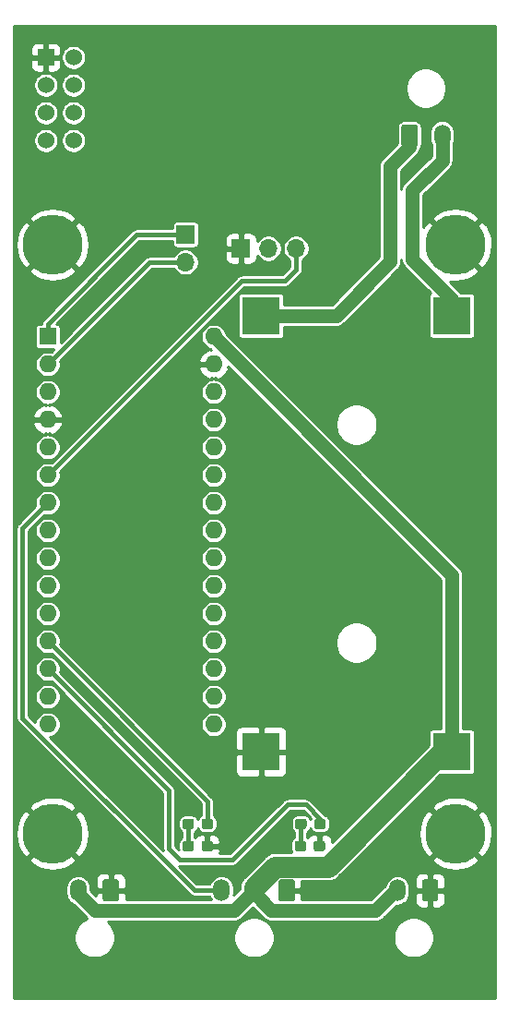
<source format=gbr>
G04 #@! TF.GenerationSoftware,KiCad,Pcbnew,(5.1.5)-3*
G04 #@! TF.CreationDate,2020-05-08T01:08:23-06:00*
G04 #@! TF.ProjectId,MASTER,4d415354-4552-42e6-9b69-6361645f7063,rev?*
G04 #@! TF.SameCoordinates,Original*
G04 #@! TF.FileFunction,Copper,L1,Top*
G04 #@! TF.FilePolarity,Positive*
%FSLAX46Y46*%
G04 Gerber Fmt 4.6, Leading zero omitted, Abs format (unit mm)*
G04 Created by KiCad (PCBNEW (5.1.5)-3) date 2020-05-08 01:08:23*
%MOMM*%
%LPD*%
G04 APERTURE LIST*
%ADD10R,1.600000X1.600000*%
%ADD11O,1.600000X1.600000*%
%ADD12C,0.100000*%
%ADD13C,5.500000*%
%ADD14O,1.500000X2.020000*%
%ADD15R,1.524000X1.524000*%
%ADD16C,1.524000*%
%ADD17R,3.500000X3.500000*%
%ADD18R,1.700000X1.700000*%
%ADD19O,1.700000X1.700000*%
%ADD20C,0.800000*%
%ADD21C,0.381000*%
%ADD22C,1.270000*%
%ADD23C,1.905000*%
%ADD24C,0.254000*%
G04 APERTURE END LIST*
D10*
X63547333Y-88921001D03*
D11*
X78787333Y-121941001D03*
X63547333Y-91461001D03*
X78787333Y-119401001D03*
X63547333Y-94001001D03*
X78787333Y-116861001D03*
X63547333Y-96541001D03*
X78787333Y-114321001D03*
X63547333Y-99081001D03*
X78787333Y-111781001D03*
X63547333Y-101621001D03*
X78787333Y-109241001D03*
X63547333Y-104161001D03*
X78787333Y-106701001D03*
X63547333Y-106701001D03*
X78787333Y-104161001D03*
X63547333Y-109241001D03*
X78787333Y-101621001D03*
X63547333Y-111781001D03*
X78787333Y-99081001D03*
X63547333Y-114321001D03*
X78787333Y-96541001D03*
X63547333Y-116861001D03*
X78787333Y-94001001D03*
X63547333Y-119401001D03*
X78787333Y-91461001D03*
X63547333Y-121941001D03*
X78787333Y-88921001D03*
X63547333Y-124481001D03*
X78787333Y-124481001D03*
G04 #@! TA.AperFunction,SMDPad,CuDef*
D12*
G36*
X78515779Y-135162144D02*
G01*
X78538834Y-135165563D01*
X78561443Y-135171227D01*
X78583387Y-135179079D01*
X78604457Y-135189044D01*
X78624448Y-135201026D01*
X78643168Y-135214910D01*
X78660438Y-135230562D01*
X78676090Y-135247832D01*
X78689974Y-135266552D01*
X78701956Y-135286543D01*
X78711921Y-135307613D01*
X78719773Y-135329557D01*
X78725437Y-135352166D01*
X78728856Y-135375221D01*
X78730000Y-135398500D01*
X78730000Y-135873500D01*
X78728856Y-135896779D01*
X78725437Y-135919834D01*
X78719773Y-135942443D01*
X78711921Y-135964387D01*
X78701956Y-135985457D01*
X78689974Y-136005448D01*
X78676090Y-136024168D01*
X78660438Y-136041438D01*
X78643168Y-136057090D01*
X78624448Y-136070974D01*
X78604457Y-136082956D01*
X78583387Y-136092921D01*
X78561443Y-136100773D01*
X78538834Y-136106437D01*
X78515779Y-136109856D01*
X78492500Y-136111000D01*
X77917500Y-136111000D01*
X77894221Y-136109856D01*
X77871166Y-136106437D01*
X77848557Y-136100773D01*
X77826613Y-136092921D01*
X77805543Y-136082956D01*
X77785552Y-136070974D01*
X77766832Y-136057090D01*
X77749562Y-136041438D01*
X77733910Y-136024168D01*
X77720026Y-136005448D01*
X77708044Y-135985457D01*
X77698079Y-135964387D01*
X77690227Y-135942443D01*
X77684563Y-135919834D01*
X77681144Y-135896779D01*
X77680000Y-135873500D01*
X77680000Y-135398500D01*
X77681144Y-135375221D01*
X77684563Y-135352166D01*
X77690227Y-135329557D01*
X77698079Y-135307613D01*
X77708044Y-135286543D01*
X77720026Y-135266552D01*
X77733910Y-135247832D01*
X77749562Y-135230562D01*
X77766832Y-135214910D01*
X77785552Y-135201026D01*
X77805543Y-135189044D01*
X77826613Y-135179079D01*
X77848557Y-135171227D01*
X77871166Y-135165563D01*
X77894221Y-135162144D01*
X77917500Y-135161000D01*
X78492500Y-135161000D01*
X78515779Y-135162144D01*
G37*
G04 #@! TD.AperFunction*
G04 #@! TA.AperFunction,SMDPad,CuDef*
G36*
X76765779Y-135162144D02*
G01*
X76788834Y-135165563D01*
X76811443Y-135171227D01*
X76833387Y-135179079D01*
X76854457Y-135189044D01*
X76874448Y-135201026D01*
X76893168Y-135214910D01*
X76910438Y-135230562D01*
X76926090Y-135247832D01*
X76939974Y-135266552D01*
X76951956Y-135286543D01*
X76961921Y-135307613D01*
X76969773Y-135329557D01*
X76975437Y-135352166D01*
X76978856Y-135375221D01*
X76980000Y-135398500D01*
X76980000Y-135873500D01*
X76978856Y-135896779D01*
X76975437Y-135919834D01*
X76969773Y-135942443D01*
X76961921Y-135964387D01*
X76951956Y-135985457D01*
X76939974Y-136005448D01*
X76926090Y-136024168D01*
X76910438Y-136041438D01*
X76893168Y-136057090D01*
X76874448Y-136070974D01*
X76854457Y-136082956D01*
X76833387Y-136092921D01*
X76811443Y-136100773D01*
X76788834Y-136106437D01*
X76765779Y-136109856D01*
X76742500Y-136111000D01*
X76167500Y-136111000D01*
X76144221Y-136109856D01*
X76121166Y-136106437D01*
X76098557Y-136100773D01*
X76076613Y-136092921D01*
X76055543Y-136082956D01*
X76035552Y-136070974D01*
X76016832Y-136057090D01*
X75999562Y-136041438D01*
X75983910Y-136024168D01*
X75970026Y-136005448D01*
X75958044Y-135985457D01*
X75948079Y-135964387D01*
X75940227Y-135942443D01*
X75934563Y-135919834D01*
X75931144Y-135896779D01*
X75930000Y-135873500D01*
X75930000Y-135398500D01*
X75931144Y-135375221D01*
X75934563Y-135352166D01*
X75940227Y-135329557D01*
X75948079Y-135307613D01*
X75958044Y-135286543D01*
X75970026Y-135266552D01*
X75983910Y-135247832D01*
X75999562Y-135230562D01*
X76016832Y-135214910D01*
X76035552Y-135201026D01*
X76055543Y-135189044D01*
X76076613Y-135179079D01*
X76098557Y-135171227D01*
X76121166Y-135165563D01*
X76144221Y-135162144D01*
X76167500Y-135161000D01*
X76742500Y-135161000D01*
X76765779Y-135162144D01*
G37*
G04 #@! TD.AperFunction*
G04 #@! TA.AperFunction,SMDPad,CuDef*
G36*
X87060779Y-135162144D02*
G01*
X87083834Y-135165563D01*
X87106443Y-135171227D01*
X87128387Y-135179079D01*
X87149457Y-135189044D01*
X87169448Y-135201026D01*
X87188168Y-135214910D01*
X87205438Y-135230562D01*
X87221090Y-135247832D01*
X87234974Y-135266552D01*
X87246956Y-135286543D01*
X87256921Y-135307613D01*
X87264773Y-135329557D01*
X87270437Y-135352166D01*
X87273856Y-135375221D01*
X87275000Y-135398500D01*
X87275000Y-135873500D01*
X87273856Y-135896779D01*
X87270437Y-135919834D01*
X87264773Y-135942443D01*
X87256921Y-135964387D01*
X87246956Y-135985457D01*
X87234974Y-136005448D01*
X87221090Y-136024168D01*
X87205438Y-136041438D01*
X87188168Y-136057090D01*
X87169448Y-136070974D01*
X87149457Y-136082956D01*
X87128387Y-136092921D01*
X87106443Y-136100773D01*
X87083834Y-136106437D01*
X87060779Y-136109856D01*
X87037500Y-136111000D01*
X86462500Y-136111000D01*
X86439221Y-136109856D01*
X86416166Y-136106437D01*
X86393557Y-136100773D01*
X86371613Y-136092921D01*
X86350543Y-136082956D01*
X86330552Y-136070974D01*
X86311832Y-136057090D01*
X86294562Y-136041438D01*
X86278910Y-136024168D01*
X86265026Y-136005448D01*
X86253044Y-135985457D01*
X86243079Y-135964387D01*
X86235227Y-135942443D01*
X86229563Y-135919834D01*
X86226144Y-135896779D01*
X86225000Y-135873500D01*
X86225000Y-135398500D01*
X86226144Y-135375221D01*
X86229563Y-135352166D01*
X86235227Y-135329557D01*
X86243079Y-135307613D01*
X86253044Y-135286543D01*
X86265026Y-135266552D01*
X86278910Y-135247832D01*
X86294562Y-135230562D01*
X86311832Y-135214910D01*
X86330552Y-135201026D01*
X86350543Y-135189044D01*
X86371613Y-135179079D01*
X86393557Y-135171227D01*
X86416166Y-135165563D01*
X86439221Y-135162144D01*
X86462500Y-135161000D01*
X87037500Y-135161000D01*
X87060779Y-135162144D01*
G37*
G04 #@! TD.AperFunction*
G04 #@! TA.AperFunction,SMDPad,CuDef*
G36*
X88810779Y-135162144D02*
G01*
X88833834Y-135165563D01*
X88856443Y-135171227D01*
X88878387Y-135179079D01*
X88899457Y-135189044D01*
X88919448Y-135201026D01*
X88938168Y-135214910D01*
X88955438Y-135230562D01*
X88971090Y-135247832D01*
X88984974Y-135266552D01*
X88996956Y-135286543D01*
X89006921Y-135307613D01*
X89014773Y-135329557D01*
X89020437Y-135352166D01*
X89023856Y-135375221D01*
X89025000Y-135398500D01*
X89025000Y-135873500D01*
X89023856Y-135896779D01*
X89020437Y-135919834D01*
X89014773Y-135942443D01*
X89006921Y-135964387D01*
X88996956Y-135985457D01*
X88984974Y-136005448D01*
X88971090Y-136024168D01*
X88955438Y-136041438D01*
X88938168Y-136057090D01*
X88919448Y-136070974D01*
X88899457Y-136082956D01*
X88878387Y-136092921D01*
X88856443Y-136100773D01*
X88833834Y-136106437D01*
X88810779Y-136109856D01*
X88787500Y-136111000D01*
X88212500Y-136111000D01*
X88189221Y-136109856D01*
X88166166Y-136106437D01*
X88143557Y-136100773D01*
X88121613Y-136092921D01*
X88100543Y-136082956D01*
X88080552Y-136070974D01*
X88061832Y-136057090D01*
X88044562Y-136041438D01*
X88028910Y-136024168D01*
X88015026Y-136005448D01*
X88003044Y-135985457D01*
X87993079Y-135964387D01*
X87985227Y-135942443D01*
X87979563Y-135919834D01*
X87976144Y-135896779D01*
X87975000Y-135873500D01*
X87975000Y-135398500D01*
X87976144Y-135375221D01*
X87979563Y-135352166D01*
X87985227Y-135329557D01*
X87993079Y-135307613D01*
X88003044Y-135286543D01*
X88015026Y-135266552D01*
X88028910Y-135247832D01*
X88044562Y-135230562D01*
X88061832Y-135214910D01*
X88080552Y-135201026D01*
X88100543Y-135189044D01*
X88121613Y-135179079D01*
X88143557Y-135171227D01*
X88166166Y-135165563D01*
X88189221Y-135162144D01*
X88212500Y-135161000D01*
X88787500Y-135161000D01*
X88810779Y-135162144D01*
G37*
G04 #@! TD.AperFunction*
D13*
X64000000Y-134500000D03*
X64000000Y-80500000D03*
X101000000Y-80500000D03*
X101000000Y-134500000D03*
G04 #@! TA.AperFunction,ComponentPad*
D12*
G36*
X97298504Y-69476204D02*
G01*
X97322773Y-69479804D01*
X97346571Y-69485765D01*
X97369671Y-69494030D01*
X97391849Y-69504520D01*
X97412893Y-69517133D01*
X97432598Y-69531747D01*
X97450777Y-69548223D01*
X97467253Y-69566402D01*
X97481867Y-69586107D01*
X97494480Y-69607151D01*
X97504970Y-69629329D01*
X97513235Y-69652429D01*
X97519196Y-69676227D01*
X97522796Y-69700496D01*
X97524000Y-69725000D01*
X97524000Y-71245000D01*
X97522796Y-71269504D01*
X97519196Y-71293773D01*
X97513235Y-71317571D01*
X97504970Y-71340671D01*
X97494480Y-71362849D01*
X97481867Y-71383893D01*
X97467253Y-71403598D01*
X97450777Y-71421777D01*
X97432598Y-71438253D01*
X97412893Y-71452867D01*
X97391849Y-71465480D01*
X97369671Y-71475970D01*
X97346571Y-71484235D01*
X97322773Y-71490196D01*
X97298504Y-71493796D01*
X97274000Y-71495000D01*
X96274000Y-71495000D01*
X96249496Y-71493796D01*
X96225227Y-71490196D01*
X96201429Y-71484235D01*
X96178329Y-71475970D01*
X96156151Y-71465480D01*
X96135107Y-71452867D01*
X96115402Y-71438253D01*
X96097223Y-71421777D01*
X96080747Y-71403598D01*
X96066133Y-71383893D01*
X96053520Y-71362849D01*
X96043030Y-71340671D01*
X96034765Y-71317571D01*
X96028804Y-71293773D01*
X96025204Y-71269504D01*
X96024000Y-71245000D01*
X96024000Y-69725000D01*
X96025204Y-69700496D01*
X96028804Y-69676227D01*
X96034765Y-69652429D01*
X96043030Y-69629329D01*
X96053520Y-69607151D01*
X96066133Y-69586107D01*
X96080747Y-69566402D01*
X96097223Y-69548223D01*
X96115402Y-69531747D01*
X96135107Y-69517133D01*
X96156151Y-69504520D01*
X96178329Y-69494030D01*
X96201429Y-69485765D01*
X96225227Y-69479804D01*
X96249496Y-69476204D01*
X96274000Y-69475000D01*
X97274000Y-69475000D01*
X97298504Y-69476204D01*
G37*
G04 #@! TD.AperFunction*
D14*
X99774000Y-70485000D03*
G04 #@! TA.AperFunction,ComponentPad*
D12*
G36*
X86024504Y-138691204D02*
G01*
X86048773Y-138694804D01*
X86072571Y-138700765D01*
X86095671Y-138709030D01*
X86117849Y-138719520D01*
X86138893Y-138732133D01*
X86158598Y-138746747D01*
X86176777Y-138763223D01*
X86193253Y-138781402D01*
X86207867Y-138801107D01*
X86220480Y-138822151D01*
X86230970Y-138844329D01*
X86239235Y-138867429D01*
X86245196Y-138891227D01*
X86248796Y-138915496D01*
X86250000Y-138940000D01*
X86250000Y-140460000D01*
X86248796Y-140484504D01*
X86245196Y-140508773D01*
X86239235Y-140532571D01*
X86230970Y-140555671D01*
X86220480Y-140577849D01*
X86207867Y-140598893D01*
X86193253Y-140618598D01*
X86176777Y-140636777D01*
X86158598Y-140653253D01*
X86138893Y-140667867D01*
X86117849Y-140680480D01*
X86095671Y-140690970D01*
X86072571Y-140699235D01*
X86048773Y-140705196D01*
X86024504Y-140708796D01*
X86000000Y-140710000D01*
X85000000Y-140710000D01*
X84975496Y-140708796D01*
X84951227Y-140705196D01*
X84927429Y-140699235D01*
X84904329Y-140690970D01*
X84882151Y-140680480D01*
X84861107Y-140667867D01*
X84841402Y-140653253D01*
X84823223Y-140636777D01*
X84806747Y-140618598D01*
X84792133Y-140598893D01*
X84779520Y-140577849D01*
X84769030Y-140555671D01*
X84760765Y-140532571D01*
X84754804Y-140508773D01*
X84751204Y-140484504D01*
X84750000Y-140460000D01*
X84750000Y-138940000D01*
X84751204Y-138915496D01*
X84754804Y-138891227D01*
X84760765Y-138867429D01*
X84769030Y-138844329D01*
X84779520Y-138822151D01*
X84792133Y-138801107D01*
X84806747Y-138781402D01*
X84823223Y-138763223D01*
X84841402Y-138746747D01*
X84861107Y-138732133D01*
X84882151Y-138719520D01*
X84904329Y-138709030D01*
X84927429Y-138700765D01*
X84951227Y-138694804D01*
X84975496Y-138691204D01*
X85000000Y-138690000D01*
X86000000Y-138690000D01*
X86024504Y-138691204D01*
G37*
G04 #@! TD.AperFunction*
D14*
X82500000Y-139700000D03*
X79500000Y-139700000D03*
G04 #@! TA.AperFunction,SMDPad,CuDef*
D12*
G36*
X76765779Y-133130144D02*
G01*
X76788834Y-133133563D01*
X76811443Y-133139227D01*
X76833387Y-133147079D01*
X76854457Y-133157044D01*
X76874448Y-133169026D01*
X76893168Y-133182910D01*
X76910438Y-133198562D01*
X76926090Y-133215832D01*
X76939974Y-133234552D01*
X76951956Y-133254543D01*
X76961921Y-133275613D01*
X76969773Y-133297557D01*
X76975437Y-133320166D01*
X76978856Y-133343221D01*
X76980000Y-133366500D01*
X76980000Y-133841500D01*
X76978856Y-133864779D01*
X76975437Y-133887834D01*
X76969773Y-133910443D01*
X76961921Y-133932387D01*
X76951956Y-133953457D01*
X76939974Y-133973448D01*
X76926090Y-133992168D01*
X76910438Y-134009438D01*
X76893168Y-134025090D01*
X76874448Y-134038974D01*
X76854457Y-134050956D01*
X76833387Y-134060921D01*
X76811443Y-134068773D01*
X76788834Y-134074437D01*
X76765779Y-134077856D01*
X76742500Y-134079000D01*
X76167500Y-134079000D01*
X76144221Y-134077856D01*
X76121166Y-134074437D01*
X76098557Y-134068773D01*
X76076613Y-134060921D01*
X76055543Y-134050956D01*
X76035552Y-134038974D01*
X76016832Y-134025090D01*
X75999562Y-134009438D01*
X75983910Y-133992168D01*
X75970026Y-133973448D01*
X75958044Y-133953457D01*
X75948079Y-133932387D01*
X75940227Y-133910443D01*
X75934563Y-133887834D01*
X75931144Y-133864779D01*
X75930000Y-133841500D01*
X75930000Y-133366500D01*
X75931144Y-133343221D01*
X75934563Y-133320166D01*
X75940227Y-133297557D01*
X75948079Y-133275613D01*
X75958044Y-133254543D01*
X75970026Y-133234552D01*
X75983910Y-133215832D01*
X75999562Y-133198562D01*
X76016832Y-133182910D01*
X76035552Y-133169026D01*
X76055543Y-133157044D01*
X76076613Y-133147079D01*
X76098557Y-133139227D01*
X76121166Y-133133563D01*
X76144221Y-133130144D01*
X76167500Y-133129000D01*
X76742500Y-133129000D01*
X76765779Y-133130144D01*
G37*
G04 #@! TD.AperFunction*
G04 #@! TA.AperFunction,SMDPad,CuDef*
G36*
X78515779Y-133130144D02*
G01*
X78538834Y-133133563D01*
X78561443Y-133139227D01*
X78583387Y-133147079D01*
X78604457Y-133157044D01*
X78624448Y-133169026D01*
X78643168Y-133182910D01*
X78660438Y-133198562D01*
X78676090Y-133215832D01*
X78689974Y-133234552D01*
X78701956Y-133254543D01*
X78711921Y-133275613D01*
X78719773Y-133297557D01*
X78725437Y-133320166D01*
X78728856Y-133343221D01*
X78730000Y-133366500D01*
X78730000Y-133841500D01*
X78728856Y-133864779D01*
X78725437Y-133887834D01*
X78719773Y-133910443D01*
X78711921Y-133932387D01*
X78701956Y-133953457D01*
X78689974Y-133973448D01*
X78676090Y-133992168D01*
X78660438Y-134009438D01*
X78643168Y-134025090D01*
X78624448Y-134038974D01*
X78604457Y-134050956D01*
X78583387Y-134060921D01*
X78561443Y-134068773D01*
X78538834Y-134074437D01*
X78515779Y-134077856D01*
X78492500Y-134079000D01*
X77917500Y-134079000D01*
X77894221Y-134077856D01*
X77871166Y-134074437D01*
X77848557Y-134068773D01*
X77826613Y-134060921D01*
X77805543Y-134050956D01*
X77785552Y-134038974D01*
X77766832Y-134025090D01*
X77749562Y-134009438D01*
X77733910Y-133992168D01*
X77720026Y-133973448D01*
X77708044Y-133953457D01*
X77698079Y-133932387D01*
X77690227Y-133910443D01*
X77684563Y-133887834D01*
X77681144Y-133864779D01*
X77680000Y-133841500D01*
X77680000Y-133366500D01*
X77681144Y-133343221D01*
X77684563Y-133320166D01*
X77690227Y-133297557D01*
X77698079Y-133275613D01*
X77708044Y-133254543D01*
X77720026Y-133234552D01*
X77733910Y-133215832D01*
X77749562Y-133198562D01*
X77766832Y-133182910D01*
X77785552Y-133169026D01*
X77805543Y-133157044D01*
X77826613Y-133147079D01*
X77848557Y-133139227D01*
X77871166Y-133133563D01*
X77894221Y-133130144D01*
X77917500Y-133129000D01*
X78492500Y-133129000D01*
X78515779Y-133130144D01*
G37*
G04 #@! TD.AperFunction*
G04 #@! TA.AperFunction,SMDPad,CuDef*
G36*
X88855779Y-133130144D02*
G01*
X88878834Y-133133563D01*
X88901443Y-133139227D01*
X88923387Y-133147079D01*
X88944457Y-133157044D01*
X88964448Y-133169026D01*
X88983168Y-133182910D01*
X89000438Y-133198562D01*
X89016090Y-133215832D01*
X89029974Y-133234552D01*
X89041956Y-133254543D01*
X89051921Y-133275613D01*
X89059773Y-133297557D01*
X89065437Y-133320166D01*
X89068856Y-133343221D01*
X89070000Y-133366500D01*
X89070000Y-133841500D01*
X89068856Y-133864779D01*
X89065437Y-133887834D01*
X89059773Y-133910443D01*
X89051921Y-133932387D01*
X89041956Y-133953457D01*
X89029974Y-133973448D01*
X89016090Y-133992168D01*
X89000438Y-134009438D01*
X88983168Y-134025090D01*
X88964448Y-134038974D01*
X88944457Y-134050956D01*
X88923387Y-134060921D01*
X88901443Y-134068773D01*
X88878834Y-134074437D01*
X88855779Y-134077856D01*
X88832500Y-134079000D01*
X88257500Y-134079000D01*
X88234221Y-134077856D01*
X88211166Y-134074437D01*
X88188557Y-134068773D01*
X88166613Y-134060921D01*
X88145543Y-134050956D01*
X88125552Y-134038974D01*
X88106832Y-134025090D01*
X88089562Y-134009438D01*
X88073910Y-133992168D01*
X88060026Y-133973448D01*
X88048044Y-133953457D01*
X88038079Y-133932387D01*
X88030227Y-133910443D01*
X88024563Y-133887834D01*
X88021144Y-133864779D01*
X88020000Y-133841500D01*
X88020000Y-133366500D01*
X88021144Y-133343221D01*
X88024563Y-133320166D01*
X88030227Y-133297557D01*
X88038079Y-133275613D01*
X88048044Y-133254543D01*
X88060026Y-133234552D01*
X88073910Y-133215832D01*
X88089562Y-133198562D01*
X88106832Y-133182910D01*
X88125552Y-133169026D01*
X88145543Y-133157044D01*
X88166613Y-133147079D01*
X88188557Y-133139227D01*
X88211166Y-133133563D01*
X88234221Y-133130144D01*
X88257500Y-133129000D01*
X88832500Y-133129000D01*
X88855779Y-133130144D01*
G37*
G04 #@! TD.AperFunction*
G04 #@! TA.AperFunction,SMDPad,CuDef*
G36*
X87105779Y-133130144D02*
G01*
X87128834Y-133133563D01*
X87151443Y-133139227D01*
X87173387Y-133147079D01*
X87194457Y-133157044D01*
X87214448Y-133169026D01*
X87233168Y-133182910D01*
X87250438Y-133198562D01*
X87266090Y-133215832D01*
X87279974Y-133234552D01*
X87291956Y-133254543D01*
X87301921Y-133275613D01*
X87309773Y-133297557D01*
X87315437Y-133320166D01*
X87318856Y-133343221D01*
X87320000Y-133366500D01*
X87320000Y-133841500D01*
X87318856Y-133864779D01*
X87315437Y-133887834D01*
X87309773Y-133910443D01*
X87301921Y-133932387D01*
X87291956Y-133953457D01*
X87279974Y-133973448D01*
X87266090Y-133992168D01*
X87250438Y-134009438D01*
X87233168Y-134025090D01*
X87214448Y-134038974D01*
X87194457Y-134050956D01*
X87173387Y-134060921D01*
X87151443Y-134068773D01*
X87128834Y-134074437D01*
X87105779Y-134077856D01*
X87082500Y-134079000D01*
X86507500Y-134079000D01*
X86484221Y-134077856D01*
X86461166Y-134074437D01*
X86438557Y-134068773D01*
X86416613Y-134060921D01*
X86395543Y-134050956D01*
X86375552Y-134038974D01*
X86356832Y-134025090D01*
X86339562Y-134009438D01*
X86323910Y-133992168D01*
X86310026Y-133973448D01*
X86298044Y-133953457D01*
X86288079Y-133932387D01*
X86280227Y-133910443D01*
X86274563Y-133887834D01*
X86271144Y-133864779D01*
X86270000Y-133841500D01*
X86270000Y-133366500D01*
X86271144Y-133343221D01*
X86274563Y-133320166D01*
X86280227Y-133297557D01*
X86288079Y-133275613D01*
X86298044Y-133254543D01*
X86310026Y-133234552D01*
X86323910Y-133215832D01*
X86339562Y-133198562D01*
X86356832Y-133182910D01*
X86375552Y-133169026D01*
X86395543Y-133157044D01*
X86416613Y-133147079D01*
X86438557Y-133139227D01*
X86461166Y-133133563D01*
X86484221Y-133130144D01*
X86507500Y-133129000D01*
X87082500Y-133129000D01*
X87105779Y-133130144D01*
G37*
G04 #@! TD.AperFunction*
D15*
X63373000Y-63315000D03*
D16*
X65913000Y-63315000D03*
X63373000Y-65855000D03*
X65913000Y-65855000D03*
X63373000Y-68395000D03*
X65913000Y-68395000D03*
X63373000Y-70935000D03*
X65913000Y-70935000D03*
D17*
X83148666Y-86994001D03*
X100648666Y-126994001D03*
X100648666Y-86994001D03*
X83148666Y-126994001D03*
D18*
X76200000Y-79563000D03*
D19*
X76200000Y-82103000D03*
G04 #@! TA.AperFunction,ComponentPad*
D12*
G36*
X99184504Y-138691204D02*
G01*
X99208773Y-138694804D01*
X99232571Y-138700765D01*
X99255671Y-138709030D01*
X99277849Y-138719520D01*
X99298893Y-138732133D01*
X99318598Y-138746747D01*
X99336777Y-138763223D01*
X99353253Y-138781402D01*
X99367867Y-138801107D01*
X99380480Y-138822151D01*
X99390970Y-138844329D01*
X99399235Y-138867429D01*
X99405196Y-138891227D01*
X99408796Y-138915496D01*
X99410000Y-138940000D01*
X99410000Y-140460000D01*
X99408796Y-140484504D01*
X99405196Y-140508773D01*
X99399235Y-140532571D01*
X99390970Y-140555671D01*
X99380480Y-140577849D01*
X99367867Y-140598893D01*
X99353253Y-140618598D01*
X99336777Y-140636777D01*
X99318598Y-140653253D01*
X99298893Y-140667867D01*
X99277849Y-140680480D01*
X99255671Y-140690970D01*
X99232571Y-140699235D01*
X99208773Y-140705196D01*
X99184504Y-140708796D01*
X99160000Y-140710000D01*
X98160000Y-140710000D01*
X98135496Y-140708796D01*
X98111227Y-140705196D01*
X98087429Y-140699235D01*
X98064329Y-140690970D01*
X98042151Y-140680480D01*
X98021107Y-140667867D01*
X98001402Y-140653253D01*
X97983223Y-140636777D01*
X97966747Y-140618598D01*
X97952133Y-140598893D01*
X97939520Y-140577849D01*
X97929030Y-140555671D01*
X97920765Y-140532571D01*
X97914804Y-140508773D01*
X97911204Y-140484504D01*
X97910000Y-140460000D01*
X97910000Y-138940000D01*
X97911204Y-138915496D01*
X97914804Y-138891227D01*
X97920765Y-138867429D01*
X97929030Y-138844329D01*
X97939520Y-138822151D01*
X97952133Y-138801107D01*
X97966747Y-138781402D01*
X97983223Y-138763223D01*
X98001402Y-138746747D01*
X98021107Y-138732133D01*
X98042151Y-138719520D01*
X98064329Y-138709030D01*
X98087429Y-138700765D01*
X98111227Y-138694804D01*
X98135496Y-138691204D01*
X98160000Y-138690000D01*
X99160000Y-138690000D01*
X99184504Y-138691204D01*
G37*
G04 #@! TD.AperFunction*
D14*
X95660000Y-139700000D03*
G04 #@! TA.AperFunction,ComponentPad*
D12*
G36*
X69864504Y-138691204D02*
G01*
X69888773Y-138694804D01*
X69912571Y-138700765D01*
X69935671Y-138709030D01*
X69957849Y-138719520D01*
X69978893Y-138732133D01*
X69998598Y-138746747D01*
X70016777Y-138763223D01*
X70033253Y-138781402D01*
X70047867Y-138801107D01*
X70060480Y-138822151D01*
X70070970Y-138844329D01*
X70079235Y-138867429D01*
X70085196Y-138891227D01*
X70088796Y-138915496D01*
X70090000Y-138940000D01*
X70090000Y-140460000D01*
X70088796Y-140484504D01*
X70085196Y-140508773D01*
X70079235Y-140532571D01*
X70070970Y-140555671D01*
X70060480Y-140577849D01*
X70047867Y-140598893D01*
X70033253Y-140618598D01*
X70016777Y-140636777D01*
X69998598Y-140653253D01*
X69978893Y-140667867D01*
X69957849Y-140680480D01*
X69935671Y-140690970D01*
X69912571Y-140699235D01*
X69888773Y-140705196D01*
X69864504Y-140708796D01*
X69840000Y-140710000D01*
X68840000Y-140710000D01*
X68815496Y-140708796D01*
X68791227Y-140705196D01*
X68767429Y-140699235D01*
X68744329Y-140690970D01*
X68722151Y-140680480D01*
X68701107Y-140667867D01*
X68681402Y-140653253D01*
X68663223Y-140636777D01*
X68646747Y-140618598D01*
X68632133Y-140598893D01*
X68619520Y-140577849D01*
X68609030Y-140555671D01*
X68600765Y-140532571D01*
X68594804Y-140508773D01*
X68591204Y-140484504D01*
X68590000Y-140460000D01*
X68590000Y-138940000D01*
X68591204Y-138915496D01*
X68594804Y-138891227D01*
X68600765Y-138867429D01*
X68609030Y-138844329D01*
X68619520Y-138822151D01*
X68632133Y-138801107D01*
X68646747Y-138781402D01*
X68663223Y-138763223D01*
X68681402Y-138746747D01*
X68701107Y-138732133D01*
X68722151Y-138719520D01*
X68744329Y-138709030D01*
X68767429Y-138700765D01*
X68791227Y-138694804D01*
X68815496Y-138691204D01*
X68840000Y-138690000D01*
X69840000Y-138690000D01*
X69864504Y-138691204D01*
G37*
G04 #@! TD.AperFunction*
D14*
X66340000Y-139700000D03*
D18*
X81280000Y-80838000D03*
D19*
X83820000Y-80838000D03*
X86360000Y-80838000D03*
D20*
X78740000Y-69342000D03*
X68072000Y-91694000D03*
X82804000Y-136144000D03*
X94488000Y-90170000D03*
X91948000Y-125730000D03*
D21*
X78369000Y-139700000D02*
X79500000Y-139700000D01*
X61214000Y-123909610D02*
X77004390Y-139700000D01*
X77004390Y-139700000D02*
X78369000Y-139700000D01*
X61214000Y-106494334D02*
X61214000Y-123909610D01*
X63547333Y-104161001D02*
X61214000Y-106494334D01*
X78205000Y-131518668D02*
X78205000Y-133604000D01*
X63547333Y-116861001D02*
X78205000Y-131518668D01*
X63547333Y-119401001D02*
X74676000Y-130529668D01*
X74676000Y-130529668D02*
X74676000Y-135890000D01*
X74676000Y-135890000D02*
X75692000Y-136906000D01*
X75692000Y-136906000D02*
X80518000Y-136906000D01*
X80518000Y-136906000D02*
X85598000Y-131826000D01*
X88545000Y-133129000D02*
X88545000Y-133604000D01*
X87242000Y-131826000D02*
X88545000Y-133129000D01*
X85598000Y-131826000D02*
X87242000Y-131826000D01*
D22*
X82500000Y-139700000D02*
X82500000Y-139440000D01*
X67885010Y-141545010D02*
X80654990Y-141545010D01*
X66340000Y-140000000D02*
X67885010Y-141545010D01*
X80654990Y-141545010D02*
X82500000Y-139700000D01*
X66340000Y-139700000D02*
X66340000Y-140000000D01*
X95660000Y-139348000D02*
X95660000Y-139700000D01*
D23*
X84419060Y-137537490D02*
X82500000Y-139456550D01*
X89284510Y-137537490D02*
X84419060Y-137537490D01*
X99827999Y-126994001D02*
X89284510Y-137537490D01*
X82500000Y-139456550D02*
X82500000Y-139700000D01*
X100648666Y-126994001D02*
X99827999Y-126994001D01*
D22*
X84085010Y-141545010D02*
X82500000Y-139960000D01*
X93658990Y-141545010D02*
X84085010Y-141545010D01*
X82500000Y-139960000D02*
X82500000Y-139700000D01*
X95660000Y-139700000D02*
X95504000Y-139700000D01*
X95504000Y-139700000D02*
X93658990Y-141545010D01*
X100648666Y-110782334D02*
X100648666Y-126994001D01*
X78787333Y-88921001D02*
X100648666Y-110782334D01*
D21*
X76455000Y-135636000D02*
X76455000Y-133604000D01*
X86750000Y-133649000D02*
X86795000Y-133604000D01*
X86750000Y-135636000D02*
X86750000Y-133649000D01*
D22*
X96774000Y-71495000D02*
X94996000Y-73273000D01*
X96774000Y-70485000D02*
X96774000Y-71495000D01*
X94996000Y-73273000D02*
X94996000Y-82042000D01*
X90043999Y-86994001D02*
X83148666Y-86994001D01*
X94996000Y-82042000D02*
X90043999Y-86994001D01*
X100648666Y-85454468D02*
X97028000Y-81833802D01*
X100648666Y-86994001D02*
X100648666Y-85454468D01*
X99774000Y-72765000D02*
X99774000Y-70485000D01*
X97028000Y-75511000D02*
X99774000Y-72765000D01*
X97028000Y-81833802D02*
X97028000Y-75511000D01*
D21*
X71724334Y-79563000D02*
X74969000Y-79563000D01*
X63547333Y-87740001D02*
X71724334Y-79563000D01*
X74969000Y-79563000D02*
X76200000Y-79563000D01*
X63547333Y-88921001D02*
X63547333Y-87740001D01*
X72905334Y-82103000D02*
X76200000Y-82103000D01*
X63547333Y-91461001D02*
X72905334Y-82103000D01*
X63547333Y-101621001D02*
X81348334Y-83820000D01*
X81348334Y-83820000D02*
X85344000Y-83820000D01*
X86360000Y-82804000D02*
X86360000Y-80838000D01*
X85344000Y-83820000D02*
X86360000Y-82804000D01*
D24*
G36*
X104594000Y-149594000D02*
G01*
X60406000Y-149594000D01*
X60406000Y-136880928D01*
X61798677Y-136880928D01*
X62104859Y-137324503D01*
X62692306Y-137639954D01*
X63330008Y-137834740D01*
X63993457Y-137901372D01*
X64657158Y-137837292D01*
X65295605Y-137644962D01*
X65884262Y-137331772D01*
X65895141Y-137324503D01*
X66201323Y-136880928D01*
X64000000Y-134679605D01*
X61798677Y-136880928D01*
X60406000Y-136880928D01*
X60406000Y-134493457D01*
X60598628Y-134493457D01*
X60662708Y-135157158D01*
X60855038Y-135795605D01*
X61168228Y-136384262D01*
X61175497Y-136395141D01*
X61619072Y-136701323D01*
X63820395Y-134500000D01*
X64179605Y-134500000D01*
X66380928Y-136701323D01*
X66824503Y-136395141D01*
X67139954Y-135807694D01*
X67334740Y-135169992D01*
X67401372Y-134506543D01*
X67337292Y-133842842D01*
X67144962Y-133204395D01*
X66831772Y-132615738D01*
X66824503Y-132604859D01*
X66380928Y-132298677D01*
X64179605Y-134500000D01*
X63820395Y-134500000D01*
X61619072Y-132298677D01*
X61175497Y-132604859D01*
X60860046Y-133192306D01*
X60665260Y-133830008D01*
X60598628Y-134493457D01*
X60406000Y-134493457D01*
X60406000Y-132119072D01*
X61798677Y-132119072D01*
X64000000Y-134320395D01*
X66201323Y-132119072D01*
X65895141Y-131675497D01*
X65307694Y-131360046D01*
X64669992Y-131165260D01*
X64006543Y-131098628D01*
X63342842Y-131162708D01*
X62704395Y-131355038D01*
X62115738Y-131668228D01*
X62104859Y-131675497D01*
X61798677Y-132119072D01*
X60406000Y-132119072D01*
X60406000Y-106494334D01*
X60639735Y-106494334D01*
X60642500Y-106522408D01*
X60642501Y-123881526D01*
X60639735Y-123909610D01*
X60650769Y-124021643D01*
X60683448Y-124129371D01*
X60736516Y-124228654D01*
X60736517Y-124228655D01*
X60807934Y-124315677D01*
X60829744Y-124333576D01*
X76580424Y-140084257D01*
X76598323Y-140106067D01*
X76663031Y-140159171D01*
X76685345Y-140177484D01*
X76784628Y-140230552D01*
X76892356Y-140263231D01*
X77004390Y-140274265D01*
X77032464Y-140271500D01*
X78412601Y-140271500D01*
X78450037Y-140394908D01*
X78521715Y-140529010D01*
X70727304Y-140529010D01*
X70725000Y-139985750D01*
X70566250Y-139827000D01*
X69467000Y-139827000D01*
X69467000Y-139847000D01*
X69213000Y-139847000D01*
X69213000Y-139827000D01*
X68113750Y-139827000D01*
X67955000Y-139985750D01*
X67954187Y-140177347D01*
X67471000Y-139694160D01*
X67471000Y-139384443D01*
X67454635Y-139218286D01*
X67389963Y-139005092D01*
X67284942Y-138808610D01*
X67187602Y-138690000D01*
X67951928Y-138690000D01*
X67955000Y-139414250D01*
X68113750Y-139573000D01*
X69213000Y-139573000D01*
X69213000Y-138213750D01*
X69467000Y-138213750D01*
X69467000Y-139573000D01*
X70566250Y-139573000D01*
X70725000Y-139414250D01*
X70728072Y-138690000D01*
X70715812Y-138565518D01*
X70679502Y-138445820D01*
X70620537Y-138335506D01*
X70541185Y-138238815D01*
X70444494Y-138159463D01*
X70334180Y-138100498D01*
X70214482Y-138064188D01*
X70090000Y-138051928D01*
X69625750Y-138055000D01*
X69467000Y-138213750D01*
X69213000Y-138213750D01*
X69054250Y-138055000D01*
X68590000Y-138051928D01*
X68465518Y-138064188D01*
X68345820Y-138100498D01*
X68235506Y-138159463D01*
X68138815Y-138238815D01*
X68059463Y-138335506D01*
X68000498Y-138445820D01*
X67964188Y-138565518D01*
X67951928Y-138690000D01*
X67187602Y-138690000D01*
X67143607Y-138636393D01*
X66971390Y-138495058D01*
X66774909Y-138390037D01*
X66561715Y-138325365D01*
X66340000Y-138303528D01*
X66118286Y-138325365D01*
X65905092Y-138390037D01*
X65708611Y-138495058D01*
X65536394Y-138636393D01*
X65395059Y-138808610D01*
X65290037Y-139005091D01*
X65225365Y-139218285D01*
X65209000Y-139384442D01*
X65209000Y-140015557D01*
X65225365Y-140181714D01*
X65290037Y-140394908D01*
X65395058Y-140591390D01*
X65536393Y-140763607D01*
X65708610Y-140904942D01*
X65905091Y-141009963D01*
X65916620Y-141013460D01*
X67131302Y-142228143D01*
X67161577Y-142265033D01*
X66949013Y-142353080D01*
X66640933Y-142558932D01*
X66378932Y-142820933D01*
X66173080Y-143129013D01*
X66031286Y-143471333D01*
X65959000Y-143834738D01*
X65959000Y-144205262D01*
X66031286Y-144568667D01*
X66173080Y-144910987D01*
X66378932Y-145219067D01*
X66640933Y-145481068D01*
X66949013Y-145686920D01*
X67291333Y-145828714D01*
X67654738Y-145901000D01*
X68025262Y-145901000D01*
X68388667Y-145828714D01*
X68730987Y-145686920D01*
X69039067Y-145481068D01*
X69301068Y-145219067D01*
X69506920Y-144910987D01*
X69648714Y-144568667D01*
X69721000Y-144205262D01*
X69721000Y-143834738D01*
X80619000Y-143834738D01*
X80619000Y-144205262D01*
X80691286Y-144568667D01*
X80833080Y-144910987D01*
X81038932Y-145219067D01*
X81300933Y-145481068D01*
X81609013Y-145686920D01*
X81951333Y-145828714D01*
X82314738Y-145901000D01*
X82685262Y-145901000D01*
X83048667Y-145828714D01*
X83390987Y-145686920D01*
X83699067Y-145481068D01*
X83961068Y-145219067D01*
X84166920Y-144910987D01*
X84308714Y-144568667D01*
X84381000Y-144205262D01*
X84381000Y-143834738D01*
X95279000Y-143834738D01*
X95279000Y-144205262D01*
X95351286Y-144568667D01*
X95493080Y-144910987D01*
X95698932Y-145219067D01*
X95960933Y-145481068D01*
X96269013Y-145686920D01*
X96611333Y-145828714D01*
X96974738Y-145901000D01*
X97345262Y-145901000D01*
X97708667Y-145828714D01*
X98050987Y-145686920D01*
X98359067Y-145481068D01*
X98621068Y-145219067D01*
X98826920Y-144910987D01*
X98968714Y-144568667D01*
X99041000Y-144205262D01*
X99041000Y-143834738D01*
X98968714Y-143471333D01*
X98826920Y-143129013D01*
X98621068Y-142820933D01*
X98359067Y-142558932D01*
X98050987Y-142353080D01*
X97708667Y-142211286D01*
X97345262Y-142139000D01*
X96974738Y-142139000D01*
X96611333Y-142211286D01*
X96269013Y-142353080D01*
X95960933Y-142558932D01*
X95698932Y-142820933D01*
X95493080Y-143129013D01*
X95351286Y-143471333D01*
X95279000Y-143834738D01*
X84381000Y-143834738D01*
X84308714Y-143471333D01*
X84166920Y-143129013D01*
X83961068Y-142820933D01*
X83699067Y-142558932D01*
X83390987Y-142353080D01*
X83048667Y-142211286D01*
X82685262Y-142139000D01*
X82314738Y-142139000D01*
X81951333Y-142211286D01*
X81609013Y-142353080D01*
X81300933Y-142558932D01*
X81038932Y-142820933D01*
X80833080Y-143129013D01*
X80691286Y-143471333D01*
X80619000Y-143834738D01*
X69721000Y-143834738D01*
X69648714Y-143471333D01*
X69506920Y-143129013D01*
X69301068Y-142820933D01*
X69041145Y-142561010D01*
X80605088Y-142561010D01*
X80654990Y-142565925D01*
X80704892Y-142561010D01*
X80854161Y-142546308D01*
X81045677Y-142488212D01*
X81222180Y-142393870D01*
X81376886Y-142266906D01*
X81408702Y-142228138D01*
X82370000Y-141266840D01*
X83331302Y-142228143D01*
X83363114Y-142266906D01*
X83401875Y-142298716D01*
X83517820Y-142393870D01*
X83694323Y-142488212D01*
X83885839Y-142546308D01*
X84085010Y-142565925D01*
X84134912Y-142561010D01*
X93609088Y-142561010D01*
X93658990Y-142565925D01*
X93708892Y-142561010D01*
X93858161Y-142546308D01*
X94049677Y-142488212D01*
X94226180Y-142393870D01*
X94380886Y-142266906D01*
X94412702Y-142228138D01*
X95554736Y-141086104D01*
X95660000Y-141096472D01*
X95881714Y-141074635D01*
X96094908Y-141009963D01*
X96291390Y-140904942D01*
X96463607Y-140763607D01*
X96507601Y-140710000D01*
X97271928Y-140710000D01*
X97284188Y-140834482D01*
X97320498Y-140954180D01*
X97379463Y-141064494D01*
X97458815Y-141161185D01*
X97555506Y-141240537D01*
X97665820Y-141299502D01*
X97785518Y-141335812D01*
X97910000Y-141348072D01*
X98374250Y-141345000D01*
X98533000Y-141186250D01*
X98533000Y-139827000D01*
X98787000Y-139827000D01*
X98787000Y-141186250D01*
X98945750Y-141345000D01*
X99410000Y-141348072D01*
X99534482Y-141335812D01*
X99654180Y-141299502D01*
X99764494Y-141240537D01*
X99861185Y-141161185D01*
X99940537Y-141064494D01*
X99999502Y-140954180D01*
X100035812Y-140834482D01*
X100048072Y-140710000D01*
X100045000Y-139985750D01*
X99886250Y-139827000D01*
X98787000Y-139827000D01*
X98533000Y-139827000D01*
X97433750Y-139827000D01*
X97275000Y-139985750D01*
X97271928Y-140710000D01*
X96507601Y-140710000D01*
X96604942Y-140591390D01*
X96709963Y-140394909D01*
X96774635Y-140181715D01*
X96791000Y-140015558D01*
X96791000Y-139384443D01*
X96774635Y-139218286D01*
X96709963Y-139005092D01*
X96604942Y-138808610D01*
X96507602Y-138690000D01*
X97271928Y-138690000D01*
X97275000Y-139414250D01*
X97433750Y-139573000D01*
X98533000Y-139573000D01*
X98533000Y-138213750D01*
X98787000Y-138213750D01*
X98787000Y-139573000D01*
X99886250Y-139573000D01*
X100045000Y-139414250D01*
X100048072Y-138690000D01*
X100035812Y-138565518D01*
X99999502Y-138445820D01*
X99940537Y-138335506D01*
X99861185Y-138238815D01*
X99764494Y-138159463D01*
X99654180Y-138100498D01*
X99534482Y-138064188D01*
X99410000Y-138051928D01*
X98945750Y-138055000D01*
X98787000Y-138213750D01*
X98533000Y-138213750D01*
X98374250Y-138055000D01*
X97910000Y-138051928D01*
X97785518Y-138064188D01*
X97665820Y-138100498D01*
X97555506Y-138159463D01*
X97458815Y-138238815D01*
X97379463Y-138335506D01*
X97320498Y-138445820D01*
X97284188Y-138565518D01*
X97271928Y-138690000D01*
X96507602Y-138690000D01*
X96463607Y-138636393D01*
X96291390Y-138495058D01*
X96094909Y-138390037D01*
X95881715Y-138325365D01*
X95660000Y-138303528D01*
X95438286Y-138325365D01*
X95225092Y-138390037D01*
X95028611Y-138495058D01*
X94856394Y-138636393D01*
X94715059Y-138808610D01*
X94610037Y-139005091D01*
X94545365Y-139218285D01*
X94544982Y-139222178D01*
X93238150Y-140529010D01*
X86887304Y-140529010D01*
X86885000Y-139985750D01*
X86726250Y-139827000D01*
X85627000Y-139827000D01*
X85627000Y-139847000D01*
X85373000Y-139847000D01*
X85373000Y-139827000D01*
X85353000Y-139827000D01*
X85353000Y-139573000D01*
X85373000Y-139573000D01*
X85373000Y-139553000D01*
X85627000Y-139553000D01*
X85627000Y-139573000D01*
X86726250Y-139573000D01*
X86885000Y-139414250D01*
X86887304Y-138870990D01*
X89219013Y-138870990D01*
X89284510Y-138877441D01*
X89350007Y-138870990D01*
X89350018Y-138870990D01*
X89545922Y-138851695D01*
X89797287Y-138775444D01*
X90028947Y-138651619D01*
X90231999Y-138484979D01*
X90273760Y-138434093D01*
X91826925Y-136880928D01*
X98798677Y-136880928D01*
X99104859Y-137324503D01*
X99692306Y-137639954D01*
X100330008Y-137834740D01*
X100993457Y-137901372D01*
X101657158Y-137837292D01*
X102295605Y-137644962D01*
X102884262Y-137331772D01*
X102895141Y-137324503D01*
X103201323Y-136880928D01*
X101000000Y-134679605D01*
X98798677Y-136880928D01*
X91826925Y-136880928D01*
X94214396Y-134493457D01*
X97598628Y-134493457D01*
X97662708Y-135157158D01*
X97855038Y-135795605D01*
X98168228Y-136384262D01*
X98175497Y-136395141D01*
X98619072Y-136701323D01*
X100820395Y-134500000D01*
X101179605Y-134500000D01*
X103380928Y-136701323D01*
X103824503Y-136395141D01*
X104139954Y-135807694D01*
X104334740Y-135169992D01*
X104401372Y-134506543D01*
X104337292Y-133842842D01*
X104144962Y-133204395D01*
X103831772Y-132615738D01*
X103824503Y-132604859D01*
X103380928Y-132298677D01*
X101179605Y-134500000D01*
X100820395Y-134500000D01*
X98619072Y-132298677D01*
X98175497Y-132604859D01*
X97860046Y-133192306D01*
X97665260Y-133830008D01*
X97598628Y-134493457D01*
X94214396Y-134493457D01*
X96588781Y-132119072D01*
X98798677Y-132119072D01*
X101000000Y-134320395D01*
X103201323Y-132119072D01*
X102895141Y-131675497D01*
X102307694Y-131360046D01*
X101669992Y-131165260D01*
X101006543Y-131098628D01*
X100342842Y-131162708D01*
X99704395Y-131355038D01*
X99115738Y-131668228D01*
X99104859Y-131675497D01*
X98798677Y-132119072D01*
X96588781Y-132119072D01*
X99581009Y-129126844D01*
X102398666Y-129126844D01*
X102473355Y-129119488D01*
X102545174Y-129097702D01*
X102611362Y-129062323D01*
X102669377Y-129014712D01*
X102716988Y-128956697D01*
X102752367Y-128890509D01*
X102774153Y-128818690D01*
X102781509Y-128744001D01*
X102781509Y-125244001D01*
X102774153Y-125169312D01*
X102752367Y-125097493D01*
X102716988Y-125031305D01*
X102669377Y-124973290D01*
X102611362Y-124925679D01*
X102545174Y-124890300D01*
X102473355Y-124868514D01*
X102398666Y-124861158D01*
X101664666Y-124861158D01*
X101664666Y-110832236D01*
X101669581Y-110782334D01*
X101649964Y-110583163D01*
X101591868Y-110391647D01*
X101497526Y-110215144D01*
X101370562Y-110060438D01*
X101331799Y-110028626D01*
X88106987Y-96803814D01*
X89967666Y-96803814D01*
X89967666Y-97184188D01*
X90041874Y-97557253D01*
X90187436Y-97908672D01*
X90398761Y-98224942D01*
X90667725Y-98493906D01*
X90983995Y-98705231D01*
X91335414Y-98850793D01*
X91708479Y-98925001D01*
X92088853Y-98925001D01*
X92461918Y-98850793D01*
X92813337Y-98705231D01*
X93129607Y-98493906D01*
X93398571Y-98224942D01*
X93609896Y-97908672D01*
X93755458Y-97557253D01*
X93829666Y-97184188D01*
X93829666Y-96803814D01*
X93755458Y-96430749D01*
X93609896Y-96079330D01*
X93398571Y-95763060D01*
X93129607Y-95494096D01*
X92813337Y-95282771D01*
X92461918Y-95137209D01*
X92088853Y-95063001D01*
X91708479Y-95063001D01*
X91335414Y-95137209D01*
X90983995Y-95282771D01*
X90667725Y-95494096D01*
X90398761Y-95763060D01*
X90187436Y-96079330D01*
X90041874Y-96430749D01*
X89967666Y-96803814D01*
X88106987Y-96803814D01*
X79933689Y-88630517D01*
X79922947Y-88576516D01*
X79833921Y-88361588D01*
X79704675Y-88168158D01*
X79540176Y-88003659D01*
X79346746Y-87874413D01*
X79131818Y-87785387D01*
X78903651Y-87740001D01*
X78671015Y-87740001D01*
X78442848Y-87785387D01*
X78227920Y-87874413D01*
X78034490Y-88003659D01*
X77869991Y-88168158D01*
X77740745Y-88361588D01*
X77651719Y-88576516D01*
X77606333Y-88804683D01*
X77606333Y-89037319D01*
X77651719Y-89265486D01*
X77740745Y-89480414D01*
X77869991Y-89673844D01*
X78034490Y-89838343D01*
X78227920Y-89967589D01*
X78442848Y-90056615D01*
X78496849Y-90067357D01*
X78571160Y-90141668D01*
X78438293Y-90069092D01*
X78173452Y-90163931D01*
X77932202Y-90308616D01*
X77723814Y-90497587D01*
X77556296Y-90723581D01*
X77436087Y-90977914D01*
X77395429Y-91111962D01*
X77517418Y-91334001D01*
X78660333Y-91334001D01*
X78660333Y-91314001D01*
X78914333Y-91314001D01*
X78914333Y-91334001D01*
X78934333Y-91334001D01*
X78934333Y-91588001D01*
X78914333Y-91588001D01*
X78914333Y-91608001D01*
X78660333Y-91608001D01*
X78660333Y-91588001D01*
X77517418Y-91588001D01*
X77395429Y-91810040D01*
X77436087Y-91944088D01*
X77556296Y-92198421D01*
X77723814Y-92424415D01*
X77932202Y-92613386D01*
X78173452Y-92758071D01*
X78438293Y-92852910D01*
X78660331Y-92731626D01*
X78660331Y-92822126D01*
X78442848Y-92865387D01*
X78227920Y-92954413D01*
X78034490Y-93083659D01*
X77869991Y-93248158D01*
X77740745Y-93441588D01*
X77651719Y-93656516D01*
X77606333Y-93884683D01*
X77606333Y-94117319D01*
X77651719Y-94345486D01*
X77740745Y-94560414D01*
X77869991Y-94753844D01*
X78034490Y-94918343D01*
X78227920Y-95047589D01*
X78442848Y-95136615D01*
X78671015Y-95182001D01*
X78903651Y-95182001D01*
X79131818Y-95136615D01*
X79346746Y-95047589D01*
X79540176Y-94918343D01*
X79704675Y-94753844D01*
X79833921Y-94560414D01*
X79922947Y-94345486D01*
X79968333Y-94117319D01*
X79968333Y-93884683D01*
X79922947Y-93656516D01*
X79833921Y-93441588D01*
X79704675Y-93248158D01*
X79540176Y-93083659D01*
X79346746Y-92954413D01*
X79131818Y-92865387D01*
X78914335Y-92822126D01*
X78914335Y-92731626D01*
X79136373Y-92852910D01*
X79401214Y-92758071D01*
X79642464Y-92613386D01*
X79850852Y-92424415D01*
X80018370Y-92198421D01*
X80138579Y-91944088D01*
X80179237Y-91810040D01*
X80105721Y-91676229D01*
X99632666Y-111203175D01*
X99632667Y-124861158D01*
X98898666Y-124861158D01*
X98823977Y-124868514D01*
X98752158Y-124890300D01*
X98685970Y-124925679D01*
X98627955Y-124973290D01*
X98580344Y-125031305D01*
X98544965Y-125097493D01*
X98523179Y-125169312D01*
X98515823Y-125244001D01*
X98515823Y-126420324D01*
X89661223Y-135274924D01*
X89663072Y-135161000D01*
X89650812Y-135036518D01*
X89614502Y-134916820D01*
X89555537Y-134806506D01*
X89476185Y-134709815D01*
X89379494Y-134630463D01*
X89269180Y-134571498D01*
X89149482Y-134535188D01*
X89025000Y-134522928D01*
X88785750Y-134526000D01*
X88627000Y-134684750D01*
X88627000Y-135509000D01*
X88647000Y-135509000D01*
X88647000Y-135763000D01*
X88627000Y-135763000D01*
X88627000Y-135783000D01*
X88373000Y-135783000D01*
X88373000Y-135763000D01*
X88353000Y-135763000D01*
X88353000Y-135509000D01*
X88373000Y-135509000D01*
X88373000Y-134684750D01*
X88214250Y-134526000D01*
X87975000Y-134522928D01*
X87850518Y-134535188D01*
X87730820Y-134571498D01*
X87620506Y-134630463D01*
X87523815Y-134709815D01*
X87444463Y-134806506D01*
X87397151Y-134895020D01*
X87382144Y-134882704D01*
X87321500Y-134850289D01*
X87321500Y-134413764D01*
X87427144Y-134357296D01*
X87521149Y-134280149D01*
X87598296Y-134186144D01*
X87655622Y-134078895D01*
X87670000Y-134031497D01*
X87684378Y-134078895D01*
X87741704Y-134186144D01*
X87818851Y-134280149D01*
X87912856Y-134357296D01*
X88020105Y-134414622D01*
X88136477Y-134449923D01*
X88257500Y-134461843D01*
X88832500Y-134461843D01*
X88953523Y-134449923D01*
X89069895Y-134414622D01*
X89177144Y-134357296D01*
X89271149Y-134280149D01*
X89348296Y-134186144D01*
X89405622Y-134078895D01*
X89440923Y-133962523D01*
X89452843Y-133841500D01*
X89452843Y-133366500D01*
X89440923Y-133245477D01*
X89405622Y-133129105D01*
X89348296Y-133021856D01*
X89271149Y-132927851D01*
X89177144Y-132850704D01*
X89069895Y-132793378D01*
X88988655Y-132768734D01*
X88951067Y-132722933D01*
X88929258Y-132705035D01*
X87665970Y-131441748D01*
X87648067Y-131419933D01*
X87561045Y-131348516D01*
X87461762Y-131295448D01*
X87354034Y-131262769D01*
X87270074Y-131254500D01*
X87242000Y-131251735D01*
X87213926Y-131254500D01*
X85626074Y-131254500D01*
X85598000Y-131251735D01*
X85569926Y-131254500D01*
X85485966Y-131262769D01*
X85378238Y-131295448D01*
X85278955Y-131348516D01*
X85191933Y-131419933D01*
X85174034Y-131441743D01*
X80281278Y-136334500D01*
X79325775Y-136334500D01*
X79355812Y-136235482D01*
X79368072Y-136111000D01*
X79365000Y-135921750D01*
X79206250Y-135763000D01*
X78332000Y-135763000D01*
X78332000Y-135783000D01*
X78078000Y-135783000D01*
X78078000Y-135763000D01*
X78058000Y-135763000D01*
X78058000Y-135509000D01*
X78078000Y-135509000D01*
X78078000Y-134684750D01*
X78332000Y-134684750D01*
X78332000Y-135509000D01*
X79206250Y-135509000D01*
X79365000Y-135350250D01*
X79368072Y-135161000D01*
X79355812Y-135036518D01*
X79319502Y-134916820D01*
X79260537Y-134806506D01*
X79181185Y-134709815D01*
X79084494Y-134630463D01*
X78974180Y-134571498D01*
X78854482Y-134535188D01*
X78730000Y-134522928D01*
X78490750Y-134526000D01*
X78332000Y-134684750D01*
X78078000Y-134684750D01*
X77919250Y-134526000D01*
X77680000Y-134522928D01*
X77555518Y-134535188D01*
X77435820Y-134571498D01*
X77325506Y-134630463D01*
X77228815Y-134709815D01*
X77149463Y-134806506D01*
X77102151Y-134895020D01*
X77087144Y-134882704D01*
X77026500Y-134850289D01*
X77026500Y-134389711D01*
X77087144Y-134357296D01*
X77181149Y-134280149D01*
X77258296Y-134186144D01*
X77315622Y-134078895D01*
X77330000Y-134031497D01*
X77344378Y-134078895D01*
X77401704Y-134186144D01*
X77478851Y-134280149D01*
X77572856Y-134357296D01*
X77680105Y-134414622D01*
X77796477Y-134449923D01*
X77917500Y-134461843D01*
X78492500Y-134461843D01*
X78613523Y-134449923D01*
X78729895Y-134414622D01*
X78837144Y-134357296D01*
X78931149Y-134280149D01*
X79008296Y-134186144D01*
X79065622Y-134078895D01*
X79100923Y-133962523D01*
X79112843Y-133841500D01*
X79112843Y-133366500D01*
X79100923Y-133245477D01*
X79065622Y-133129105D01*
X79008296Y-133021856D01*
X78931149Y-132927851D01*
X78837144Y-132850704D01*
X78776500Y-132818289D01*
X78776500Y-131546739D01*
X78779265Y-131518667D01*
X78776500Y-131490594D01*
X78768231Y-131406634D01*
X78735552Y-131298906D01*
X78682484Y-131199623D01*
X78611067Y-131112601D01*
X78589258Y-131094703D01*
X76238556Y-128744001D01*
X80760594Y-128744001D01*
X80772854Y-128868483D01*
X80809164Y-128988181D01*
X80868129Y-129098495D01*
X80947481Y-129195186D01*
X81044172Y-129274538D01*
X81154486Y-129333503D01*
X81274184Y-129369813D01*
X81398666Y-129382073D01*
X82862916Y-129379001D01*
X83021666Y-129220251D01*
X83021666Y-127121001D01*
X83275666Y-127121001D01*
X83275666Y-129220251D01*
X83434416Y-129379001D01*
X84898666Y-129382073D01*
X85023148Y-129369813D01*
X85142846Y-129333503D01*
X85253160Y-129274538D01*
X85349851Y-129195186D01*
X85429203Y-129098495D01*
X85488168Y-128988181D01*
X85524478Y-128868483D01*
X85536738Y-128744001D01*
X85533666Y-127279751D01*
X85374916Y-127121001D01*
X83275666Y-127121001D01*
X83021666Y-127121001D01*
X80922416Y-127121001D01*
X80763666Y-127279751D01*
X80760594Y-128744001D01*
X76238556Y-128744001D01*
X71859238Y-124364683D01*
X77606333Y-124364683D01*
X77606333Y-124597319D01*
X77651719Y-124825486D01*
X77740745Y-125040414D01*
X77869991Y-125233844D01*
X78034490Y-125398343D01*
X78227920Y-125527589D01*
X78442848Y-125616615D01*
X78671015Y-125662001D01*
X78903651Y-125662001D01*
X79131818Y-125616615D01*
X79346746Y-125527589D01*
X79540176Y-125398343D01*
X79694518Y-125244001D01*
X80760594Y-125244001D01*
X80763666Y-126708251D01*
X80922416Y-126867001D01*
X83021666Y-126867001D01*
X83021666Y-124767751D01*
X83275666Y-124767751D01*
X83275666Y-126867001D01*
X85374916Y-126867001D01*
X85533666Y-126708251D01*
X85536738Y-125244001D01*
X85524478Y-125119519D01*
X85488168Y-124999821D01*
X85429203Y-124889507D01*
X85349851Y-124792816D01*
X85253160Y-124713464D01*
X85142846Y-124654499D01*
X85023148Y-124618189D01*
X84898666Y-124605929D01*
X83434416Y-124609001D01*
X83275666Y-124767751D01*
X83021666Y-124767751D01*
X82862916Y-124609001D01*
X81398666Y-124605929D01*
X81274184Y-124618189D01*
X81154486Y-124654499D01*
X81044172Y-124713464D01*
X80947481Y-124792816D01*
X80868129Y-124889507D01*
X80809164Y-124999821D01*
X80772854Y-125119519D01*
X80760594Y-125244001D01*
X79694518Y-125244001D01*
X79704675Y-125233844D01*
X79833921Y-125040414D01*
X79922947Y-124825486D01*
X79968333Y-124597319D01*
X79968333Y-124364683D01*
X79922947Y-124136516D01*
X79833921Y-123921588D01*
X79704675Y-123728158D01*
X79540176Y-123563659D01*
X79346746Y-123434413D01*
X79131818Y-123345387D01*
X78903651Y-123300001D01*
X78671015Y-123300001D01*
X78442848Y-123345387D01*
X78227920Y-123434413D01*
X78034490Y-123563659D01*
X77869991Y-123728158D01*
X77740745Y-123921588D01*
X77651719Y-124136516D01*
X77606333Y-124364683D01*
X71859238Y-124364683D01*
X69319238Y-121824683D01*
X77606333Y-121824683D01*
X77606333Y-122057319D01*
X77651719Y-122285486D01*
X77740745Y-122500414D01*
X77869991Y-122693844D01*
X78034490Y-122858343D01*
X78227920Y-122987589D01*
X78442848Y-123076615D01*
X78671015Y-123122001D01*
X78903651Y-123122001D01*
X79131818Y-123076615D01*
X79346746Y-122987589D01*
X79540176Y-122858343D01*
X79704675Y-122693844D01*
X79833921Y-122500414D01*
X79922947Y-122285486D01*
X79968333Y-122057319D01*
X79968333Y-121824683D01*
X79922947Y-121596516D01*
X79833921Y-121381588D01*
X79704675Y-121188158D01*
X79540176Y-121023659D01*
X79346746Y-120894413D01*
X79131818Y-120805387D01*
X78903651Y-120760001D01*
X78671015Y-120760001D01*
X78442848Y-120805387D01*
X78227920Y-120894413D01*
X78034490Y-121023659D01*
X77869991Y-121188158D01*
X77740745Y-121381588D01*
X77651719Y-121596516D01*
X77606333Y-121824683D01*
X69319238Y-121824683D01*
X66779238Y-119284683D01*
X77606333Y-119284683D01*
X77606333Y-119517319D01*
X77651719Y-119745486D01*
X77740745Y-119960414D01*
X77869991Y-120153844D01*
X78034490Y-120318343D01*
X78227920Y-120447589D01*
X78442848Y-120536615D01*
X78671015Y-120582001D01*
X78903651Y-120582001D01*
X79131818Y-120536615D01*
X79346746Y-120447589D01*
X79540176Y-120318343D01*
X79704675Y-120153844D01*
X79833921Y-119960414D01*
X79922947Y-119745486D01*
X79968333Y-119517319D01*
X79968333Y-119284683D01*
X79922947Y-119056516D01*
X79833921Y-118841588D01*
X79704675Y-118648158D01*
X79540176Y-118483659D01*
X79346746Y-118354413D01*
X79131818Y-118265387D01*
X78903651Y-118220001D01*
X78671015Y-118220001D01*
X78442848Y-118265387D01*
X78227920Y-118354413D01*
X78034490Y-118483659D01*
X77869991Y-118648158D01*
X77740745Y-118841588D01*
X77651719Y-119056516D01*
X77606333Y-119284683D01*
X66779238Y-119284683D01*
X64685783Y-117191229D01*
X64728333Y-116977319D01*
X64728333Y-116744683D01*
X77606333Y-116744683D01*
X77606333Y-116977319D01*
X77651719Y-117205486D01*
X77740745Y-117420414D01*
X77869991Y-117613844D01*
X78034490Y-117778343D01*
X78227920Y-117907589D01*
X78442848Y-117996615D01*
X78671015Y-118042001D01*
X78903651Y-118042001D01*
X79131818Y-117996615D01*
X79346746Y-117907589D01*
X79540176Y-117778343D01*
X79704675Y-117613844D01*
X79833921Y-117420414D01*
X79922947Y-117205486D01*
X79968333Y-116977319D01*
X79968333Y-116803814D01*
X89967666Y-116803814D01*
X89967666Y-117184188D01*
X90041874Y-117557253D01*
X90187436Y-117908672D01*
X90398761Y-118224942D01*
X90667725Y-118493906D01*
X90983995Y-118705231D01*
X91335414Y-118850793D01*
X91708479Y-118925001D01*
X92088853Y-118925001D01*
X92461918Y-118850793D01*
X92813337Y-118705231D01*
X93129607Y-118493906D01*
X93398571Y-118224942D01*
X93609896Y-117908672D01*
X93755458Y-117557253D01*
X93829666Y-117184188D01*
X93829666Y-116803814D01*
X93755458Y-116430749D01*
X93609896Y-116079330D01*
X93398571Y-115763060D01*
X93129607Y-115494096D01*
X92813337Y-115282771D01*
X92461918Y-115137209D01*
X92088853Y-115063001D01*
X91708479Y-115063001D01*
X91335414Y-115137209D01*
X90983995Y-115282771D01*
X90667725Y-115494096D01*
X90398761Y-115763060D01*
X90187436Y-116079330D01*
X90041874Y-116430749D01*
X89967666Y-116803814D01*
X79968333Y-116803814D01*
X79968333Y-116744683D01*
X79922947Y-116516516D01*
X79833921Y-116301588D01*
X79704675Y-116108158D01*
X79540176Y-115943659D01*
X79346746Y-115814413D01*
X79131818Y-115725387D01*
X78903651Y-115680001D01*
X78671015Y-115680001D01*
X78442848Y-115725387D01*
X78227920Y-115814413D01*
X78034490Y-115943659D01*
X77869991Y-116108158D01*
X77740745Y-116301588D01*
X77651719Y-116516516D01*
X77606333Y-116744683D01*
X64728333Y-116744683D01*
X64682947Y-116516516D01*
X64593921Y-116301588D01*
X64464675Y-116108158D01*
X64300176Y-115943659D01*
X64106746Y-115814413D01*
X63891818Y-115725387D01*
X63663651Y-115680001D01*
X63431015Y-115680001D01*
X63202848Y-115725387D01*
X62987920Y-115814413D01*
X62794490Y-115943659D01*
X62629991Y-116108158D01*
X62500745Y-116301588D01*
X62411719Y-116516516D01*
X62366333Y-116744683D01*
X62366333Y-116977319D01*
X62411719Y-117205486D01*
X62500745Y-117420414D01*
X62629991Y-117613844D01*
X62794490Y-117778343D01*
X62987920Y-117907589D01*
X63202848Y-117996615D01*
X63431015Y-118042001D01*
X63663651Y-118042001D01*
X63877561Y-117999451D01*
X77633500Y-131755391D01*
X77633501Y-132818289D01*
X77572856Y-132850704D01*
X77478851Y-132927851D01*
X77401704Y-133021856D01*
X77344378Y-133129105D01*
X77330000Y-133176503D01*
X77315622Y-133129105D01*
X77258296Y-133021856D01*
X77181149Y-132927851D01*
X77087144Y-132850704D01*
X76979895Y-132793378D01*
X76863523Y-132758077D01*
X76742500Y-132746157D01*
X76167500Y-132746157D01*
X76046477Y-132758077D01*
X75930105Y-132793378D01*
X75822856Y-132850704D01*
X75728851Y-132927851D01*
X75651704Y-133021856D01*
X75594378Y-133129105D01*
X75559077Y-133245477D01*
X75547157Y-133366500D01*
X75547157Y-133841500D01*
X75559077Y-133962523D01*
X75594378Y-134078895D01*
X75651704Y-134186144D01*
X75728851Y-134280149D01*
X75822856Y-134357296D01*
X75883501Y-134389711D01*
X75883500Y-134850289D01*
X75822856Y-134882704D01*
X75728851Y-134959851D01*
X75651704Y-135053856D01*
X75594378Y-135161105D01*
X75559077Y-135277477D01*
X75547157Y-135398500D01*
X75547157Y-135873500D01*
X75555836Y-135961613D01*
X75247500Y-135653278D01*
X75247500Y-130557742D01*
X75250265Y-130529668D01*
X75239231Y-130417634D01*
X75206552Y-130309906D01*
X75153484Y-130210623D01*
X75082067Y-130123601D01*
X75060258Y-130105703D01*
X64685783Y-119731229D01*
X64728333Y-119517319D01*
X64728333Y-119284683D01*
X64682947Y-119056516D01*
X64593921Y-118841588D01*
X64464675Y-118648158D01*
X64300176Y-118483659D01*
X64106746Y-118354413D01*
X63891818Y-118265387D01*
X63663651Y-118220001D01*
X63431015Y-118220001D01*
X63202848Y-118265387D01*
X62987920Y-118354413D01*
X62794490Y-118483659D01*
X62629991Y-118648158D01*
X62500745Y-118841588D01*
X62411719Y-119056516D01*
X62366333Y-119284683D01*
X62366333Y-119517319D01*
X62411719Y-119745486D01*
X62500745Y-119960414D01*
X62629991Y-120153844D01*
X62794490Y-120318343D01*
X62987920Y-120447589D01*
X63202848Y-120536615D01*
X63431015Y-120582001D01*
X63663651Y-120582001D01*
X63877561Y-120539451D01*
X74104500Y-130766391D01*
X74104501Y-135861916D01*
X74101735Y-135890000D01*
X74112564Y-135999951D01*
X63756203Y-125643591D01*
X63891818Y-125616615D01*
X64106746Y-125527589D01*
X64300176Y-125398343D01*
X64464675Y-125233844D01*
X64593921Y-125040414D01*
X64682947Y-124825486D01*
X64728333Y-124597319D01*
X64728333Y-124364683D01*
X64682947Y-124136516D01*
X64593921Y-123921588D01*
X64464675Y-123728158D01*
X64300176Y-123563659D01*
X64106746Y-123434413D01*
X63891818Y-123345387D01*
X63663651Y-123300001D01*
X63431015Y-123300001D01*
X63202848Y-123345387D01*
X62987920Y-123434413D01*
X62794490Y-123563659D01*
X62629991Y-123728158D01*
X62500745Y-123921588D01*
X62411719Y-124136516D01*
X62384743Y-124272131D01*
X61785500Y-123672888D01*
X61785500Y-121824683D01*
X62366333Y-121824683D01*
X62366333Y-122057319D01*
X62411719Y-122285486D01*
X62500745Y-122500414D01*
X62629991Y-122693844D01*
X62794490Y-122858343D01*
X62987920Y-122987589D01*
X63202848Y-123076615D01*
X63431015Y-123122001D01*
X63663651Y-123122001D01*
X63891818Y-123076615D01*
X64106746Y-122987589D01*
X64300176Y-122858343D01*
X64464675Y-122693844D01*
X64593921Y-122500414D01*
X64682947Y-122285486D01*
X64728333Y-122057319D01*
X64728333Y-121824683D01*
X64682947Y-121596516D01*
X64593921Y-121381588D01*
X64464675Y-121188158D01*
X64300176Y-121023659D01*
X64106746Y-120894413D01*
X63891818Y-120805387D01*
X63663651Y-120760001D01*
X63431015Y-120760001D01*
X63202848Y-120805387D01*
X62987920Y-120894413D01*
X62794490Y-121023659D01*
X62629991Y-121188158D01*
X62500745Y-121381588D01*
X62411719Y-121596516D01*
X62366333Y-121824683D01*
X61785500Y-121824683D01*
X61785500Y-114204683D01*
X62366333Y-114204683D01*
X62366333Y-114437319D01*
X62411719Y-114665486D01*
X62500745Y-114880414D01*
X62629991Y-115073844D01*
X62794490Y-115238343D01*
X62987920Y-115367589D01*
X63202848Y-115456615D01*
X63431015Y-115502001D01*
X63663651Y-115502001D01*
X63891818Y-115456615D01*
X64106746Y-115367589D01*
X64300176Y-115238343D01*
X64464675Y-115073844D01*
X64593921Y-114880414D01*
X64682947Y-114665486D01*
X64728333Y-114437319D01*
X64728333Y-114204683D01*
X77606333Y-114204683D01*
X77606333Y-114437319D01*
X77651719Y-114665486D01*
X77740745Y-114880414D01*
X77869991Y-115073844D01*
X78034490Y-115238343D01*
X78227920Y-115367589D01*
X78442848Y-115456615D01*
X78671015Y-115502001D01*
X78903651Y-115502001D01*
X79131818Y-115456615D01*
X79346746Y-115367589D01*
X79540176Y-115238343D01*
X79704675Y-115073844D01*
X79833921Y-114880414D01*
X79922947Y-114665486D01*
X79968333Y-114437319D01*
X79968333Y-114204683D01*
X79922947Y-113976516D01*
X79833921Y-113761588D01*
X79704675Y-113568158D01*
X79540176Y-113403659D01*
X79346746Y-113274413D01*
X79131818Y-113185387D01*
X78903651Y-113140001D01*
X78671015Y-113140001D01*
X78442848Y-113185387D01*
X78227920Y-113274413D01*
X78034490Y-113403659D01*
X77869991Y-113568158D01*
X77740745Y-113761588D01*
X77651719Y-113976516D01*
X77606333Y-114204683D01*
X64728333Y-114204683D01*
X64682947Y-113976516D01*
X64593921Y-113761588D01*
X64464675Y-113568158D01*
X64300176Y-113403659D01*
X64106746Y-113274413D01*
X63891818Y-113185387D01*
X63663651Y-113140001D01*
X63431015Y-113140001D01*
X63202848Y-113185387D01*
X62987920Y-113274413D01*
X62794490Y-113403659D01*
X62629991Y-113568158D01*
X62500745Y-113761588D01*
X62411719Y-113976516D01*
X62366333Y-114204683D01*
X61785500Y-114204683D01*
X61785500Y-111664683D01*
X62366333Y-111664683D01*
X62366333Y-111897319D01*
X62411719Y-112125486D01*
X62500745Y-112340414D01*
X62629991Y-112533844D01*
X62794490Y-112698343D01*
X62987920Y-112827589D01*
X63202848Y-112916615D01*
X63431015Y-112962001D01*
X63663651Y-112962001D01*
X63891818Y-112916615D01*
X64106746Y-112827589D01*
X64300176Y-112698343D01*
X64464675Y-112533844D01*
X64593921Y-112340414D01*
X64682947Y-112125486D01*
X64728333Y-111897319D01*
X64728333Y-111664683D01*
X77606333Y-111664683D01*
X77606333Y-111897319D01*
X77651719Y-112125486D01*
X77740745Y-112340414D01*
X77869991Y-112533844D01*
X78034490Y-112698343D01*
X78227920Y-112827589D01*
X78442848Y-112916615D01*
X78671015Y-112962001D01*
X78903651Y-112962001D01*
X79131818Y-112916615D01*
X79346746Y-112827589D01*
X79540176Y-112698343D01*
X79704675Y-112533844D01*
X79833921Y-112340414D01*
X79922947Y-112125486D01*
X79968333Y-111897319D01*
X79968333Y-111664683D01*
X79922947Y-111436516D01*
X79833921Y-111221588D01*
X79704675Y-111028158D01*
X79540176Y-110863659D01*
X79346746Y-110734413D01*
X79131818Y-110645387D01*
X78903651Y-110600001D01*
X78671015Y-110600001D01*
X78442848Y-110645387D01*
X78227920Y-110734413D01*
X78034490Y-110863659D01*
X77869991Y-111028158D01*
X77740745Y-111221588D01*
X77651719Y-111436516D01*
X77606333Y-111664683D01*
X64728333Y-111664683D01*
X64682947Y-111436516D01*
X64593921Y-111221588D01*
X64464675Y-111028158D01*
X64300176Y-110863659D01*
X64106746Y-110734413D01*
X63891818Y-110645387D01*
X63663651Y-110600001D01*
X63431015Y-110600001D01*
X63202848Y-110645387D01*
X62987920Y-110734413D01*
X62794490Y-110863659D01*
X62629991Y-111028158D01*
X62500745Y-111221588D01*
X62411719Y-111436516D01*
X62366333Y-111664683D01*
X61785500Y-111664683D01*
X61785500Y-109124683D01*
X62366333Y-109124683D01*
X62366333Y-109357319D01*
X62411719Y-109585486D01*
X62500745Y-109800414D01*
X62629991Y-109993844D01*
X62794490Y-110158343D01*
X62987920Y-110287589D01*
X63202848Y-110376615D01*
X63431015Y-110422001D01*
X63663651Y-110422001D01*
X63891818Y-110376615D01*
X64106746Y-110287589D01*
X64300176Y-110158343D01*
X64464675Y-109993844D01*
X64593921Y-109800414D01*
X64682947Y-109585486D01*
X64728333Y-109357319D01*
X64728333Y-109124683D01*
X77606333Y-109124683D01*
X77606333Y-109357319D01*
X77651719Y-109585486D01*
X77740745Y-109800414D01*
X77869991Y-109993844D01*
X78034490Y-110158343D01*
X78227920Y-110287589D01*
X78442848Y-110376615D01*
X78671015Y-110422001D01*
X78903651Y-110422001D01*
X79131818Y-110376615D01*
X79346746Y-110287589D01*
X79540176Y-110158343D01*
X79704675Y-109993844D01*
X79833921Y-109800414D01*
X79922947Y-109585486D01*
X79968333Y-109357319D01*
X79968333Y-109124683D01*
X79922947Y-108896516D01*
X79833921Y-108681588D01*
X79704675Y-108488158D01*
X79540176Y-108323659D01*
X79346746Y-108194413D01*
X79131818Y-108105387D01*
X78903651Y-108060001D01*
X78671015Y-108060001D01*
X78442848Y-108105387D01*
X78227920Y-108194413D01*
X78034490Y-108323659D01*
X77869991Y-108488158D01*
X77740745Y-108681588D01*
X77651719Y-108896516D01*
X77606333Y-109124683D01*
X64728333Y-109124683D01*
X64682947Y-108896516D01*
X64593921Y-108681588D01*
X64464675Y-108488158D01*
X64300176Y-108323659D01*
X64106746Y-108194413D01*
X63891818Y-108105387D01*
X63663651Y-108060001D01*
X63431015Y-108060001D01*
X63202848Y-108105387D01*
X62987920Y-108194413D01*
X62794490Y-108323659D01*
X62629991Y-108488158D01*
X62500745Y-108681588D01*
X62411719Y-108896516D01*
X62366333Y-109124683D01*
X61785500Y-109124683D01*
X61785500Y-106731056D01*
X61931873Y-106584683D01*
X62366333Y-106584683D01*
X62366333Y-106817319D01*
X62411719Y-107045486D01*
X62500745Y-107260414D01*
X62629991Y-107453844D01*
X62794490Y-107618343D01*
X62987920Y-107747589D01*
X63202848Y-107836615D01*
X63431015Y-107882001D01*
X63663651Y-107882001D01*
X63891818Y-107836615D01*
X64106746Y-107747589D01*
X64300176Y-107618343D01*
X64464675Y-107453844D01*
X64593921Y-107260414D01*
X64682947Y-107045486D01*
X64728333Y-106817319D01*
X64728333Y-106584683D01*
X77606333Y-106584683D01*
X77606333Y-106817319D01*
X77651719Y-107045486D01*
X77740745Y-107260414D01*
X77869991Y-107453844D01*
X78034490Y-107618343D01*
X78227920Y-107747589D01*
X78442848Y-107836615D01*
X78671015Y-107882001D01*
X78903651Y-107882001D01*
X79131818Y-107836615D01*
X79346746Y-107747589D01*
X79540176Y-107618343D01*
X79704675Y-107453844D01*
X79833921Y-107260414D01*
X79922947Y-107045486D01*
X79968333Y-106817319D01*
X79968333Y-106584683D01*
X79922947Y-106356516D01*
X79833921Y-106141588D01*
X79704675Y-105948158D01*
X79540176Y-105783659D01*
X79346746Y-105654413D01*
X79131818Y-105565387D01*
X78903651Y-105520001D01*
X78671015Y-105520001D01*
X78442848Y-105565387D01*
X78227920Y-105654413D01*
X78034490Y-105783659D01*
X77869991Y-105948158D01*
X77740745Y-106141588D01*
X77651719Y-106356516D01*
X77606333Y-106584683D01*
X64728333Y-106584683D01*
X64682947Y-106356516D01*
X64593921Y-106141588D01*
X64464675Y-105948158D01*
X64300176Y-105783659D01*
X64106746Y-105654413D01*
X63891818Y-105565387D01*
X63663651Y-105520001D01*
X63431015Y-105520001D01*
X63202848Y-105565387D01*
X62987920Y-105654413D01*
X62794490Y-105783659D01*
X62629991Y-105948158D01*
X62500745Y-106141588D01*
X62411719Y-106356516D01*
X62366333Y-106584683D01*
X61931873Y-106584683D01*
X63217106Y-105299451D01*
X63431015Y-105342001D01*
X63663651Y-105342001D01*
X63891818Y-105296615D01*
X64106746Y-105207589D01*
X64300176Y-105078343D01*
X64464675Y-104913844D01*
X64593921Y-104720414D01*
X64682947Y-104505486D01*
X64728333Y-104277319D01*
X64728333Y-104044683D01*
X77606333Y-104044683D01*
X77606333Y-104277319D01*
X77651719Y-104505486D01*
X77740745Y-104720414D01*
X77869991Y-104913844D01*
X78034490Y-105078343D01*
X78227920Y-105207589D01*
X78442848Y-105296615D01*
X78671015Y-105342001D01*
X78903651Y-105342001D01*
X79131818Y-105296615D01*
X79346746Y-105207589D01*
X79540176Y-105078343D01*
X79704675Y-104913844D01*
X79833921Y-104720414D01*
X79922947Y-104505486D01*
X79968333Y-104277319D01*
X79968333Y-104044683D01*
X79922947Y-103816516D01*
X79833921Y-103601588D01*
X79704675Y-103408158D01*
X79540176Y-103243659D01*
X79346746Y-103114413D01*
X79131818Y-103025387D01*
X78903651Y-102980001D01*
X78671015Y-102980001D01*
X78442848Y-103025387D01*
X78227920Y-103114413D01*
X78034490Y-103243659D01*
X77869991Y-103408158D01*
X77740745Y-103601588D01*
X77651719Y-103816516D01*
X77606333Y-104044683D01*
X64728333Y-104044683D01*
X64682947Y-103816516D01*
X64593921Y-103601588D01*
X64464675Y-103408158D01*
X64300176Y-103243659D01*
X64106746Y-103114413D01*
X63891818Y-103025387D01*
X63663651Y-102980001D01*
X63431015Y-102980001D01*
X63202848Y-103025387D01*
X62987920Y-103114413D01*
X62794490Y-103243659D01*
X62629991Y-103408158D01*
X62500745Y-103601588D01*
X62411719Y-103816516D01*
X62366333Y-104044683D01*
X62366333Y-104277319D01*
X62408883Y-104491228D01*
X60829748Y-106070364D01*
X60807933Y-106088267D01*
X60736517Y-106175289D01*
X60736516Y-106175290D01*
X60683448Y-106274573D01*
X60650769Y-106382301D01*
X60639735Y-106494334D01*
X60406000Y-106494334D01*
X60406000Y-101504683D01*
X62366333Y-101504683D01*
X62366333Y-101737319D01*
X62411719Y-101965486D01*
X62500745Y-102180414D01*
X62629991Y-102373844D01*
X62794490Y-102538343D01*
X62987920Y-102667589D01*
X63202848Y-102756615D01*
X63431015Y-102802001D01*
X63663651Y-102802001D01*
X63891818Y-102756615D01*
X64106746Y-102667589D01*
X64300176Y-102538343D01*
X64464675Y-102373844D01*
X64593921Y-102180414D01*
X64682947Y-101965486D01*
X64728333Y-101737319D01*
X64728333Y-101504683D01*
X77606333Y-101504683D01*
X77606333Y-101737319D01*
X77651719Y-101965486D01*
X77740745Y-102180414D01*
X77869991Y-102373844D01*
X78034490Y-102538343D01*
X78227920Y-102667589D01*
X78442848Y-102756615D01*
X78671015Y-102802001D01*
X78903651Y-102802001D01*
X79131818Y-102756615D01*
X79346746Y-102667589D01*
X79540176Y-102538343D01*
X79704675Y-102373844D01*
X79833921Y-102180414D01*
X79922947Y-101965486D01*
X79968333Y-101737319D01*
X79968333Y-101504683D01*
X79922947Y-101276516D01*
X79833921Y-101061588D01*
X79704675Y-100868158D01*
X79540176Y-100703659D01*
X79346746Y-100574413D01*
X79131818Y-100485387D01*
X78903651Y-100440001D01*
X78671015Y-100440001D01*
X78442848Y-100485387D01*
X78227920Y-100574413D01*
X78034490Y-100703659D01*
X77869991Y-100868158D01*
X77740745Y-101061588D01*
X77651719Y-101276516D01*
X77606333Y-101504683D01*
X64728333Y-101504683D01*
X64685783Y-101290773D01*
X67011873Y-98964683D01*
X77606333Y-98964683D01*
X77606333Y-99197319D01*
X77651719Y-99425486D01*
X77740745Y-99640414D01*
X77869991Y-99833844D01*
X78034490Y-99998343D01*
X78227920Y-100127589D01*
X78442848Y-100216615D01*
X78671015Y-100262001D01*
X78903651Y-100262001D01*
X79131818Y-100216615D01*
X79346746Y-100127589D01*
X79540176Y-99998343D01*
X79704675Y-99833844D01*
X79833921Y-99640414D01*
X79922947Y-99425486D01*
X79968333Y-99197319D01*
X79968333Y-98964683D01*
X79922947Y-98736516D01*
X79833921Y-98521588D01*
X79704675Y-98328158D01*
X79540176Y-98163659D01*
X79346746Y-98034413D01*
X79131818Y-97945387D01*
X78903651Y-97900001D01*
X78671015Y-97900001D01*
X78442848Y-97945387D01*
X78227920Y-98034413D01*
X78034490Y-98163659D01*
X77869991Y-98328158D01*
X77740745Y-98521588D01*
X77651719Y-98736516D01*
X77606333Y-98964683D01*
X67011873Y-98964683D01*
X69551873Y-96424683D01*
X77606333Y-96424683D01*
X77606333Y-96657319D01*
X77651719Y-96885486D01*
X77740745Y-97100414D01*
X77869991Y-97293844D01*
X78034490Y-97458343D01*
X78227920Y-97587589D01*
X78442848Y-97676615D01*
X78671015Y-97722001D01*
X78903651Y-97722001D01*
X79131818Y-97676615D01*
X79346746Y-97587589D01*
X79540176Y-97458343D01*
X79704675Y-97293844D01*
X79833921Y-97100414D01*
X79922947Y-96885486D01*
X79968333Y-96657319D01*
X79968333Y-96424683D01*
X79922947Y-96196516D01*
X79833921Y-95981588D01*
X79704675Y-95788158D01*
X79540176Y-95623659D01*
X79346746Y-95494413D01*
X79131818Y-95405387D01*
X78903651Y-95360001D01*
X78671015Y-95360001D01*
X78442848Y-95405387D01*
X78227920Y-95494413D01*
X78034490Y-95623659D01*
X77869991Y-95788158D01*
X77740745Y-95981588D01*
X77651719Y-96196516D01*
X77606333Y-96424683D01*
X69551873Y-96424683D01*
X80732555Y-85244001D01*
X81015823Y-85244001D01*
X81015823Y-88744001D01*
X81023179Y-88818690D01*
X81044965Y-88890509D01*
X81080344Y-88956697D01*
X81127955Y-89014712D01*
X81185970Y-89062323D01*
X81252158Y-89097702D01*
X81323977Y-89119488D01*
X81398666Y-89126844D01*
X84898666Y-89126844D01*
X84973355Y-89119488D01*
X85045174Y-89097702D01*
X85111362Y-89062323D01*
X85169377Y-89014712D01*
X85216988Y-88956697D01*
X85252367Y-88890509D01*
X85274153Y-88818690D01*
X85281509Y-88744001D01*
X85281509Y-88010001D01*
X89994097Y-88010001D01*
X90043999Y-88014916D01*
X90093901Y-88010001D01*
X90243170Y-87995299D01*
X90434686Y-87937203D01*
X90611189Y-87842861D01*
X90765895Y-87715897D01*
X90797711Y-87677129D01*
X95679133Y-82795708D01*
X95717896Y-82763896D01*
X95844860Y-82609190D01*
X95939202Y-82432687D01*
X95997298Y-82241171D01*
X96012000Y-82091902D01*
X96016915Y-82042000D01*
X96012000Y-81992098D01*
X96012000Y-81883703D01*
X96026702Y-82032972D01*
X96084798Y-82224488D01*
X96179140Y-82400992D01*
X96306104Y-82555698D01*
X96344872Y-82587514D01*
X98684359Y-84927001D01*
X98627955Y-84973290D01*
X98580344Y-85031305D01*
X98544965Y-85097493D01*
X98523179Y-85169312D01*
X98515823Y-85244001D01*
X98515823Y-88744001D01*
X98523179Y-88818690D01*
X98544965Y-88890509D01*
X98580344Y-88956697D01*
X98627955Y-89014712D01*
X98685970Y-89062323D01*
X98752158Y-89097702D01*
X98823977Y-89119488D01*
X98898666Y-89126844D01*
X102398666Y-89126844D01*
X102473355Y-89119488D01*
X102545174Y-89097702D01*
X102611362Y-89062323D01*
X102669377Y-89014712D01*
X102716988Y-88956697D01*
X102752367Y-88890509D01*
X102774153Y-88818690D01*
X102781509Y-88744001D01*
X102781509Y-85244001D01*
X102774153Y-85169312D01*
X102752367Y-85097493D01*
X102716988Y-85031305D01*
X102669377Y-84973290D01*
X102611362Y-84925679D01*
X102545174Y-84890300D01*
X102473355Y-84868514D01*
X102398666Y-84861158D01*
X101476090Y-84861158D01*
X101370562Y-84732572D01*
X101331799Y-84700760D01*
X100480937Y-83849898D01*
X100993457Y-83901372D01*
X101657158Y-83837292D01*
X102295605Y-83644962D01*
X102884262Y-83331772D01*
X102895141Y-83324503D01*
X103201323Y-82880928D01*
X101000000Y-80679605D01*
X100985858Y-80693748D01*
X100806253Y-80514143D01*
X100820395Y-80500000D01*
X101179605Y-80500000D01*
X103380928Y-82701323D01*
X103824503Y-82395141D01*
X104139954Y-81807694D01*
X104334740Y-81169992D01*
X104401372Y-80506543D01*
X104337292Y-79842842D01*
X104144962Y-79204395D01*
X103831772Y-78615738D01*
X103824503Y-78604859D01*
X103380928Y-78298677D01*
X101179605Y-80500000D01*
X100820395Y-80500000D01*
X98619072Y-78298677D01*
X98175497Y-78604859D01*
X98044000Y-78849739D01*
X98044000Y-78119072D01*
X98798677Y-78119072D01*
X101000000Y-80320395D01*
X103201323Y-78119072D01*
X102895141Y-77675497D01*
X102307694Y-77360046D01*
X101669992Y-77165260D01*
X101006543Y-77098628D01*
X100342842Y-77162708D01*
X99704395Y-77355038D01*
X99115738Y-77668228D01*
X99104859Y-77675497D01*
X98798677Y-78119072D01*
X98044000Y-78119072D01*
X98044000Y-75931840D01*
X100457133Y-73518708D01*
X100495896Y-73486896D01*
X100622860Y-73332190D01*
X100717202Y-73155687D01*
X100775298Y-72964171D01*
X100790000Y-72814902D01*
X100790000Y-72814895D01*
X100794914Y-72765001D01*
X100790000Y-72715107D01*
X100790000Y-71243449D01*
X100823963Y-71179908D01*
X100888635Y-70966714D01*
X100905000Y-70800557D01*
X100905000Y-70169442D01*
X100888635Y-70003285D01*
X100823963Y-69790091D01*
X100718942Y-69593610D01*
X100577607Y-69421393D01*
X100405390Y-69280058D01*
X100208908Y-69175037D01*
X99995714Y-69110365D01*
X99774000Y-69088528D01*
X99552285Y-69110365D01*
X99339091Y-69175037D01*
X99142610Y-69280058D01*
X98970393Y-69421393D01*
X98829058Y-69593610D01*
X98724037Y-69790092D01*
X98659365Y-70003286D01*
X98643000Y-70169443D01*
X98643000Y-70800558D01*
X98659365Y-70966715D01*
X98724037Y-71179909D01*
X98758001Y-71243450D01*
X98758000Y-72344159D01*
X96344868Y-74757292D01*
X96306105Y-74789104D01*
X96179141Y-74943810D01*
X96084799Y-75120313D01*
X96026702Y-75311830D01*
X96012000Y-75461098D01*
X96012000Y-73693840D01*
X97457133Y-72248708D01*
X97495896Y-72216896D01*
X97622860Y-72062190D01*
X97717202Y-71885687D01*
X97775298Y-71694171D01*
X97782825Y-71617748D01*
X97800190Y-71596589D01*
X97858671Y-71487179D01*
X97894683Y-71368462D01*
X97906843Y-71245000D01*
X97906843Y-69725000D01*
X97894683Y-69601538D01*
X97858671Y-69482821D01*
X97800190Y-69373411D01*
X97721488Y-69277512D01*
X97625589Y-69198810D01*
X97516179Y-69140329D01*
X97397462Y-69104317D01*
X97274000Y-69092157D01*
X96274000Y-69092157D01*
X96150538Y-69104317D01*
X96031821Y-69140329D01*
X95922411Y-69198810D01*
X95826512Y-69277512D01*
X95747810Y-69373411D01*
X95689329Y-69482821D01*
X95653317Y-69601538D01*
X95641157Y-69725000D01*
X95641157Y-71191002D01*
X94312872Y-72519288D01*
X94274104Y-72551104D01*
X94147140Y-72705810D01*
X94052798Y-72882314D01*
X94027967Y-72964171D01*
X93994702Y-73073830D01*
X93975085Y-73273000D01*
X93980000Y-73322902D01*
X93980001Y-81621158D01*
X89623159Y-85978001D01*
X85281509Y-85978001D01*
X85281509Y-85244001D01*
X85274153Y-85169312D01*
X85252367Y-85097493D01*
X85216988Y-85031305D01*
X85169377Y-84973290D01*
X85111362Y-84925679D01*
X85045174Y-84890300D01*
X84973355Y-84868514D01*
X84898666Y-84861158D01*
X81398666Y-84861158D01*
X81323977Y-84868514D01*
X81252158Y-84890300D01*
X81185970Y-84925679D01*
X81127955Y-84973290D01*
X81080344Y-85031305D01*
X81044965Y-85097493D01*
X81023179Y-85169312D01*
X81015823Y-85244001D01*
X80732555Y-85244001D01*
X81585057Y-84391500D01*
X85315926Y-84391500D01*
X85344000Y-84394265D01*
X85372074Y-84391500D01*
X85456034Y-84383231D01*
X85563762Y-84350552D01*
X85663045Y-84297484D01*
X85750067Y-84226067D01*
X85767970Y-84204252D01*
X86744258Y-83227965D01*
X86766067Y-83210067D01*
X86837484Y-83123045D01*
X86890552Y-83023762D01*
X86923231Y-82916034D01*
X86926020Y-82887717D01*
X86934265Y-82804000D01*
X86931500Y-82775926D01*
X86931500Y-81933702D01*
X86943097Y-81928898D01*
X87144717Y-81794180D01*
X87316180Y-81622717D01*
X87450898Y-81421097D01*
X87543693Y-81197069D01*
X87591000Y-80959243D01*
X87591000Y-80716757D01*
X87543693Y-80478931D01*
X87450898Y-80254903D01*
X87316180Y-80053283D01*
X87144717Y-79881820D01*
X86943097Y-79747102D01*
X86719069Y-79654307D01*
X86481243Y-79607000D01*
X86238757Y-79607000D01*
X86000931Y-79654307D01*
X85776903Y-79747102D01*
X85575283Y-79881820D01*
X85403820Y-80053283D01*
X85269102Y-80254903D01*
X85176307Y-80478931D01*
X85129000Y-80716757D01*
X85129000Y-80959243D01*
X85176307Y-81197069D01*
X85269102Y-81421097D01*
X85403820Y-81622717D01*
X85575283Y-81794180D01*
X85776903Y-81928898D01*
X85788500Y-81933702D01*
X85788500Y-82567277D01*
X85107278Y-83248500D01*
X81376407Y-83248500D01*
X81348333Y-83245735D01*
X81236300Y-83256769D01*
X81128572Y-83289448D01*
X81029289Y-83342516D01*
X80942267Y-83413933D01*
X80924368Y-83435743D01*
X63877561Y-100482551D01*
X63663651Y-100440001D01*
X63431015Y-100440001D01*
X63202848Y-100485387D01*
X62987920Y-100574413D01*
X62794490Y-100703659D01*
X62629991Y-100868158D01*
X62500745Y-101061588D01*
X62411719Y-101276516D01*
X62366333Y-101504683D01*
X60406000Y-101504683D01*
X60406000Y-96890040D01*
X62155429Y-96890040D01*
X62196087Y-97024088D01*
X62316296Y-97278421D01*
X62483814Y-97504415D01*
X62692202Y-97693386D01*
X62933452Y-97838071D01*
X63198293Y-97932910D01*
X63420331Y-97811626D01*
X63420331Y-97902126D01*
X63202848Y-97945387D01*
X62987920Y-98034413D01*
X62794490Y-98163659D01*
X62629991Y-98328158D01*
X62500745Y-98521588D01*
X62411719Y-98736516D01*
X62366333Y-98964683D01*
X62366333Y-99197319D01*
X62411719Y-99425486D01*
X62500745Y-99640414D01*
X62629991Y-99833844D01*
X62794490Y-99998343D01*
X62987920Y-100127589D01*
X63202848Y-100216615D01*
X63431015Y-100262001D01*
X63663651Y-100262001D01*
X63891818Y-100216615D01*
X64106746Y-100127589D01*
X64300176Y-99998343D01*
X64464675Y-99833844D01*
X64593921Y-99640414D01*
X64682947Y-99425486D01*
X64728333Y-99197319D01*
X64728333Y-98964683D01*
X64682947Y-98736516D01*
X64593921Y-98521588D01*
X64464675Y-98328158D01*
X64300176Y-98163659D01*
X64106746Y-98034413D01*
X63891818Y-97945387D01*
X63674335Y-97902126D01*
X63674335Y-97811626D01*
X63896373Y-97932910D01*
X64161214Y-97838071D01*
X64402464Y-97693386D01*
X64610852Y-97504415D01*
X64778370Y-97278421D01*
X64898579Y-97024088D01*
X64939237Y-96890040D01*
X64817248Y-96668001D01*
X63674333Y-96668001D01*
X63674333Y-96688001D01*
X63420333Y-96688001D01*
X63420333Y-96668001D01*
X62277418Y-96668001D01*
X62155429Y-96890040D01*
X60406000Y-96890040D01*
X60406000Y-96191962D01*
X62155429Y-96191962D01*
X62277418Y-96414001D01*
X63420333Y-96414001D01*
X63420333Y-96394001D01*
X63674333Y-96394001D01*
X63674333Y-96414001D01*
X64817248Y-96414001D01*
X64939237Y-96191962D01*
X64898579Y-96057914D01*
X64778370Y-95803581D01*
X64610852Y-95577587D01*
X64402464Y-95388616D01*
X64161214Y-95243931D01*
X63896373Y-95149092D01*
X63674335Y-95270376D01*
X63674335Y-95179876D01*
X63891818Y-95136615D01*
X64106746Y-95047589D01*
X64300176Y-94918343D01*
X64464675Y-94753844D01*
X64593921Y-94560414D01*
X64682947Y-94345486D01*
X64728333Y-94117319D01*
X64728333Y-93884683D01*
X64682947Y-93656516D01*
X64593921Y-93441588D01*
X64464675Y-93248158D01*
X64300176Y-93083659D01*
X64106746Y-92954413D01*
X63891818Y-92865387D01*
X63663651Y-92820001D01*
X63431015Y-92820001D01*
X63202848Y-92865387D01*
X62987920Y-92954413D01*
X62794490Y-93083659D01*
X62629991Y-93248158D01*
X62500745Y-93441588D01*
X62411719Y-93656516D01*
X62366333Y-93884683D01*
X62366333Y-94117319D01*
X62411719Y-94345486D01*
X62500745Y-94560414D01*
X62629991Y-94753844D01*
X62794490Y-94918343D01*
X62987920Y-95047589D01*
X63202848Y-95136615D01*
X63420331Y-95179876D01*
X63420331Y-95270376D01*
X63198293Y-95149092D01*
X62933452Y-95243931D01*
X62692202Y-95388616D01*
X62483814Y-95577587D01*
X62316296Y-95803581D01*
X62196087Y-96057914D01*
X62155429Y-96191962D01*
X60406000Y-96191962D01*
X60406000Y-88121001D01*
X62364490Y-88121001D01*
X62364490Y-89721001D01*
X62371846Y-89795690D01*
X62393632Y-89867509D01*
X62429011Y-89933697D01*
X62476622Y-89991712D01*
X62534637Y-90039323D01*
X62600825Y-90074702D01*
X62672644Y-90096488D01*
X62747333Y-90103844D01*
X64096268Y-90103844D01*
X63877561Y-90322551D01*
X63663651Y-90280001D01*
X63431015Y-90280001D01*
X63202848Y-90325387D01*
X62987920Y-90414413D01*
X62794490Y-90543659D01*
X62629991Y-90708158D01*
X62500745Y-90901588D01*
X62411719Y-91116516D01*
X62366333Y-91344683D01*
X62366333Y-91577319D01*
X62411719Y-91805486D01*
X62500745Y-92020414D01*
X62629991Y-92213844D01*
X62794490Y-92378343D01*
X62987920Y-92507589D01*
X63202848Y-92596615D01*
X63431015Y-92642001D01*
X63663651Y-92642001D01*
X63891818Y-92596615D01*
X64106746Y-92507589D01*
X64300176Y-92378343D01*
X64464675Y-92213844D01*
X64593921Y-92020414D01*
X64682947Y-91805486D01*
X64728333Y-91577319D01*
X64728333Y-91344683D01*
X64685783Y-91130773D01*
X73142057Y-82674500D01*
X75104298Y-82674500D01*
X75109102Y-82686097D01*
X75243820Y-82887717D01*
X75415283Y-83059180D01*
X75616903Y-83193898D01*
X75840931Y-83286693D01*
X76078757Y-83334000D01*
X76321243Y-83334000D01*
X76559069Y-83286693D01*
X76783097Y-83193898D01*
X76984717Y-83059180D01*
X77156180Y-82887717D01*
X77290898Y-82686097D01*
X77383693Y-82462069D01*
X77431000Y-82224243D01*
X77431000Y-81981757D01*
X77383693Y-81743931D01*
X77360526Y-81688000D01*
X79791928Y-81688000D01*
X79804188Y-81812482D01*
X79840498Y-81932180D01*
X79899463Y-82042494D01*
X79978815Y-82139185D01*
X80075506Y-82218537D01*
X80185820Y-82277502D01*
X80305518Y-82313812D01*
X80430000Y-82326072D01*
X80994250Y-82323000D01*
X81153000Y-82164250D01*
X81153000Y-80965000D01*
X79953750Y-80965000D01*
X79795000Y-81123750D01*
X79791928Y-81688000D01*
X77360526Y-81688000D01*
X77290898Y-81519903D01*
X77156180Y-81318283D01*
X76984717Y-81146820D01*
X76783097Y-81012102D01*
X76559069Y-80919307D01*
X76321243Y-80872000D01*
X76078757Y-80872000D01*
X75840931Y-80919307D01*
X75616903Y-81012102D01*
X75415283Y-81146820D01*
X75243820Y-81318283D01*
X75109102Y-81519903D01*
X75104298Y-81531500D01*
X72933408Y-81531500D01*
X72905334Y-81528735D01*
X72877260Y-81531500D01*
X72793300Y-81539769D01*
X72685572Y-81572448D01*
X72586289Y-81625516D01*
X72499267Y-81696933D01*
X72481368Y-81718743D01*
X64730176Y-89469936D01*
X64730176Y-88121001D01*
X64722820Y-88046312D01*
X64701034Y-87974493D01*
X64665655Y-87908305D01*
X64618044Y-87850290D01*
X64560029Y-87802679D01*
X64493841Y-87767300D01*
X64422022Y-87745514D01*
X64356496Y-87739060D01*
X71961058Y-80134500D01*
X74967157Y-80134500D01*
X74967157Y-80413000D01*
X74974513Y-80487689D01*
X74996299Y-80559508D01*
X75031678Y-80625696D01*
X75079289Y-80683711D01*
X75137304Y-80731322D01*
X75203492Y-80766701D01*
X75275311Y-80788487D01*
X75350000Y-80795843D01*
X77050000Y-80795843D01*
X77124689Y-80788487D01*
X77196508Y-80766701D01*
X77262696Y-80731322D01*
X77320711Y-80683711D01*
X77368322Y-80625696D01*
X77403701Y-80559508D01*
X77425487Y-80487689D01*
X77432843Y-80413000D01*
X77432843Y-79988000D01*
X79791928Y-79988000D01*
X79795000Y-80552250D01*
X79953750Y-80711000D01*
X81153000Y-80711000D01*
X81153000Y-79511750D01*
X81407000Y-79511750D01*
X81407000Y-80711000D01*
X81427000Y-80711000D01*
X81427000Y-80965000D01*
X81407000Y-80965000D01*
X81407000Y-82164250D01*
X81565750Y-82323000D01*
X82130000Y-82326072D01*
X82254482Y-82313812D01*
X82374180Y-82277502D01*
X82484494Y-82218537D01*
X82581185Y-82139185D01*
X82660537Y-82042494D01*
X82719502Y-81932180D01*
X82755812Y-81812482D01*
X82768072Y-81688000D01*
X82766927Y-81477706D01*
X82863820Y-81622717D01*
X83035283Y-81794180D01*
X83236903Y-81928898D01*
X83460931Y-82021693D01*
X83698757Y-82069000D01*
X83941243Y-82069000D01*
X84179069Y-82021693D01*
X84403097Y-81928898D01*
X84604717Y-81794180D01*
X84776180Y-81622717D01*
X84910898Y-81421097D01*
X85003693Y-81197069D01*
X85051000Y-80959243D01*
X85051000Y-80716757D01*
X85003693Y-80478931D01*
X84910898Y-80254903D01*
X84776180Y-80053283D01*
X84604717Y-79881820D01*
X84403097Y-79747102D01*
X84179069Y-79654307D01*
X83941243Y-79607000D01*
X83698757Y-79607000D01*
X83460931Y-79654307D01*
X83236903Y-79747102D01*
X83035283Y-79881820D01*
X82863820Y-80053283D01*
X82766927Y-80198294D01*
X82768072Y-79988000D01*
X82755812Y-79863518D01*
X82719502Y-79743820D01*
X82660537Y-79633506D01*
X82581185Y-79536815D01*
X82484494Y-79457463D01*
X82374180Y-79398498D01*
X82254482Y-79362188D01*
X82130000Y-79349928D01*
X81565750Y-79353000D01*
X81407000Y-79511750D01*
X81153000Y-79511750D01*
X80994250Y-79353000D01*
X80430000Y-79349928D01*
X80305518Y-79362188D01*
X80185820Y-79398498D01*
X80075506Y-79457463D01*
X79978815Y-79536815D01*
X79899463Y-79633506D01*
X79840498Y-79743820D01*
X79804188Y-79863518D01*
X79791928Y-79988000D01*
X77432843Y-79988000D01*
X77432843Y-78713000D01*
X77425487Y-78638311D01*
X77403701Y-78566492D01*
X77368322Y-78500304D01*
X77320711Y-78442289D01*
X77262696Y-78394678D01*
X77196508Y-78359299D01*
X77124689Y-78337513D01*
X77050000Y-78330157D01*
X75350000Y-78330157D01*
X75275311Y-78337513D01*
X75203492Y-78359299D01*
X75137304Y-78394678D01*
X75079289Y-78442289D01*
X75031678Y-78500304D01*
X74996299Y-78566492D01*
X74974513Y-78638311D01*
X74967157Y-78713000D01*
X74967157Y-78991500D01*
X71752408Y-78991500D01*
X71724334Y-78988735D01*
X71696260Y-78991500D01*
X71612300Y-78999769D01*
X71504572Y-79032448D01*
X71405289Y-79085516D01*
X71318267Y-79156933D01*
X71300373Y-79178737D01*
X63163077Y-87316035D01*
X63141267Y-87333934D01*
X63083674Y-87404111D01*
X63069849Y-87420957D01*
X63016781Y-87520240D01*
X62984102Y-87627968D01*
X62973250Y-87738158D01*
X62747333Y-87738158D01*
X62672644Y-87745514D01*
X62600825Y-87767300D01*
X62534637Y-87802679D01*
X62476622Y-87850290D01*
X62429011Y-87908305D01*
X62393632Y-87974493D01*
X62371846Y-88046312D01*
X62364490Y-88121001D01*
X60406000Y-88121001D01*
X60406000Y-82880928D01*
X61798677Y-82880928D01*
X62104859Y-83324503D01*
X62692306Y-83639954D01*
X63330008Y-83834740D01*
X63993457Y-83901372D01*
X64657158Y-83837292D01*
X65295605Y-83644962D01*
X65884262Y-83331772D01*
X65895141Y-83324503D01*
X66201323Y-82880928D01*
X64000000Y-80679605D01*
X61798677Y-82880928D01*
X60406000Y-82880928D01*
X60406000Y-80493457D01*
X60598628Y-80493457D01*
X60662708Y-81157158D01*
X60855038Y-81795605D01*
X61168228Y-82384262D01*
X61175497Y-82395141D01*
X61619072Y-82701323D01*
X63820395Y-80500000D01*
X64179605Y-80500000D01*
X66380928Y-82701323D01*
X66824503Y-82395141D01*
X67139954Y-81807694D01*
X67334740Y-81169992D01*
X67401372Y-80506543D01*
X67337292Y-79842842D01*
X67144962Y-79204395D01*
X66831772Y-78615738D01*
X66824503Y-78604859D01*
X66380928Y-78298677D01*
X64179605Y-80500000D01*
X63820395Y-80500000D01*
X61619072Y-78298677D01*
X61175497Y-78604859D01*
X60860046Y-79192306D01*
X60665260Y-79830008D01*
X60598628Y-80493457D01*
X60406000Y-80493457D01*
X60406000Y-78119072D01*
X61798677Y-78119072D01*
X64000000Y-80320395D01*
X66201323Y-78119072D01*
X65895141Y-77675497D01*
X65307694Y-77360046D01*
X64669992Y-77165260D01*
X64006543Y-77098628D01*
X63342842Y-77162708D01*
X62704395Y-77355038D01*
X62115738Y-77668228D01*
X62104859Y-77675497D01*
X61798677Y-78119072D01*
X60406000Y-78119072D01*
X60406000Y-70822424D01*
X62230000Y-70822424D01*
X62230000Y-71047576D01*
X62273925Y-71268401D01*
X62360087Y-71476413D01*
X62485174Y-71663620D01*
X62644380Y-71822826D01*
X62831587Y-71947913D01*
X63039599Y-72034075D01*
X63260424Y-72078000D01*
X63485576Y-72078000D01*
X63706401Y-72034075D01*
X63914413Y-71947913D01*
X64101620Y-71822826D01*
X64260826Y-71663620D01*
X64385913Y-71476413D01*
X64472075Y-71268401D01*
X64516000Y-71047576D01*
X64516000Y-70822424D01*
X64770000Y-70822424D01*
X64770000Y-71047576D01*
X64813925Y-71268401D01*
X64900087Y-71476413D01*
X65025174Y-71663620D01*
X65184380Y-71822826D01*
X65371587Y-71947913D01*
X65579599Y-72034075D01*
X65800424Y-72078000D01*
X66025576Y-72078000D01*
X66246401Y-72034075D01*
X66454413Y-71947913D01*
X66641620Y-71822826D01*
X66800826Y-71663620D01*
X66925913Y-71476413D01*
X67012075Y-71268401D01*
X67056000Y-71047576D01*
X67056000Y-70822424D01*
X67012075Y-70601599D01*
X66925913Y-70393587D01*
X66800826Y-70206380D01*
X66641620Y-70047174D01*
X66454413Y-69922087D01*
X66246401Y-69835925D01*
X66025576Y-69792000D01*
X65800424Y-69792000D01*
X65579599Y-69835925D01*
X65371587Y-69922087D01*
X65184380Y-70047174D01*
X65025174Y-70206380D01*
X64900087Y-70393587D01*
X64813925Y-70601599D01*
X64770000Y-70822424D01*
X64516000Y-70822424D01*
X64472075Y-70601599D01*
X64385913Y-70393587D01*
X64260826Y-70206380D01*
X64101620Y-70047174D01*
X63914413Y-69922087D01*
X63706401Y-69835925D01*
X63485576Y-69792000D01*
X63260424Y-69792000D01*
X63039599Y-69835925D01*
X62831587Y-69922087D01*
X62644380Y-70047174D01*
X62485174Y-70206380D01*
X62360087Y-70393587D01*
X62273925Y-70601599D01*
X62230000Y-70822424D01*
X60406000Y-70822424D01*
X60406000Y-68282424D01*
X62230000Y-68282424D01*
X62230000Y-68507576D01*
X62273925Y-68728401D01*
X62360087Y-68936413D01*
X62485174Y-69123620D01*
X62644380Y-69282826D01*
X62831587Y-69407913D01*
X63039599Y-69494075D01*
X63260424Y-69538000D01*
X63485576Y-69538000D01*
X63706401Y-69494075D01*
X63914413Y-69407913D01*
X64101620Y-69282826D01*
X64260826Y-69123620D01*
X64385913Y-68936413D01*
X64472075Y-68728401D01*
X64516000Y-68507576D01*
X64516000Y-68282424D01*
X64770000Y-68282424D01*
X64770000Y-68507576D01*
X64813925Y-68728401D01*
X64900087Y-68936413D01*
X65025174Y-69123620D01*
X65184380Y-69282826D01*
X65371587Y-69407913D01*
X65579599Y-69494075D01*
X65800424Y-69538000D01*
X66025576Y-69538000D01*
X66246401Y-69494075D01*
X66454413Y-69407913D01*
X66641620Y-69282826D01*
X66800826Y-69123620D01*
X66925913Y-68936413D01*
X67012075Y-68728401D01*
X67056000Y-68507576D01*
X67056000Y-68282424D01*
X67012075Y-68061599D01*
X66925913Y-67853587D01*
X66800826Y-67666380D01*
X66641620Y-67507174D01*
X66454413Y-67382087D01*
X66246401Y-67295925D01*
X66025576Y-67252000D01*
X65800424Y-67252000D01*
X65579599Y-67295925D01*
X65371587Y-67382087D01*
X65184380Y-67507174D01*
X65025174Y-67666380D01*
X64900087Y-67853587D01*
X64813925Y-68061599D01*
X64770000Y-68282424D01*
X64516000Y-68282424D01*
X64472075Y-68061599D01*
X64385913Y-67853587D01*
X64260826Y-67666380D01*
X64101620Y-67507174D01*
X63914413Y-67382087D01*
X63706401Y-67295925D01*
X63485576Y-67252000D01*
X63260424Y-67252000D01*
X63039599Y-67295925D01*
X62831587Y-67382087D01*
X62644380Y-67507174D01*
X62485174Y-67666380D01*
X62360087Y-67853587D01*
X62273925Y-68061599D01*
X62230000Y-68282424D01*
X60406000Y-68282424D01*
X60406000Y-65742424D01*
X62230000Y-65742424D01*
X62230000Y-65967576D01*
X62273925Y-66188401D01*
X62360087Y-66396413D01*
X62485174Y-66583620D01*
X62644380Y-66742826D01*
X62831587Y-66867913D01*
X63039599Y-66954075D01*
X63260424Y-66998000D01*
X63485576Y-66998000D01*
X63706401Y-66954075D01*
X63914413Y-66867913D01*
X64101620Y-66742826D01*
X64260826Y-66583620D01*
X64385913Y-66396413D01*
X64472075Y-66188401D01*
X64516000Y-65967576D01*
X64516000Y-65742424D01*
X64770000Y-65742424D01*
X64770000Y-65967576D01*
X64813925Y-66188401D01*
X64900087Y-66396413D01*
X65025174Y-66583620D01*
X65184380Y-66742826D01*
X65371587Y-66867913D01*
X65579599Y-66954075D01*
X65800424Y-66998000D01*
X66025576Y-66998000D01*
X66246401Y-66954075D01*
X66454413Y-66867913D01*
X66641620Y-66742826D01*
X66800826Y-66583620D01*
X66925913Y-66396413D01*
X67012075Y-66188401D01*
X67053580Y-65979738D01*
X96393000Y-65979738D01*
X96393000Y-66350262D01*
X96465286Y-66713667D01*
X96607080Y-67055987D01*
X96812932Y-67364067D01*
X97074933Y-67626068D01*
X97383013Y-67831920D01*
X97725333Y-67973714D01*
X98088738Y-68046000D01*
X98459262Y-68046000D01*
X98822667Y-67973714D01*
X99164987Y-67831920D01*
X99473067Y-67626068D01*
X99735068Y-67364067D01*
X99940920Y-67055987D01*
X100082714Y-66713667D01*
X100155000Y-66350262D01*
X100155000Y-65979738D01*
X100082714Y-65616333D01*
X99940920Y-65274013D01*
X99735068Y-64965933D01*
X99473067Y-64703932D01*
X99164987Y-64498080D01*
X98822667Y-64356286D01*
X98459262Y-64284000D01*
X98088738Y-64284000D01*
X97725333Y-64356286D01*
X97383013Y-64498080D01*
X97074933Y-64703932D01*
X96812932Y-64965933D01*
X96607080Y-65274013D01*
X96465286Y-65616333D01*
X96393000Y-65979738D01*
X67053580Y-65979738D01*
X67056000Y-65967576D01*
X67056000Y-65742424D01*
X67012075Y-65521599D01*
X66925913Y-65313587D01*
X66800826Y-65126380D01*
X66641620Y-64967174D01*
X66454413Y-64842087D01*
X66246401Y-64755925D01*
X66025576Y-64712000D01*
X65800424Y-64712000D01*
X65579599Y-64755925D01*
X65371587Y-64842087D01*
X65184380Y-64967174D01*
X65025174Y-65126380D01*
X64900087Y-65313587D01*
X64813925Y-65521599D01*
X64770000Y-65742424D01*
X64516000Y-65742424D01*
X64472075Y-65521599D01*
X64385913Y-65313587D01*
X64260826Y-65126380D01*
X64101620Y-64967174D01*
X63914413Y-64842087D01*
X63706401Y-64755925D01*
X63485576Y-64712000D01*
X63260424Y-64712000D01*
X63039599Y-64755925D01*
X62831587Y-64842087D01*
X62644380Y-64967174D01*
X62485174Y-65126380D01*
X62360087Y-65313587D01*
X62273925Y-65521599D01*
X62230000Y-65742424D01*
X60406000Y-65742424D01*
X60406000Y-64077000D01*
X61972928Y-64077000D01*
X61985188Y-64201482D01*
X62021498Y-64321180D01*
X62080463Y-64431494D01*
X62159815Y-64528185D01*
X62256506Y-64607537D01*
X62366820Y-64666502D01*
X62486518Y-64702812D01*
X62611000Y-64715072D01*
X63087250Y-64712000D01*
X63246000Y-64553250D01*
X63246000Y-63442000D01*
X63500000Y-63442000D01*
X63500000Y-64553250D01*
X63658750Y-64712000D01*
X64135000Y-64715072D01*
X64259482Y-64702812D01*
X64379180Y-64666502D01*
X64489494Y-64607537D01*
X64586185Y-64528185D01*
X64665537Y-64431494D01*
X64724502Y-64321180D01*
X64760812Y-64201482D01*
X64773072Y-64077000D01*
X64770000Y-63600750D01*
X64611250Y-63442000D01*
X63500000Y-63442000D01*
X63246000Y-63442000D01*
X62134750Y-63442000D01*
X61976000Y-63600750D01*
X61972928Y-64077000D01*
X60406000Y-64077000D01*
X60406000Y-63202424D01*
X64770000Y-63202424D01*
X64770000Y-63427576D01*
X64813925Y-63648401D01*
X64900087Y-63856413D01*
X65025174Y-64043620D01*
X65184380Y-64202826D01*
X65371587Y-64327913D01*
X65579599Y-64414075D01*
X65800424Y-64458000D01*
X66025576Y-64458000D01*
X66246401Y-64414075D01*
X66454413Y-64327913D01*
X66641620Y-64202826D01*
X66800826Y-64043620D01*
X66925913Y-63856413D01*
X67012075Y-63648401D01*
X67056000Y-63427576D01*
X67056000Y-63202424D01*
X67012075Y-62981599D01*
X66925913Y-62773587D01*
X66800826Y-62586380D01*
X66641620Y-62427174D01*
X66454413Y-62302087D01*
X66246401Y-62215925D01*
X66025576Y-62172000D01*
X65800424Y-62172000D01*
X65579599Y-62215925D01*
X65371587Y-62302087D01*
X65184380Y-62427174D01*
X65025174Y-62586380D01*
X64900087Y-62773587D01*
X64813925Y-62981599D01*
X64770000Y-63202424D01*
X60406000Y-63202424D01*
X60406000Y-62553000D01*
X61972928Y-62553000D01*
X61976000Y-63029250D01*
X62134750Y-63188000D01*
X63246000Y-63188000D01*
X63246000Y-62076750D01*
X63500000Y-62076750D01*
X63500000Y-63188000D01*
X64611250Y-63188000D01*
X64770000Y-63029250D01*
X64773072Y-62553000D01*
X64760812Y-62428518D01*
X64724502Y-62308820D01*
X64665537Y-62198506D01*
X64586185Y-62101815D01*
X64489494Y-62022463D01*
X64379180Y-61963498D01*
X64259482Y-61927188D01*
X64135000Y-61914928D01*
X63658750Y-61918000D01*
X63500000Y-62076750D01*
X63246000Y-62076750D01*
X63087250Y-61918000D01*
X62611000Y-61914928D01*
X62486518Y-61927188D01*
X62366820Y-61963498D01*
X62256506Y-62022463D01*
X62159815Y-62101815D01*
X62080463Y-62198506D01*
X62021498Y-62308820D01*
X61985188Y-62428518D01*
X61972928Y-62553000D01*
X60406000Y-62553000D01*
X60406000Y-60406000D01*
X104594001Y-60406000D01*
X104594000Y-149594000D01*
G37*
X104594000Y-149594000D02*
X60406000Y-149594000D01*
X60406000Y-136880928D01*
X61798677Y-136880928D01*
X62104859Y-137324503D01*
X62692306Y-137639954D01*
X63330008Y-137834740D01*
X63993457Y-137901372D01*
X64657158Y-137837292D01*
X65295605Y-137644962D01*
X65884262Y-137331772D01*
X65895141Y-137324503D01*
X66201323Y-136880928D01*
X64000000Y-134679605D01*
X61798677Y-136880928D01*
X60406000Y-136880928D01*
X60406000Y-134493457D01*
X60598628Y-134493457D01*
X60662708Y-135157158D01*
X60855038Y-135795605D01*
X61168228Y-136384262D01*
X61175497Y-136395141D01*
X61619072Y-136701323D01*
X63820395Y-134500000D01*
X64179605Y-134500000D01*
X66380928Y-136701323D01*
X66824503Y-136395141D01*
X67139954Y-135807694D01*
X67334740Y-135169992D01*
X67401372Y-134506543D01*
X67337292Y-133842842D01*
X67144962Y-133204395D01*
X66831772Y-132615738D01*
X66824503Y-132604859D01*
X66380928Y-132298677D01*
X64179605Y-134500000D01*
X63820395Y-134500000D01*
X61619072Y-132298677D01*
X61175497Y-132604859D01*
X60860046Y-133192306D01*
X60665260Y-133830008D01*
X60598628Y-134493457D01*
X60406000Y-134493457D01*
X60406000Y-132119072D01*
X61798677Y-132119072D01*
X64000000Y-134320395D01*
X66201323Y-132119072D01*
X65895141Y-131675497D01*
X65307694Y-131360046D01*
X64669992Y-131165260D01*
X64006543Y-131098628D01*
X63342842Y-131162708D01*
X62704395Y-131355038D01*
X62115738Y-131668228D01*
X62104859Y-131675497D01*
X61798677Y-132119072D01*
X60406000Y-132119072D01*
X60406000Y-106494334D01*
X60639735Y-106494334D01*
X60642500Y-106522408D01*
X60642501Y-123881526D01*
X60639735Y-123909610D01*
X60650769Y-124021643D01*
X60683448Y-124129371D01*
X60736516Y-124228654D01*
X60736517Y-124228655D01*
X60807934Y-124315677D01*
X60829744Y-124333576D01*
X76580424Y-140084257D01*
X76598323Y-140106067D01*
X76663031Y-140159171D01*
X76685345Y-140177484D01*
X76784628Y-140230552D01*
X76892356Y-140263231D01*
X77004390Y-140274265D01*
X77032464Y-140271500D01*
X78412601Y-140271500D01*
X78450037Y-140394908D01*
X78521715Y-140529010D01*
X70727304Y-140529010D01*
X70725000Y-139985750D01*
X70566250Y-139827000D01*
X69467000Y-139827000D01*
X69467000Y-139847000D01*
X69213000Y-139847000D01*
X69213000Y-139827000D01*
X68113750Y-139827000D01*
X67955000Y-139985750D01*
X67954187Y-140177347D01*
X67471000Y-139694160D01*
X67471000Y-139384443D01*
X67454635Y-139218286D01*
X67389963Y-139005092D01*
X67284942Y-138808610D01*
X67187602Y-138690000D01*
X67951928Y-138690000D01*
X67955000Y-139414250D01*
X68113750Y-139573000D01*
X69213000Y-139573000D01*
X69213000Y-138213750D01*
X69467000Y-138213750D01*
X69467000Y-139573000D01*
X70566250Y-139573000D01*
X70725000Y-139414250D01*
X70728072Y-138690000D01*
X70715812Y-138565518D01*
X70679502Y-138445820D01*
X70620537Y-138335506D01*
X70541185Y-138238815D01*
X70444494Y-138159463D01*
X70334180Y-138100498D01*
X70214482Y-138064188D01*
X70090000Y-138051928D01*
X69625750Y-138055000D01*
X69467000Y-138213750D01*
X69213000Y-138213750D01*
X69054250Y-138055000D01*
X68590000Y-138051928D01*
X68465518Y-138064188D01*
X68345820Y-138100498D01*
X68235506Y-138159463D01*
X68138815Y-138238815D01*
X68059463Y-138335506D01*
X68000498Y-138445820D01*
X67964188Y-138565518D01*
X67951928Y-138690000D01*
X67187602Y-138690000D01*
X67143607Y-138636393D01*
X66971390Y-138495058D01*
X66774909Y-138390037D01*
X66561715Y-138325365D01*
X66340000Y-138303528D01*
X66118286Y-138325365D01*
X65905092Y-138390037D01*
X65708611Y-138495058D01*
X65536394Y-138636393D01*
X65395059Y-138808610D01*
X65290037Y-139005091D01*
X65225365Y-139218285D01*
X65209000Y-139384442D01*
X65209000Y-140015557D01*
X65225365Y-140181714D01*
X65290037Y-140394908D01*
X65395058Y-140591390D01*
X65536393Y-140763607D01*
X65708610Y-140904942D01*
X65905091Y-141009963D01*
X65916620Y-141013460D01*
X67131302Y-142228143D01*
X67161577Y-142265033D01*
X66949013Y-142353080D01*
X66640933Y-142558932D01*
X66378932Y-142820933D01*
X66173080Y-143129013D01*
X66031286Y-143471333D01*
X65959000Y-143834738D01*
X65959000Y-144205262D01*
X66031286Y-144568667D01*
X66173080Y-144910987D01*
X66378932Y-145219067D01*
X66640933Y-145481068D01*
X66949013Y-145686920D01*
X67291333Y-145828714D01*
X67654738Y-145901000D01*
X68025262Y-145901000D01*
X68388667Y-145828714D01*
X68730987Y-145686920D01*
X69039067Y-145481068D01*
X69301068Y-145219067D01*
X69506920Y-144910987D01*
X69648714Y-144568667D01*
X69721000Y-144205262D01*
X69721000Y-143834738D01*
X80619000Y-143834738D01*
X80619000Y-144205262D01*
X80691286Y-144568667D01*
X80833080Y-144910987D01*
X81038932Y-145219067D01*
X81300933Y-145481068D01*
X81609013Y-145686920D01*
X81951333Y-145828714D01*
X82314738Y-145901000D01*
X82685262Y-145901000D01*
X83048667Y-145828714D01*
X83390987Y-145686920D01*
X83699067Y-145481068D01*
X83961068Y-145219067D01*
X84166920Y-144910987D01*
X84308714Y-144568667D01*
X84381000Y-144205262D01*
X84381000Y-143834738D01*
X95279000Y-143834738D01*
X95279000Y-144205262D01*
X95351286Y-144568667D01*
X95493080Y-144910987D01*
X95698932Y-145219067D01*
X95960933Y-145481068D01*
X96269013Y-145686920D01*
X96611333Y-145828714D01*
X96974738Y-145901000D01*
X97345262Y-145901000D01*
X97708667Y-145828714D01*
X98050987Y-145686920D01*
X98359067Y-145481068D01*
X98621068Y-145219067D01*
X98826920Y-144910987D01*
X98968714Y-144568667D01*
X99041000Y-144205262D01*
X99041000Y-143834738D01*
X98968714Y-143471333D01*
X98826920Y-143129013D01*
X98621068Y-142820933D01*
X98359067Y-142558932D01*
X98050987Y-142353080D01*
X97708667Y-142211286D01*
X97345262Y-142139000D01*
X96974738Y-142139000D01*
X96611333Y-142211286D01*
X96269013Y-142353080D01*
X95960933Y-142558932D01*
X95698932Y-142820933D01*
X95493080Y-143129013D01*
X95351286Y-143471333D01*
X95279000Y-143834738D01*
X84381000Y-143834738D01*
X84308714Y-143471333D01*
X84166920Y-143129013D01*
X83961068Y-142820933D01*
X83699067Y-142558932D01*
X83390987Y-142353080D01*
X83048667Y-142211286D01*
X82685262Y-142139000D01*
X82314738Y-142139000D01*
X81951333Y-142211286D01*
X81609013Y-142353080D01*
X81300933Y-142558932D01*
X81038932Y-142820933D01*
X80833080Y-143129013D01*
X80691286Y-143471333D01*
X80619000Y-143834738D01*
X69721000Y-143834738D01*
X69648714Y-143471333D01*
X69506920Y-143129013D01*
X69301068Y-142820933D01*
X69041145Y-142561010D01*
X80605088Y-142561010D01*
X80654990Y-142565925D01*
X80704892Y-142561010D01*
X80854161Y-142546308D01*
X81045677Y-142488212D01*
X81222180Y-142393870D01*
X81376886Y-142266906D01*
X81408702Y-142228138D01*
X82370000Y-141266840D01*
X83331302Y-142228143D01*
X83363114Y-142266906D01*
X83401875Y-142298716D01*
X83517820Y-142393870D01*
X83694323Y-142488212D01*
X83885839Y-142546308D01*
X84085010Y-142565925D01*
X84134912Y-142561010D01*
X93609088Y-142561010D01*
X93658990Y-142565925D01*
X93708892Y-142561010D01*
X93858161Y-142546308D01*
X94049677Y-142488212D01*
X94226180Y-142393870D01*
X94380886Y-142266906D01*
X94412702Y-142228138D01*
X95554736Y-141086104D01*
X95660000Y-141096472D01*
X95881714Y-141074635D01*
X96094908Y-141009963D01*
X96291390Y-140904942D01*
X96463607Y-140763607D01*
X96507601Y-140710000D01*
X97271928Y-140710000D01*
X97284188Y-140834482D01*
X97320498Y-140954180D01*
X97379463Y-141064494D01*
X97458815Y-141161185D01*
X97555506Y-141240537D01*
X97665820Y-141299502D01*
X97785518Y-141335812D01*
X97910000Y-141348072D01*
X98374250Y-141345000D01*
X98533000Y-141186250D01*
X98533000Y-139827000D01*
X98787000Y-139827000D01*
X98787000Y-141186250D01*
X98945750Y-141345000D01*
X99410000Y-141348072D01*
X99534482Y-141335812D01*
X99654180Y-141299502D01*
X99764494Y-141240537D01*
X99861185Y-141161185D01*
X99940537Y-141064494D01*
X99999502Y-140954180D01*
X100035812Y-140834482D01*
X100048072Y-140710000D01*
X100045000Y-139985750D01*
X99886250Y-139827000D01*
X98787000Y-139827000D01*
X98533000Y-139827000D01*
X97433750Y-139827000D01*
X97275000Y-139985750D01*
X97271928Y-140710000D01*
X96507601Y-140710000D01*
X96604942Y-140591390D01*
X96709963Y-140394909D01*
X96774635Y-140181715D01*
X96791000Y-140015558D01*
X96791000Y-139384443D01*
X96774635Y-139218286D01*
X96709963Y-139005092D01*
X96604942Y-138808610D01*
X96507602Y-138690000D01*
X97271928Y-138690000D01*
X97275000Y-139414250D01*
X97433750Y-139573000D01*
X98533000Y-139573000D01*
X98533000Y-138213750D01*
X98787000Y-138213750D01*
X98787000Y-139573000D01*
X99886250Y-139573000D01*
X100045000Y-139414250D01*
X100048072Y-138690000D01*
X100035812Y-138565518D01*
X99999502Y-138445820D01*
X99940537Y-138335506D01*
X99861185Y-138238815D01*
X99764494Y-138159463D01*
X99654180Y-138100498D01*
X99534482Y-138064188D01*
X99410000Y-138051928D01*
X98945750Y-138055000D01*
X98787000Y-138213750D01*
X98533000Y-138213750D01*
X98374250Y-138055000D01*
X97910000Y-138051928D01*
X97785518Y-138064188D01*
X97665820Y-138100498D01*
X97555506Y-138159463D01*
X97458815Y-138238815D01*
X97379463Y-138335506D01*
X97320498Y-138445820D01*
X97284188Y-138565518D01*
X97271928Y-138690000D01*
X96507602Y-138690000D01*
X96463607Y-138636393D01*
X96291390Y-138495058D01*
X96094909Y-138390037D01*
X95881715Y-138325365D01*
X95660000Y-138303528D01*
X95438286Y-138325365D01*
X95225092Y-138390037D01*
X95028611Y-138495058D01*
X94856394Y-138636393D01*
X94715059Y-138808610D01*
X94610037Y-139005091D01*
X94545365Y-139218285D01*
X94544982Y-139222178D01*
X93238150Y-140529010D01*
X86887304Y-140529010D01*
X86885000Y-139985750D01*
X86726250Y-139827000D01*
X85627000Y-139827000D01*
X85627000Y-139847000D01*
X85373000Y-139847000D01*
X85373000Y-139827000D01*
X85353000Y-139827000D01*
X85353000Y-139573000D01*
X85373000Y-139573000D01*
X85373000Y-139553000D01*
X85627000Y-139553000D01*
X85627000Y-139573000D01*
X86726250Y-139573000D01*
X86885000Y-139414250D01*
X86887304Y-138870990D01*
X89219013Y-138870990D01*
X89284510Y-138877441D01*
X89350007Y-138870990D01*
X89350018Y-138870990D01*
X89545922Y-138851695D01*
X89797287Y-138775444D01*
X90028947Y-138651619D01*
X90231999Y-138484979D01*
X90273760Y-138434093D01*
X91826925Y-136880928D01*
X98798677Y-136880928D01*
X99104859Y-137324503D01*
X99692306Y-137639954D01*
X100330008Y-137834740D01*
X100993457Y-137901372D01*
X101657158Y-137837292D01*
X102295605Y-137644962D01*
X102884262Y-137331772D01*
X102895141Y-137324503D01*
X103201323Y-136880928D01*
X101000000Y-134679605D01*
X98798677Y-136880928D01*
X91826925Y-136880928D01*
X94214396Y-134493457D01*
X97598628Y-134493457D01*
X97662708Y-135157158D01*
X97855038Y-135795605D01*
X98168228Y-136384262D01*
X98175497Y-136395141D01*
X98619072Y-136701323D01*
X100820395Y-134500000D01*
X101179605Y-134500000D01*
X103380928Y-136701323D01*
X103824503Y-136395141D01*
X104139954Y-135807694D01*
X104334740Y-135169992D01*
X104401372Y-134506543D01*
X104337292Y-133842842D01*
X104144962Y-133204395D01*
X103831772Y-132615738D01*
X103824503Y-132604859D01*
X103380928Y-132298677D01*
X101179605Y-134500000D01*
X100820395Y-134500000D01*
X98619072Y-132298677D01*
X98175497Y-132604859D01*
X97860046Y-133192306D01*
X97665260Y-133830008D01*
X97598628Y-134493457D01*
X94214396Y-134493457D01*
X96588781Y-132119072D01*
X98798677Y-132119072D01*
X101000000Y-134320395D01*
X103201323Y-132119072D01*
X102895141Y-131675497D01*
X102307694Y-131360046D01*
X101669992Y-131165260D01*
X101006543Y-131098628D01*
X100342842Y-131162708D01*
X99704395Y-131355038D01*
X99115738Y-131668228D01*
X99104859Y-131675497D01*
X98798677Y-132119072D01*
X96588781Y-132119072D01*
X99581009Y-129126844D01*
X102398666Y-129126844D01*
X102473355Y-129119488D01*
X102545174Y-129097702D01*
X102611362Y-129062323D01*
X102669377Y-129014712D01*
X102716988Y-128956697D01*
X102752367Y-128890509D01*
X102774153Y-128818690D01*
X102781509Y-128744001D01*
X102781509Y-125244001D01*
X102774153Y-125169312D01*
X102752367Y-125097493D01*
X102716988Y-125031305D01*
X102669377Y-124973290D01*
X102611362Y-124925679D01*
X102545174Y-124890300D01*
X102473355Y-124868514D01*
X102398666Y-124861158D01*
X101664666Y-124861158D01*
X101664666Y-110832236D01*
X101669581Y-110782334D01*
X101649964Y-110583163D01*
X101591868Y-110391647D01*
X101497526Y-110215144D01*
X101370562Y-110060438D01*
X101331799Y-110028626D01*
X88106987Y-96803814D01*
X89967666Y-96803814D01*
X89967666Y-97184188D01*
X90041874Y-97557253D01*
X90187436Y-97908672D01*
X90398761Y-98224942D01*
X90667725Y-98493906D01*
X90983995Y-98705231D01*
X91335414Y-98850793D01*
X91708479Y-98925001D01*
X92088853Y-98925001D01*
X92461918Y-98850793D01*
X92813337Y-98705231D01*
X93129607Y-98493906D01*
X93398571Y-98224942D01*
X93609896Y-97908672D01*
X93755458Y-97557253D01*
X93829666Y-97184188D01*
X93829666Y-96803814D01*
X93755458Y-96430749D01*
X93609896Y-96079330D01*
X93398571Y-95763060D01*
X93129607Y-95494096D01*
X92813337Y-95282771D01*
X92461918Y-95137209D01*
X92088853Y-95063001D01*
X91708479Y-95063001D01*
X91335414Y-95137209D01*
X90983995Y-95282771D01*
X90667725Y-95494096D01*
X90398761Y-95763060D01*
X90187436Y-96079330D01*
X90041874Y-96430749D01*
X89967666Y-96803814D01*
X88106987Y-96803814D01*
X79933689Y-88630517D01*
X79922947Y-88576516D01*
X79833921Y-88361588D01*
X79704675Y-88168158D01*
X79540176Y-88003659D01*
X79346746Y-87874413D01*
X79131818Y-87785387D01*
X78903651Y-87740001D01*
X78671015Y-87740001D01*
X78442848Y-87785387D01*
X78227920Y-87874413D01*
X78034490Y-88003659D01*
X77869991Y-88168158D01*
X77740745Y-88361588D01*
X77651719Y-88576516D01*
X77606333Y-88804683D01*
X77606333Y-89037319D01*
X77651719Y-89265486D01*
X77740745Y-89480414D01*
X77869991Y-89673844D01*
X78034490Y-89838343D01*
X78227920Y-89967589D01*
X78442848Y-90056615D01*
X78496849Y-90067357D01*
X78571160Y-90141668D01*
X78438293Y-90069092D01*
X78173452Y-90163931D01*
X77932202Y-90308616D01*
X77723814Y-90497587D01*
X77556296Y-90723581D01*
X77436087Y-90977914D01*
X77395429Y-91111962D01*
X77517418Y-91334001D01*
X78660333Y-91334001D01*
X78660333Y-91314001D01*
X78914333Y-91314001D01*
X78914333Y-91334001D01*
X78934333Y-91334001D01*
X78934333Y-91588001D01*
X78914333Y-91588001D01*
X78914333Y-91608001D01*
X78660333Y-91608001D01*
X78660333Y-91588001D01*
X77517418Y-91588001D01*
X77395429Y-91810040D01*
X77436087Y-91944088D01*
X77556296Y-92198421D01*
X77723814Y-92424415D01*
X77932202Y-92613386D01*
X78173452Y-92758071D01*
X78438293Y-92852910D01*
X78660331Y-92731626D01*
X78660331Y-92822126D01*
X78442848Y-92865387D01*
X78227920Y-92954413D01*
X78034490Y-93083659D01*
X77869991Y-93248158D01*
X77740745Y-93441588D01*
X77651719Y-93656516D01*
X77606333Y-93884683D01*
X77606333Y-94117319D01*
X77651719Y-94345486D01*
X77740745Y-94560414D01*
X77869991Y-94753844D01*
X78034490Y-94918343D01*
X78227920Y-95047589D01*
X78442848Y-95136615D01*
X78671015Y-95182001D01*
X78903651Y-95182001D01*
X79131818Y-95136615D01*
X79346746Y-95047589D01*
X79540176Y-94918343D01*
X79704675Y-94753844D01*
X79833921Y-94560414D01*
X79922947Y-94345486D01*
X79968333Y-94117319D01*
X79968333Y-93884683D01*
X79922947Y-93656516D01*
X79833921Y-93441588D01*
X79704675Y-93248158D01*
X79540176Y-93083659D01*
X79346746Y-92954413D01*
X79131818Y-92865387D01*
X78914335Y-92822126D01*
X78914335Y-92731626D01*
X79136373Y-92852910D01*
X79401214Y-92758071D01*
X79642464Y-92613386D01*
X79850852Y-92424415D01*
X80018370Y-92198421D01*
X80138579Y-91944088D01*
X80179237Y-91810040D01*
X80105721Y-91676229D01*
X99632666Y-111203175D01*
X99632667Y-124861158D01*
X98898666Y-124861158D01*
X98823977Y-124868514D01*
X98752158Y-124890300D01*
X98685970Y-124925679D01*
X98627955Y-124973290D01*
X98580344Y-125031305D01*
X98544965Y-125097493D01*
X98523179Y-125169312D01*
X98515823Y-125244001D01*
X98515823Y-126420324D01*
X89661223Y-135274924D01*
X89663072Y-135161000D01*
X89650812Y-135036518D01*
X89614502Y-134916820D01*
X89555537Y-134806506D01*
X89476185Y-134709815D01*
X89379494Y-134630463D01*
X89269180Y-134571498D01*
X89149482Y-134535188D01*
X89025000Y-134522928D01*
X88785750Y-134526000D01*
X88627000Y-134684750D01*
X88627000Y-135509000D01*
X88647000Y-135509000D01*
X88647000Y-135763000D01*
X88627000Y-135763000D01*
X88627000Y-135783000D01*
X88373000Y-135783000D01*
X88373000Y-135763000D01*
X88353000Y-135763000D01*
X88353000Y-135509000D01*
X88373000Y-135509000D01*
X88373000Y-134684750D01*
X88214250Y-134526000D01*
X87975000Y-134522928D01*
X87850518Y-134535188D01*
X87730820Y-134571498D01*
X87620506Y-134630463D01*
X87523815Y-134709815D01*
X87444463Y-134806506D01*
X87397151Y-134895020D01*
X87382144Y-134882704D01*
X87321500Y-134850289D01*
X87321500Y-134413764D01*
X87427144Y-134357296D01*
X87521149Y-134280149D01*
X87598296Y-134186144D01*
X87655622Y-134078895D01*
X87670000Y-134031497D01*
X87684378Y-134078895D01*
X87741704Y-134186144D01*
X87818851Y-134280149D01*
X87912856Y-134357296D01*
X88020105Y-134414622D01*
X88136477Y-134449923D01*
X88257500Y-134461843D01*
X88832500Y-134461843D01*
X88953523Y-134449923D01*
X89069895Y-134414622D01*
X89177144Y-134357296D01*
X89271149Y-134280149D01*
X89348296Y-134186144D01*
X89405622Y-134078895D01*
X89440923Y-133962523D01*
X89452843Y-133841500D01*
X89452843Y-133366500D01*
X89440923Y-133245477D01*
X89405622Y-133129105D01*
X89348296Y-133021856D01*
X89271149Y-132927851D01*
X89177144Y-132850704D01*
X89069895Y-132793378D01*
X88988655Y-132768734D01*
X88951067Y-132722933D01*
X88929258Y-132705035D01*
X87665970Y-131441748D01*
X87648067Y-131419933D01*
X87561045Y-131348516D01*
X87461762Y-131295448D01*
X87354034Y-131262769D01*
X87270074Y-131254500D01*
X87242000Y-131251735D01*
X87213926Y-131254500D01*
X85626074Y-131254500D01*
X85598000Y-131251735D01*
X85569926Y-131254500D01*
X85485966Y-131262769D01*
X85378238Y-131295448D01*
X85278955Y-131348516D01*
X85191933Y-131419933D01*
X85174034Y-131441743D01*
X80281278Y-136334500D01*
X79325775Y-136334500D01*
X79355812Y-136235482D01*
X79368072Y-136111000D01*
X79365000Y-135921750D01*
X79206250Y-135763000D01*
X78332000Y-135763000D01*
X78332000Y-135783000D01*
X78078000Y-135783000D01*
X78078000Y-135763000D01*
X78058000Y-135763000D01*
X78058000Y-135509000D01*
X78078000Y-135509000D01*
X78078000Y-134684750D01*
X78332000Y-134684750D01*
X78332000Y-135509000D01*
X79206250Y-135509000D01*
X79365000Y-135350250D01*
X79368072Y-135161000D01*
X79355812Y-135036518D01*
X79319502Y-134916820D01*
X79260537Y-134806506D01*
X79181185Y-134709815D01*
X79084494Y-134630463D01*
X78974180Y-134571498D01*
X78854482Y-134535188D01*
X78730000Y-134522928D01*
X78490750Y-134526000D01*
X78332000Y-134684750D01*
X78078000Y-134684750D01*
X77919250Y-134526000D01*
X77680000Y-134522928D01*
X77555518Y-134535188D01*
X77435820Y-134571498D01*
X77325506Y-134630463D01*
X77228815Y-134709815D01*
X77149463Y-134806506D01*
X77102151Y-134895020D01*
X77087144Y-134882704D01*
X77026500Y-134850289D01*
X77026500Y-134389711D01*
X77087144Y-134357296D01*
X77181149Y-134280149D01*
X77258296Y-134186144D01*
X77315622Y-134078895D01*
X77330000Y-134031497D01*
X77344378Y-134078895D01*
X77401704Y-134186144D01*
X77478851Y-134280149D01*
X77572856Y-134357296D01*
X77680105Y-134414622D01*
X77796477Y-134449923D01*
X77917500Y-134461843D01*
X78492500Y-134461843D01*
X78613523Y-134449923D01*
X78729895Y-134414622D01*
X78837144Y-134357296D01*
X78931149Y-134280149D01*
X79008296Y-134186144D01*
X79065622Y-134078895D01*
X79100923Y-133962523D01*
X79112843Y-133841500D01*
X79112843Y-133366500D01*
X79100923Y-133245477D01*
X79065622Y-133129105D01*
X79008296Y-133021856D01*
X78931149Y-132927851D01*
X78837144Y-132850704D01*
X78776500Y-132818289D01*
X78776500Y-131546739D01*
X78779265Y-131518667D01*
X78776500Y-131490594D01*
X78768231Y-131406634D01*
X78735552Y-131298906D01*
X78682484Y-131199623D01*
X78611067Y-131112601D01*
X78589258Y-131094703D01*
X76238556Y-128744001D01*
X80760594Y-128744001D01*
X80772854Y-128868483D01*
X80809164Y-128988181D01*
X80868129Y-129098495D01*
X80947481Y-129195186D01*
X81044172Y-129274538D01*
X81154486Y-129333503D01*
X81274184Y-129369813D01*
X81398666Y-129382073D01*
X82862916Y-129379001D01*
X83021666Y-129220251D01*
X83021666Y-127121001D01*
X83275666Y-127121001D01*
X83275666Y-129220251D01*
X83434416Y-129379001D01*
X84898666Y-129382073D01*
X85023148Y-129369813D01*
X85142846Y-129333503D01*
X85253160Y-129274538D01*
X85349851Y-129195186D01*
X85429203Y-129098495D01*
X85488168Y-128988181D01*
X85524478Y-128868483D01*
X85536738Y-128744001D01*
X85533666Y-127279751D01*
X85374916Y-127121001D01*
X83275666Y-127121001D01*
X83021666Y-127121001D01*
X80922416Y-127121001D01*
X80763666Y-127279751D01*
X80760594Y-128744001D01*
X76238556Y-128744001D01*
X71859238Y-124364683D01*
X77606333Y-124364683D01*
X77606333Y-124597319D01*
X77651719Y-124825486D01*
X77740745Y-125040414D01*
X77869991Y-125233844D01*
X78034490Y-125398343D01*
X78227920Y-125527589D01*
X78442848Y-125616615D01*
X78671015Y-125662001D01*
X78903651Y-125662001D01*
X79131818Y-125616615D01*
X79346746Y-125527589D01*
X79540176Y-125398343D01*
X79694518Y-125244001D01*
X80760594Y-125244001D01*
X80763666Y-126708251D01*
X80922416Y-126867001D01*
X83021666Y-126867001D01*
X83021666Y-124767751D01*
X83275666Y-124767751D01*
X83275666Y-126867001D01*
X85374916Y-126867001D01*
X85533666Y-126708251D01*
X85536738Y-125244001D01*
X85524478Y-125119519D01*
X85488168Y-124999821D01*
X85429203Y-124889507D01*
X85349851Y-124792816D01*
X85253160Y-124713464D01*
X85142846Y-124654499D01*
X85023148Y-124618189D01*
X84898666Y-124605929D01*
X83434416Y-124609001D01*
X83275666Y-124767751D01*
X83021666Y-124767751D01*
X82862916Y-124609001D01*
X81398666Y-124605929D01*
X81274184Y-124618189D01*
X81154486Y-124654499D01*
X81044172Y-124713464D01*
X80947481Y-124792816D01*
X80868129Y-124889507D01*
X80809164Y-124999821D01*
X80772854Y-125119519D01*
X80760594Y-125244001D01*
X79694518Y-125244001D01*
X79704675Y-125233844D01*
X79833921Y-125040414D01*
X79922947Y-124825486D01*
X79968333Y-124597319D01*
X79968333Y-124364683D01*
X79922947Y-124136516D01*
X79833921Y-123921588D01*
X79704675Y-123728158D01*
X79540176Y-123563659D01*
X79346746Y-123434413D01*
X79131818Y-123345387D01*
X78903651Y-123300001D01*
X78671015Y-123300001D01*
X78442848Y-123345387D01*
X78227920Y-123434413D01*
X78034490Y-123563659D01*
X77869991Y-123728158D01*
X77740745Y-123921588D01*
X77651719Y-124136516D01*
X77606333Y-124364683D01*
X71859238Y-124364683D01*
X69319238Y-121824683D01*
X77606333Y-121824683D01*
X77606333Y-122057319D01*
X77651719Y-122285486D01*
X77740745Y-122500414D01*
X77869991Y-122693844D01*
X78034490Y-122858343D01*
X78227920Y-122987589D01*
X78442848Y-123076615D01*
X78671015Y-123122001D01*
X78903651Y-123122001D01*
X79131818Y-123076615D01*
X79346746Y-122987589D01*
X79540176Y-122858343D01*
X79704675Y-122693844D01*
X79833921Y-122500414D01*
X79922947Y-122285486D01*
X79968333Y-122057319D01*
X79968333Y-121824683D01*
X79922947Y-121596516D01*
X79833921Y-121381588D01*
X79704675Y-121188158D01*
X79540176Y-121023659D01*
X79346746Y-120894413D01*
X79131818Y-120805387D01*
X78903651Y-120760001D01*
X78671015Y-120760001D01*
X78442848Y-120805387D01*
X78227920Y-120894413D01*
X78034490Y-121023659D01*
X77869991Y-121188158D01*
X77740745Y-121381588D01*
X77651719Y-121596516D01*
X77606333Y-121824683D01*
X69319238Y-121824683D01*
X66779238Y-119284683D01*
X77606333Y-119284683D01*
X77606333Y-119517319D01*
X77651719Y-119745486D01*
X77740745Y-119960414D01*
X77869991Y-120153844D01*
X78034490Y-120318343D01*
X78227920Y-120447589D01*
X78442848Y-120536615D01*
X78671015Y-120582001D01*
X78903651Y-120582001D01*
X79131818Y-120536615D01*
X79346746Y-120447589D01*
X79540176Y-120318343D01*
X79704675Y-120153844D01*
X79833921Y-119960414D01*
X79922947Y-119745486D01*
X79968333Y-119517319D01*
X79968333Y-119284683D01*
X79922947Y-119056516D01*
X79833921Y-118841588D01*
X79704675Y-118648158D01*
X79540176Y-118483659D01*
X79346746Y-118354413D01*
X79131818Y-118265387D01*
X78903651Y-118220001D01*
X78671015Y-118220001D01*
X78442848Y-118265387D01*
X78227920Y-118354413D01*
X78034490Y-118483659D01*
X77869991Y-118648158D01*
X77740745Y-118841588D01*
X77651719Y-119056516D01*
X77606333Y-119284683D01*
X66779238Y-119284683D01*
X64685783Y-117191229D01*
X64728333Y-116977319D01*
X64728333Y-116744683D01*
X77606333Y-116744683D01*
X77606333Y-116977319D01*
X77651719Y-117205486D01*
X77740745Y-117420414D01*
X77869991Y-117613844D01*
X78034490Y-117778343D01*
X78227920Y-117907589D01*
X78442848Y-117996615D01*
X78671015Y-118042001D01*
X78903651Y-118042001D01*
X79131818Y-117996615D01*
X79346746Y-117907589D01*
X79540176Y-117778343D01*
X79704675Y-117613844D01*
X79833921Y-117420414D01*
X79922947Y-117205486D01*
X79968333Y-116977319D01*
X79968333Y-116803814D01*
X89967666Y-116803814D01*
X89967666Y-117184188D01*
X90041874Y-117557253D01*
X90187436Y-117908672D01*
X90398761Y-118224942D01*
X90667725Y-118493906D01*
X90983995Y-118705231D01*
X91335414Y-118850793D01*
X91708479Y-118925001D01*
X92088853Y-118925001D01*
X92461918Y-118850793D01*
X92813337Y-118705231D01*
X93129607Y-118493906D01*
X93398571Y-118224942D01*
X93609896Y-117908672D01*
X93755458Y-117557253D01*
X93829666Y-117184188D01*
X93829666Y-116803814D01*
X93755458Y-116430749D01*
X93609896Y-116079330D01*
X93398571Y-115763060D01*
X93129607Y-115494096D01*
X92813337Y-115282771D01*
X92461918Y-115137209D01*
X92088853Y-115063001D01*
X91708479Y-115063001D01*
X91335414Y-115137209D01*
X90983995Y-115282771D01*
X90667725Y-115494096D01*
X90398761Y-115763060D01*
X90187436Y-116079330D01*
X90041874Y-116430749D01*
X89967666Y-116803814D01*
X79968333Y-116803814D01*
X79968333Y-116744683D01*
X79922947Y-116516516D01*
X79833921Y-116301588D01*
X79704675Y-116108158D01*
X79540176Y-115943659D01*
X79346746Y-115814413D01*
X79131818Y-115725387D01*
X78903651Y-115680001D01*
X78671015Y-115680001D01*
X78442848Y-115725387D01*
X78227920Y-115814413D01*
X78034490Y-115943659D01*
X77869991Y-116108158D01*
X77740745Y-116301588D01*
X77651719Y-116516516D01*
X77606333Y-116744683D01*
X64728333Y-116744683D01*
X64682947Y-116516516D01*
X64593921Y-116301588D01*
X64464675Y-116108158D01*
X64300176Y-115943659D01*
X64106746Y-115814413D01*
X63891818Y-115725387D01*
X63663651Y-115680001D01*
X63431015Y-115680001D01*
X63202848Y-115725387D01*
X62987920Y-115814413D01*
X62794490Y-115943659D01*
X62629991Y-116108158D01*
X62500745Y-116301588D01*
X62411719Y-116516516D01*
X62366333Y-116744683D01*
X62366333Y-116977319D01*
X62411719Y-117205486D01*
X62500745Y-117420414D01*
X62629991Y-117613844D01*
X62794490Y-117778343D01*
X62987920Y-117907589D01*
X63202848Y-117996615D01*
X63431015Y-118042001D01*
X63663651Y-118042001D01*
X63877561Y-117999451D01*
X77633500Y-131755391D01*
X77633501Y-132818289D01*
X77572856Y-132850704D01*
X77478851Y-132927851D01*
X77401704Y-133021856D01*
X77344378Y-133129105D01*
X77330000Y-133176503D01*
X77315622Y-133129105D01*
X77258296Y-133021856D01*
X77181149Y-132927851D01*
X77087144Y-132850704D01*
X76979895Y-132793378D01*
X76863523Y-132758077D01*
X76742500Y-132746157D01*
X76167500Y-132746157D01*
X76046477Y-132758077D01*
X75930105Y-132793378D01*
X75822856Y-132850704D01*
X75728851Y-132927851D01*
X75651704Y-133021856D01*
X75594378Y-133129105D01*
X75559077Y-133245477D01*
X75547157Y-133366500D01*
X75547157Y-133841500D01*
X75559077Y-133962523D01*
X75594378Y-134078895D01*
X75651704Y-134186144D01*
X75728851Y-134280149D01*
X75822856Y-134357296D01*
X75883501Y-134389711D01*
X75883500Y-134850289D01*
X75822856Y-134882704D01*
X75728851Y-134959851D01*
X75651704Y-135053856D01*
X75594378Y-135161105D01*
X75559077Y-135277477D01*
X75547157Y-135398500D01*
X75547157Y-135873500D01*
X75555836Y-135961613D01*
X75247500Y-135653278D01*
X75247500Y-130557742D01*
X75250265Y-130529668D01*
X75239231Y-130417634D01*
X75206552Y-130309906D01*
X75153484Y-130210623D01*
X75082067Y-130123601D01*
X75060258Y-130105703D01*
X64685783Y-119731229D01*
X64728333Y-119517319D01*
X64728333Y-119284683D01*
X64682947Y-119056516D01*
X64593921Y-118841588D01*
X64464675Y-118648158D01*
X64300176Y-118483659D01*
X64106746Y-118354413D01*
X63891818Y-118265387D01*
X63663651Y-118220001D01*
X63431015Y-118220001D01*
X63202848Y-118265387D01*
X62987920Y-118354413D01*
X62794490Y-118483659D01*
X62629991Y-118648158D01*
X62500745Y-118841588D01*
X62411719Y-119056516D01*
X62366333Y-119284683D01*
X62366333Y-119517319D01*
X62411719Y-119745486D01*
X62500745Y-119960414D01*
X62629991Y-120153844D01*
X62794490Y-120318343D01*
X62987920Y-120447589D01*
X63202848Y-120536615D01*
X63431015Y-120582001D01*
X63663651Y-120582001D01*
X63877561Y-120539451D01*
X74104500Y-130766391D01*
X74104501Y-135861916D01*
X74101735Y-135890000D01*
X74112564Y-135999951D01*
X63756203Y-125643591D01*
X63891818Y-125616615D01*
X64106746Y-125527589D01*
X64300176Y-125398343D01*
X64464675Y-125233844D01*
X64593921Y-125040414D01*
X64682947Y-124825486D01*
X64728333Y-124597319D01*
X64728333Y-124364683D01*
X64682947Y-124136516D01*
X64593921Y-123921588D01*
X64464675Y-123728158D01*
X64300176Y-123563659D01*
X64106746Y-123434413D01*
X63891818Y-123345387D01*
X63663651Y-123300001D01*
X63431015Y-123300001D01*
X63202848Y-123345387D01*
X62987920Y-123434413D01*
X62794490Y-123563659D01*
X62629991Y-123728158D01*
X62500745Y-123921588D01*
X62411719Y-124136516D01*
X62384743Y-124272131D01*
X61785500Y-123672888D01*
X61785500Y-121824683D01*
X62366333Y-121824683D01*
X62366333Y-122057319D01*
X62411719Y-122285486D01*
X62500745Y-122500414D01*
X62629991Y-122693844D01*
X62794490Y-122858343D01*
X62987920Y-122987589D01*
X63202848Y-123076615D01*
X63431015Y-123122001D01*
X63663651Y-123122001D01*
X63891818Y-123076615D01*
X64106746Y-122987589D01*
X64300176Y-122858343D01*
X64464675Y-122693844D01*
X64593921Y-122500414D01*
X64682947Y-122285486D01*
X64728333Y-122057319D01*
X64728333Y-121824683D01*
X64682947Y-121596516D01*
X64593921Y-121381588D01*
X64464675Y-121188158D01*
X64300176Y-121023659D01*
X64106746Y-120894413D01*
X63891818Y-120805387D01*
X63663651Y-120760001D01*
X63431015Y-120760001D01*
X63202848Y-120805387D01*
X62987920Y-120894413D01*
X62794490Y-121023659D01*
X62629991Y-121188158D01*
X62500745Y-121381588D01*
X62411719Y-121596516D01*
X62366333Y-121824683D01*
X61785500Y-121824683D01*
X61785500Y-114204683D01*
X62366333Y-114204683D01*
X62366333Y-114437319D01*
X62411719Y-114665486D01*
X62500745Y-114880414D01*
X62629991Y-115073844D01*
X62794490Y-115238343D01*
X62987920Y-115367589D01*
X63202848Y-115456615D01*
X63431015Y-115502001D01*
X63663651Y-115502001D01*
X63891818Y-115456615D01*
X64106746Y-115367589D01*
X64300176Y-115238343D01*
X64464675Y-115073844D01*
X64593921Y-114880414D01*
X64682947Y-114665486D01*
X64728333Y-114437319D01*
X64728333Y-114204683D01*
X77606333Y-114204683D01*
X77606333Y-114437319D01*
X77651719Y-114665486D01*
X77740745Y-114880414D01*
X77869991Y-115073844D01*
X78034490Y-115238343D01*
X78227920Y-115367589D01*
X78442848Y-115456615D01*
X78671015Y-115502001D01*
X78903651Y-115502001D01*
X79131818Y-115456615D01*
X79346746Y-115367589D01*
X79540176Y-115238343D01*
X79704675Y-115073844D01*
X79833921Y-114880414D01*
X79922947Y-114665486D01*
X79968333Y-114437319D01*
X79968333Y-114204683D01*
X79922947Y-113976516D01*
X79833921Y-113761588D01*
X79704675Y-113568158D01*
X79540176Y-113403659D01*
X79346746Y-113274413D01*
X79131818Y-113185387D01*
X78903651Y-113140001D01*
X78671015Y-113140001D01*
X78442848Y-113185387D01*
X78227920Y-113274413D01*
X78034490Y-113403659D01*
X77869991Y-113568158D01*
X77740745Y-113761588D01*
X77651719Y-113976516D01*
X77606333Y-114204683D01*
X64728333Y-114204683D01*
X64682947Y-113976516D01*
X64593921Y-113761588D01*
X64464675Y-113568158D01*
X64300176Y-113403659D01*
X64106746Y-113274413D01*
X63891818Y-113185387D01*
X63663651Y-113140001D01*
X63431015Y-113140001D01*
X63202848Y-113185387D01*
X62987920Y-113274413D01*
X62794490Y-113403659D01*
X62629991Y-113568158D01*
X62500745Y-113761588D01*
X62411719Y-113976516D01*
X62366333Y-114204683D01*
X61785500Y-114204683D01*
X61785500Y-111664683D01*
X62366333Y-111664683D01*
X62366333Y-111897319D01*
X62411719Y-112125486D01*
X62500745Y-112340414D01*
X62629991Y-112533844D01*
X62794490Y-112698343D01*
X62987920Y-112827589D01*
X63202848Y-112916615D01*
X63431015Y-112962001D01*
X63663651Y-112962001D01*
X63891818Y-112916615D01*
X64106746Y-112827589D01*
X64300176Y-112698343D01*
X64464675Y-112533844D01*
X64593921Y-112340414D01*
X64682947Y-112125486D01*
X64728333Y-111897319D01*
X64728333Y-111664683D01*
X77606333Y-111664683D01*
X77606333Y-111897319D01*
X77651719Y-112125486D01*
X77740745Y-112340414D01*
X77869991Y-112533844D01*
X78034490Y-112698343D01*
X78227920Y-112827589D01*
X78442848Y-112916615D01*
X78671015Y-112962001D01*
X78903651Y-112962001D01*
X79131818Y-112916615D01*
X79346746Y-112827589D01*
X79540176Y-112698343D01*
X79704675Y-112533844D01*
X79833921Y-112340414D01*
X79922947Y-112125486D01*
X79968333Y-111897319D01*
X79968333Y-111664683D01*
X79922947Y-111436516D01*
X79833921Y-111221588D01*
X79704675Y-111028158D01*
X79540176Y-110863659D01*
X79346746Y-110734413D01*
X79131818Y-110645387D01*
X78903651Y-110600001D01*
X78671015Y-110600001D01*
X78442848Y-110645387D01*
X78227920Y-110734413D01*
X78034490Y-110863659D01*
X77869991Y-111028158D01*
X77740745Y-111221588D01*
X77651719Y-111436516D01*
X77606333Y-111664683D01*
X64728333Y-111664683D01*
X64682947Y-111436516D01*
X64593921Y-111221588D01*
X64464675Y-111028158D01*
X64300176Y-110863659D01*
X64106746Y-110734413D01*
X63891818Y-110645387D01*
X63663651Y-110600001D01*
X63431015Y-110600001D01*
X63202848Y-110645387D01*
X62987920Y-110734413D01*
X62794490Y-110863659D01*
X62629991Y-111028158D01*
X62500745Y-111221588D01*
X62411719Y-111436516D01*
X62366333Y-111664683D01*
X61785500Y-111664683D01*
X61785500Y-109124683D01*
X62366333Y-109124683D01*
X62366333Y-109357319D01*
X62411719Y-109585486D01*
X62500745Y-109800414D01*
X62629991Y-109993844D01*
X62794490Y-110158343D01*
X62987920Y-110287589D01*
X63202848Y-110376615D01*
X63431015Y-110422001D01*
X63663651Y-110422001D01*
X63891818Y-110376615D01*
X64106746Y-110287589D01*
X64300176Y-110158343D01*
X64464675Y-109993844D01*
X64593921Y-109800414D01*
X64682947Y-109585486D01*
X64728333Y-109357319D01*
X64728333Y-109124683D01*
X77606333Y-109124683D01*
X77606333Y-109357319D01*
X77651719Y-109585486D01*
X77740745Y-109800414D01*
X77869991Y-109993844D01*
X78034490Y-110158343D01*
X78227920Y-110287589D01*
X78442848Y-110376615D01*
X78671015Y-110422001D01*
X78903651Y-110422001D01*
X79131818Y-110376615D01*
X79346746Y-110287589D01*
X79540176Y-110158343D01*
X79704675Y-109993844D01*
X79833921Y-109800414D01*
X79922947Y-109585486D01*
X79968333Y-109357319D01*
X79968333Y-109124683D01*
X79922947Y-108896516D01*
X79833921Y-108681588D01*
X79704675Y-108488158D01*
X79540176Y-108323659D01*
X79346746Y-108194413D01*
X79131818Y-108105387D01*
X78903651Y-108060001D01*
X78671015Y-108060001D01*
X78442848Y-108105387D01*
X78227920Y-108194413D01*
X78034490Y-108323659D01*
X77869991Y-108488158D01*
X77740745Y-108681588D01*
X77651719Y-108896516D01*
X77606333Y-109124683D01*
X64728333Y-109124683D01*
X64682947Y-108896516D01*
X64593921Y-108681588D01*
X64464675Y-108488158D01*
X64300176Y-108323659D01*
X64106746Y-108194413D01*
X63891818Y-108105387D01*
X63663651Y-108060001D01*
X63431015Y-108060001D01*
X63202848Y-108105387D01*
X62987920Y-108194413D01*
X62794490Y-108323659D01*
X62629991Y-108488158D01*
X62500745Y-108681588D01*
X62411719Y-108896516D01*
X62366333Y-109124683D01*
X61785500Y-109124683D01*
X61785500Y-106731056D01*
X61931873Y-106584683D01*
X62366333Y-106584683D01*
X62366333Y-106817319D01*
X62411719Y-107045486D01*
X62500745Y-107260414D01*
X62629991Y-107453844D01*
X62794490Y-107618343D01*
X62987920Y-107747589D01*
X63202848Y-107836615D01*
X63431015Y-107882001D01*
X63663651Y-107882001D01*
X63891818Y-107836615D01*
X64106746Y-107747589D01*
X64300176Y-107618343D01*
X64464675Y-107453844D01*
X64593921Y-107260414D01*
X64682947Y-107045486D01*
X64728333Y-106817319D01*
X64728333Y-106584683D01*
X77606333Y-106584683D01*
X77606333Y-106817319D01*
X77651719Y-107045486D01*
X77740745Y-107260414D01*
X77869991Y-107453844D01*
X78034490Y-107618343D01*
X78227920Y-107747589D01*
X78442848Y-107836615D01*
X78671015Y-107882001D01*
X78903651Y-107882001D01*
X79131818Y-107836615D01*
X79346746Y-107747589D01*
X79540176Y-107618343D01*
X79704675Y-107453844D01*
X79833921Y-107260414D01*
X79922947Y-107045486D01*
X79968333Y-106817319D01*
X79968333Y-106584683D01*
X79922947Y-106356516D01*
X79833921Y-106141588D01*
X79704675Y-105948158D01*
X79540176Y-105783659D01*
X79346746Y-105654413D01*
X79131818Y-105565387D01*
X78903651Y-105520001D01*
X78671015Y-105520001D01*
X78442848Y-105565387D01*
X78227920Y-105654413D01*
X78034490Y-105783659D01*
X77869991Y-105948158D01*
X77740745Y-106141588D01*
X77651719Y-106356516D01*
X77606333Y-106584683D01*
X64728333Y-106584683D01*
X64682947Y-106356516D01*
X64593921Y-106141588D01*
X64464675Y-105948158D01*
X64300176Y-105783659D01*
X64106746Y-105654413D01*
X63891818Y-105565387D01*
X63663651Y-105520001D01*
X63431015Y-105520001D01*
X63202848Y-105565387D01*
X62987920Y-105654413D01*
X62794490Y-105783659D01*
X62629991Y-105948158D01*
X62500745Y-106141588D01*
X62411719Y-106356516D01*
X62366333Y-106584683D01*
X61931873Y-106584683D01*
X63217106Y-105299451D01*
X63431015Y-105342001D01*
X63663651Y-105342001D01*
X63891818Y-105296615D01*
X64106746Y-105207589D01*
X64300176Y-105078343D01*
X64464675Y-104913844D01*
X64593921Y-104720414D01*
X64682947Y-104505486D01*
X64728333Y-104277319D01*
X64728333Y-104044683D01*
X77606333Y-104044683D01*
X77606333Y-104277319D01*
X77651719Y-104505486D01*
X77740745Y-104720414D01*
X77869991Y-104913844D01*
X78034490Y-105078343D01*
X78227920Y-105207589D01*
X78442848Y-105296615D01*
X78671015Y-105342001D01*
X78903651Y-105342001D01*
X79131818Y-105296615D01*
X79346746Y-105207589D01*
X79540176Y-105078343D01*
X79704675Y-104913844D01*
X79833921Y-104720414D01*
X79922947Y-104505486D01*
X79968333Y-104277319D01*
X79968333Y-104044683D01*
X79922947Y-103816516D01*
X79833921Y-103601588D01*
X79704675Y-103408158D01*
X79540176Y-103243659D01*
X79346746Y-103114413D01*
X79131818Y-103025387D01*
X78903651Y-102980001D01*
X78671015Y-102980001D01*
X78442848Y-103025387D01*
X78227920Y-103114413D01*
X78034490Y-103243659D01*
X77869991Y-103408158D01*
X77740745Y-103601588D01*
X77651719Y-103816516D01*
X77606333Y-104044683D01*
X64728333Y-104044683D01*
X64682947Y-103816516D01*
X64593921Y-103601588D01*
X64464675Y-103408158D01*
X64300176Y-103243659D01*
X64106746Y-103114413D01*
X63891818Y-103025387D01*
X63663651Y-102980001D01*
X63431015Y-102980001D01*
X63202848Y-103025387D01*
X62987920Y-103114413D01*
X62794490Y-103243659D01*
X62629991Y-103408158D01*
X62500745Y-103601588D01*
X62411719Y-103816516D01*
X62366333Y-104044683D01*
X62366333Y-104277319D01*
X62408883Y-104491228D01*
X60829748Y-106070364D01*
X60807933Y-106088267D01*
X60736517Y-106175289D01*
X60736516Y-106175290D01*
X60683448Y-106274573D01*
X60650769Y-106382301D01*
X60639735Y-106494334D01*
X60406000Y-106494334D01*
X60406000Y-101504683D01*
X62366333Y-101504683D01*
X62366333Y-101737319D01*
X62411719Y-101965486D01*
X62500745Y-102180414D01*
X62629991Y-102373844D01*
X62794490Y-102538343D01*
X62987920Y-102667589D01*
X63202848Y-102756615D01*
X63431015Y-102802001D01*
X63663651Y-102802001D01*
X63891818Y-102756615D01*
X64106746Y-102667589D01*
X64300176Y-102538343D01*
X64464675Y-102373844D01*
X64593921Y-102180414D01*
X64682947Y-101965486D01*
X64728333Y-101737319D01*
X64728333Y-101504683D01*
X77606333Y-101504683D01*
X77606333Y-101737319D01*
X77651719Y-101965486D01*
X77740745Y-102180414D01*
X77869991Y-102373844D01*
X78034490Y-102538343D01*
X78227920Y-102667589D01*
X78442848Y-102756615D01*
X78671015Y-102802001D01*
X78903651Y-102802001D01*
X79131818Y-102756615D01*
X79346746Y-102667589D01*
X79540176Y-102538343D01*
X79704675Y-102373844D01*
X79833921Y-102180414D01*
X79922947Y-101965486D01*
X79968333Y-101737319D01*
X79968333Y-101504683D01*
X79922947Y-101276516D01*
X79833921Y-101061588D01*
X79704675Y-100868158D01*
X79540176Y-100703659D01*
X79346746Y-100574413D01*
X79131818Y-100485387D01*
X78903651Y-100440001D01*
X78671015Y-100440001D01*
X78442848Y-100485387D01*
X78227920Y-100574413D01*
X78034490Y-100703659D01*
X77869991Y-100868158D01*
X77740745Y-101061588D01*
X77651719Y-101276516D01*
X77606333Y-101504683D01*
X64728333Y-101504683D01*
X64685783Y-101290773D01*
X67011873Y-98964683D01*
X77606333Y-98964683D01*
X77606333Y-99197319D01*
X77651719Y-99425486D01*
X77740745Y-99640414D01*
X77869991Y-99833844D01*
X78034490Y-99998343D01*
X78227920Y-100127589D01*
X78442848Y-100216615D01*
X78671015Y-100262001D01*
X78903651Y-100262001D01*
X79131818Y-100216615D01*
X79346746Y-100127589D01*
X79540176Y-99998343D01*
X79704675Y-99833844D01*
X79833921Y-99640414D01*
X79922947Y-99425486D01*
X79968333Y-99197319D01*
X79968333Y-98964683D01*
X79922947Y-98736516D01*
X79833921Y-98521588D01*
X79704675Y-98328158D01*
X79540176Y-98163659D01*
X79346746Y-98034413D01*
X79131818Y-97945387D01*
X78903651Y-97900001D01*
X78671015Y-97900001D01*
X78442848Y-97945387D01*
X78227920Y-98034413D01*
X78034490Y-98163659D01*
X77869991Y-98328158D01*
X77740745Y-98521588D01*
X77651719Y-98736516D01*
X77606333Y-98964683D01*
X67011873Y-98964683D01*
X69551873Y-96424683D01*
X77606333Y-96424683D01*
X77606333Y-96657319D01*
X77651719Y-96885486D01*
X77740745Y-97100414D01*
X77869991Y-97293844D01*
X78034490Y-97458343D01*
X78227920Y-97587589D01*
X78442848Y-97676615D01*
X78671015Y-97722001D01*
X78903651Y-97722001D01*
X79131818Y-97676615D01*
X79346746Y-97587589D01*
X79540176Y-97458343D01*
X79704675Y-97293844D01*
X79833921Y-97100414D01*
X79922947Y-96885486D01*
X79968333Y-96657319D01*
X79968333Y-96424683D01*
X79922947Y-96196516D01*
X79833921Y-95981588D01*
X79704675Y-95788158D01*
X79540176Y-95623659D01*
X79346746Y-95494413D01*
X79131818Y-95405387D01*
X78903651Y-95360001D01*
X78671015Y-95360001D01*
X78442848Y-95405387D01*
X78227920Y-95494413D01*
X78034490Y-95623659D01*
X77869991Y-95788158D01*
X77740745Y-95981588D01*
X77651719Y-96196516D01*
X77606333Y-96424683D01*
X69551873Y-96424683D01*
X80732555Y-85244001D01*
X81015823Y-85244001D01*
X81015823Y-88744001D01*
X81023179Y-88818690D01*
X81044965Y-88890509D01*
X81080344Y-88956697D01*
X81127955Y-89014712D01*
X81185970Y-89062323D01*
X81252158Y-89097702D01*
X81323977Y-89119488D01*
X81398666Y-89126844D01*
X84898666Y-89126844D01*
X84973355Y-89119488D01*
X85045174Y-89097702D01*
X85111362Y-89062323D01*
X85169377Y-89014712D01*
X85216988Y-88956697D01*
X85252367Y-88890509D01*
X85274153Y-88818690D01*
X85281509Y-88744001D01*
X85281509Y-88010001D01*
X89994097Y-88010001D01*
X90043999Y-88014916D01*
X90093901Y-88010001D01*
X90243170Y-87995299D01*
X90434686Y-87937203D01*
X90611189Y-87842861D01*
X90765895Y-87715897D01*
X90797711Y-87677129D01*
X95679133Y-82795708D01*
X95717896Y-82763896D01*
X95844860Y-82609190D01*
X95939202Y-82432687D01*
X95997298Y-82241171D01*
X96012000Y-82091902D01*
X96016915Y-82042000D01*
X96012000Y-81992098D01*
X96012000Y-81883703D01*
X96026702Y-82032972D01*
X96084798Y-82224488D01*
X96179140Y-82400992D01*
X96306104Y-82555698D01*
X96344872Y-82587514D01*
X98684359Y-84927001D01*
X98627955Y-84973290D01*
X98580344Y-85031305D01*
X98544965Y-85097493D01*
X98523179Y-85169312D01*
X98515823Y-85244001D01*
X98515823Y-88744001D01*
X98523179Y-88818690D01*
X98544965Y-88890509D01*
X98580344Y-88956697D01*
X98627955Y-89014712D01*
X98685970Y-89062323D01*
X98752158Y-89097702D01*
X98823977Y-89119488D01*
X98898666Y-89126844D01*
X102398666Y-89126844D01*
X102473355Y-89119488D01*
X102545174Y-89097702D01*
X102611362Y-89062323D01*
X102669377Y-89014712D01*
X102716988Y-88956697D01*
X102752367Y-88890509D01*
X102774153Y-88818690D01*
X102781509Y-88744001D01*
X102781509Y-85244001D01*
X102774153Y-85169312D01*
X102752367Y-85097493D01*
X102716988Y-85031305D01*
X102669377Y-84973290D01*
X102611362Y-84925679D01*
X102545174Y-84890300D01*
X102473355Y-84868514D01*
X102398666Y-84861158D01*
X101476090Y-84861158D01*
X101370562Y-84732572D01*
X101331799Y-84700760D01*
X100480937Y-83849898D01*
X100993457Y-83901372D01*
X101657158Y-83837292D01*
X102295605Y-83644962D01*
X102884262Y-83331772D01*
X102895141Y-83324503D01*
X103201323Y-82880928D01*
X101000000Y-80679605D01*
X100985858Y-80693748D01*
X100806253Y-80514143D01*
X100820395Y-80500000D01*
X101179605Y-80500000D01*
X103380928Y-82701323D01*
X103824503Y-82395141D01*
X104139954Y-81807694D01*
X104334740Y-81169992D01*
X104401372Y-80506543D01*
X104337292Y-79842842D01*
X104144962Y-79204395D01*
X103831772Y-78615738D01*
X103824503Y-78604859D01*
X103380928Y-78298677D01*
X101179605Y-80500000D01*
X100820395Y-80500000D01*
X98619072Y-78298677D01*
X98175497Y-78604859D01*
X98044000Y-78849739D01*
X98044000Y-78119072D01*
X98798677Y-78119072D01*
X101000000Y-80320395D01*
X103201323Y-78119072D01*
X102895141Y-77675497D01*
X102307694Y-77360046D01*
X101669992Y-77165260D01*
X101006543Y-77098628D01*
X100342842Y-77162708D01*
X99704395Y-77355038D01*
X99115738Y-77668228D01*
X99104859Y-77675497D01*
X98798677Y-78119072D01*
X98044000Y-78119072D01*
X98044000Y-75931840D01*
X100457133Y-73518708D01*
X100495896Y-73486896D01*
X100622860Y-73332190D01*
X100717202Y-73155687D01*
X100775298Y-72964171D01*
X100790000Y-72814902D01*
X100790000Y-72814895D01*
X100794914Y-72765001D01*
X100790000Y-72715107D01*
X100790000Y-71243449D01*
X100823963Y-71179908D01*
X100888635Y-70966714D01*
X100905000Y-70800557D01*
X100905000Y-70169442D01*
X100888635Y-70003285D01*
X100823963Y-69790091D01*
X100718942Y-69593610D01*
X100577607Y-69421393D01*
X100405390Y-69280058D01*
X100208908Y-69175037D01*
X99995714Y-69110365D01*
X99774000Y-69088528D01*
X99552285Y-69110365D01*
X99339091Y-69175037D01*
X99142610Y-69280058D01*
X98970393Y-69421393D01*
X98829058Y-69593610D01*
X98724037Y-69790092D01*
X98659365Y-70003286D01*
X98643000Y-70169443D01*
X98643000Y-70800558D01*
X98659365Y-70966715D01*
X98724037Y-71179909D01*
X98758001Y-71243450D01*
X98758000Y-72344159D01*
X96344868Y-74757292D01*
X96306105Y-74789104D01*
X96179141Y-74943810D01*
X96084799Y-75120313D01*
X96026702Y-75311830D01*
X96012000Y-75461098D01*
X96012000Y-73693840D01*
X97457133Y-72248708D01*
X97495896Y-72216896D01*
X97622860Y-72062190D01*
X97717202Y-71885687D01*
X97775298Y-71694171D01*
X97782825Y-71617748D01*
X97800190Y-71596589D01*
X97858671Y-71487179D01*
X97894683Y-71368462D01*
X97906843Y-71245000D01*
X97906843Y-69725000D01*
X97894683Y-69601538D01*
X97858671Y-69482821D01*
X97800190Y-69373411D01*
X97721488Y-69277512D01*
X97625589Y-69198810D01*
X97516179Y-69140329D01*
X97397462Y-69104317D01*
X97274000Y-69092157D01*
X96274000Y-69092157D01*
X96150538Y-69104317D01*
X96031821Y-69140329D01*
X95922411Y-69198810D01*
X95826512Y-69277512D01*
X95747810Y-69373411D01*
X95689329Y-69482821D01*
X95653317Y-69601538D01*
X95641157Y-69725000D01*
X95641157Y-71191002D01*
X94312872Y-72519288D01*
X94274104Y-72551104D01*
X94147140Y-72705810D01*
X94052798Y-72882314D01*
X94027967Y-72964171D01*
X93994702Y-73073830D01*
X93975085Y-73273000D01*
X93980000Y-73322902D01*
X93980001Y-81621158D01*
X89623159Y-85978001D01*
X85281509Y-85978001D01*
X85281509Y-85244001D01*
X85274153Y-85169312D01*
X85252367Y-85097493D01*
X85216988Y-85031305D01*
X85169377Y-84973290D01*
X85111362Y-84925679D01*
X85045174Y-84890300D01*
X84973355Y-84868514D01*
X84898666Y-84861158D01*
X81398666Y-84861158D01*
X81323977Y-84868514D01*
X81252158Y-84890300D01*
X81185970Y-84925679D01*
X81127955Y-84973290D01*
X81080344Y-85031305D01*
X81044965Y-85097493D01*
X81023179Y-85169312D01*
X81015823Y-85244001D01*
X80732555Y-85244001D01*
X81585057Y-84391500D01*
X85315926Y-84391500D01*
X85344000Y-84394265D01*
X85372074Y-84391500D01*
X85456034Y-84383231D01*
X85563762Y-84350552D01*
X85663045Y-84297484D01*
X85750067Y-84226067D01*
X85767970Y-84204252D01*
X86744258Y-83227965D01*
X86766067Y-83210067D01*
X86837484Y-83123045D01*
X86890552Y-83023762D01*
X86923231Y-82916034D01*
X86926020Y-82887717D01*
X86934265Y-82804000D01*
X86931500Y-82775926D01*
X86931500Y-81933702D01*
X86943097Y-81928898D01*
X87144717Y-81794180D01*
X87316180Y-81622717D01*
X87450898Y-81421097D01*
X87543693Y-81197069D01*
X87591000Y-80959243D01*
X87591000Y-80716757D01*
X87543693Y-80478931D01*
X87450898Y-80254903D01*
X87316180Y-80053283D01*
X87144717Y-79881820D01*
X86943097Y-79747102D01*
X86719069Y-79654307D01*
X86481243Y-79607000D01*
X86238757Y-79607000D01*
X86000931Y-79654307D01*
X85776903Y-79747102D01*
X85575283Y-79881820D01*
X85403820Y-80053283D01*
X85269102Y-80254903D01*
X85176307Y-80478931D01*
X85129000Y-80716757D01*
X85129000Y-80959243D01*
X85176307Y-81197069D01*
X85269102Y-81421097D01*
X85403820Y-81622717D01*
X85575283Y-81794180D01*
X85776903Y-81928898D01*
X85788500Y-81933702D01*
X85788500Y-82567277D01*
X85107278Y-83248500D01*
X81376407Y-83248500D01*
X81348333Y-83245735D01*
X81236300Y-83256769D01*
X81128572Y-83289448D01*
X81029289Y-83342516D01*
X80942267Y-83413933D01*
X80924368Y-83435743D01*
X63877561Y-100482551D01*
X63663651Y-100440001D01*
X63431015Y-100440001D01*
X63202848Y-100485387D01*
X62987920Y-100574413D01*
X62794490Y-100703659D01*
X62629991Y-100868158D01*
X62500745Y-101061588D01*
X62411719Y-101276516D01*
X62366333Y-101504683D01*
X60406000Y-101504683D01*
X60406000Y-96890040D01*
X62155429Y-96890040D01*
X62196087Y-97024088D01*
X62316296Y-97278421D01*
X62483814Y-97504415D01*
X62692202Y-97693386D01*
X62933452Y-97838071D01*
X63198293Y-97932910D01*
X63420331Y-97811626D01*
X63420331Y-97902126D01*
X63202848Y-97945387D01*
X62987920Y-98034413D01*
X62794490Y-98163659D01*
X62629991Y-98328158D01*
X62500745Y-98521588D01*
X62411719Y-98736516D01*
X62366333Y-98964683D01*
X62366333Y-99197319D01*
X62411719Y-99425486D01*
X62500745Y-99640414D01*
X62629991Y-99833844D01*
X62794490Y-99998343D01*
X62987920Y-100127589D01*
X63202848Y-100216615D01*
X63431015Y-100262001D01*
X63663651Y-100262001D01*
X63891818Y-100216615D01*
X64106746Y-100127589D01*
X64300176Y-99998343D01*
X64464675Y-99833844D01*
X64593921Y-99640414D01*
X64682947Y-99425486D01*
X64728333Y-99197319D01*
X64728333Y-98964683D01*
X64682947Y-98736516D01*
X64593921Y-98521588D01*
X64464675Y-98328158D01*
X64300176Y-98163659D01*
X64106746Y-98034413D01*
X63891818Y-97945387D01*
X63674335Y-97902126D01*
X63674335Y-97811626D01*
X63896373Y-97932910D01*
X64161214Y-97838071D01*
X64402464Y-97693386D01*
X64610852Y-97504415D01*
X64778370Y-97278421D01*
X64898579Y-97024088D01*
X64939237Y-96890040D01*
X64817248Y-96668001D01*
X63674333Y-96668001D01*
X63674333Y-96688001D01*
X63420333Y-96688001D01*
X63420333Y-96668001D01*
X62277418Y-96668001D01*
X62155429Y-96890040D01*
X60406000Y-96890040D01*
X60406000Y-96191962D01*
X62155429Y-96191962D01*
X62277418Y-96414001D01*
X63420333Y-96414001D01*
X63420333Y-96394001D01*
X63674333Y-96394001D01*
X63674333Y-96414001D01*
X64817248Y-96414001D01*
X64939237Y-96191962D01*
X64898579Y-96057914D01*
X64778370Y-95803581D01*
X64610852Y-95577587D01*
X64402464Y-95388616D01*
X64161214Y-95243931D01*
X63896373Y-95149092D01*
X63674335Y-95270376D01*
X63674335Y-95179876D01*
X63891818Y-95136615D01*
X64106746Y-95047589D01*
X64300176Y-94918343D01*
X64464675Y-94753844D01*
X64593921Y-94560414D01*
X64682947Y-94345486D01*
X64728333Y-94117319D01*
X64728333Y-93884683D01*
X64682947Y-93656516D01*
X64593921Y-93441588D01*
X64464675Y-93248158D01*
X64300176Y-93083659D01*
X64106746Y-92954413D01*
X63891818Y-92865387D01*
X63663651Y-92820001D01*
X63431015Y-92820001D01*
X63202848Y-92865387D01*
X62987920Y-92954413D01*
X62794490Y-93083659D01*
X62629991Y-93248158D01*
X62500745Y-93441588D01*
X62411719Y-93656516D01*
X62366333Y-93884683D01*
X62366333Y-94117319D01*
X62411719Y-94345486D01*
X62500745Y-94560414D01*
X62629991Y-94753844D01*
X62794490Y-94918343D01*
X62987920Y-95047589D01*
X63202848Y-95136615D01*
X63420331Y-95179876D01*
X63420331Y-95270376D01*
X63198293Y-95149092D01*
X62933452Y-95243931D01*
X62692202Y-95388616D01*
X62483814Y-95577587D01*
X62316296Y-95803581D01*
X62196087Y-96057914D01*
X62155429Y-96191962D01*
X60406000Y-96191962D01*
X60406000Y-88121001D01*
X62364490Y-88121001D01*
X62364490Y-89721001D01*
X62371846Y-89795690D01*
X62393632Y-89867509D01*
X62429011Y-89933697D01*
X62476622Y-89991712D01*
X62534637Y-90039323D01*
X62600825Y-90074702D01*
X62672644Y-90096488D01*
X62747333Y-90103844D01*
X64096268Y-90103844D01*
X63877561Y-90322551D01*
X63663651Y-90280001D01*
X63431015Y-90280001D01*
X63202848Y-90325387D01*
X62987920Y-90414413D01*
X62794490Y-90543659D01*
X62629991Y-90708158D01*
X62500745Y-90901588D01*
X62411719Y-91116516D01*
X62366333Y-91344683D01*
X62366333Y-91577319D01*
X62411719Y-91805486D01*
X62500745Y-92020414D01*
X62629991Y-92213844D01*
X62794490Y-92378343D01*
X62987920Y-92507589D01*
X63202848Y-92596615D01*
X63431015Y-92642001D01*
X63663651Y-92642001D01*
X63891818Y-92596615D01*
X64106746Y-92507589D01*
X64300176Y-92378343D01*
X64464675Y-92213844D01*
X64593921Y-92020414D01*
X64682947Y-91805486D01*
X64728333Y-91577319D01*
X64728333Y-91344683D01*
X64685783Y-91130773D01*
X73142057Y-82674500D01*
X75104298Y-82674500D01*
X75109102Y-82686097D01*
X75243820Y-82887717D01*
X75415283Y-83059180D01*
X75616903Y-83193898D01*
X75840931Y-83286693D01*
X76078757Y-83334000D01*
X76321243Y-83334000D01*
X76559069Y-83286693D01*
X76783097Y-83193898D01*
X76984717Y-83059180D01*
X77156180Y-82887717D01*
X77290898Y-82686097D01*
X77383693Y-82462069D01*
X77431000Y-82224243D01*
X77431000Y-81981757D01*
X77383693Y-81743931D01*
X77360526Y-81688000D01*
X79791928Y-81688000D01*
X79804188Y-81812482D01*
X79840498Y-81932180D01*
X79899463Y-82042494D01*
X79978815Y-82139185D01*
X80075506Y-82218537D01*
X80185820Y-82277502D01*
X80305518Y-82313812D01*
X80430000Y-82326072D01*
X80994250Y-82323000D01*
X81153000Y-82164250D01*
X81153000Y-80965000D01*
X79953750Y-80965000D01*
X79795000Y-81123750D01*
X79791928Y-81688000D01*
X77360526Y-81688000D01*
X77290898Y-81519903D01*
X77156180Y-81318283D01*
X76984717Y-81146820D01*
X76783097Y-81012102D01*
X76559069Y-80919307D01*
X76321243Y-80872000D01*
X76078757Y-80872000D01*
X75840931Y-80919307D01*
X75616903Y-81012102D01*
X75415283Y-81146820D01*
X75243820Y-81318283D01*
X75109102Y-81519903D01*
X75104298Y-81531500D01*
X72933408Y-81531500D01*
X72905334Y-81528735D01*
X72877260Y-81531500D01*
X72793300Y-81539769D01*
X72685572Y-81572448D01*
X72586289Y-81625516D01*
X72499267Y-81696933D01*
X72481368Y-81718743D01*
X64730176Y-89469936D01*
X64730176Y-88121001D01*
X64722820Y-88046312D01*
X64701034Y-87974493D01*
X64665655Y-87908305D01*
X64618044Y-87850290D01*
X64560029Y-87802679D01*
X64493841Y-87767300D01*
X64422022Y-87745514D01*
X64356496Y-87739060D01*
X71961058Y-80134500D01*
X74967157Y-80134500D01*
X74967157Y-80413000D01*
X74974513Y-80487689D01*
X74996299Y-80559508D01*
X75031678Y-80625696D01*
X75079289Y-80683711D01*
X75137304Y-80731322D01*
X75203492Y-80766701D01*
X75275311Y-80788487D01*
X75350000Y-80795843D01*
X77050000Y-80795843D01*
X77124689Y-80788487D01*
X77196508Y-80766701D01*
X77262696Y-80731322D01*
X77320711Y-80683711D01*
X77368322Y-80625696D01*
X77403701Y-80559508D01*
X77425487Y-80487689D01*
X77432843Y-80413000D01*
X77432843Y-79988000D01*
X79791928Y-79988000D01*
X79795000Y-80552250D01*
X79953750Y-80711000D01*
X81153000Y-80711000D01*
X81153000Y-79511750D01*
X81407000Y-79511750D01*
X81407000Y-80711000D01*
X81427000Y-80711000D01*
X81427000Y-80965000D01*
X81407000Y-80965000D01*
X81407000Y-82164250D01*
X81565750Y-82323000D01*
X82130000Y-82326072D01*
X82254482Y-82313812D01*
X82374180Y-82277502D01*
X82484494Y-82218537D01*
X82581185Y-82139185D01*
X82660537Y-82042494D01*
X82719502Y-81932180D01*
X82755812Y-81812482D01*
X82768072Y-81688000D01*
X82766927Y-81477706D01*
X82863820Y-81622717D01*
X83035283Y-81794180D01*
X83236903Y-81928898D01*
X83460931Y-82021693D01*
X83698757Y-82069000D01*
X83941243Y-82069000D01*
X84179069Y-82021693D01*
X84403097Y-81928898D01*
X84604717Y-81794180D01*
X84776180Y-81622717D01*
X84910898Y-81421097D01*
X85003693Y-81197069D01*
X85051000Y-80959243D01*
X85051000Y-80716757D01*
X85003693Y-80478931D01*
X84910898Y-80254903D01*
X84776180Y-80053283D01*
X84604717Y-79881820D01*
X84403097Y-79747102D01*
X84179069Y-79654307D01*
X83941243Y-79607000D01*
X83698757Y-79607000D01*
X83460931Y-79654307D01*
X83236903Y-79747102D01*
X83035283Y-79881820D01*
X82863820Y-80053283D01*
X82766927Y-80198294D01*
X82768072Y-79988000D01*
X82755812Y-79863518D01*
X82719502Y-79743820D01*
X82660537Y-79633506D01*
X82581185Y-79536815D01*
X82484494Y-79457463D01*
X82374180Y-79398498D01*
X82254482Y-79362188D01*
X82130000Y-79349928D01*
X81565750Y-79353000D01*
X81407000Y-79511750D01*
X81153000Y-79511750D01*
X80994250Y-79353000D01*
X80430000Y-79349928D01*
X80305518Y-79362188D01*
X80185820Y-79398498D01*
X80075506Y-79457463D01*
X79978815Y-79536815D01*
X79899463Y-79633506D01*
X79840498Y-79743820D01*
X79804188Y-79863518D01*
X79791928Y-79988000D01*
X77432843Y-79988000D01*
X77432843Y-78713000D01*
X77425487Y-78638311D01*
X77403701Y-78566492D01*
X77368322Y-78500304D01*
X77320711Y-78442289D01*
X77262696Y-78394678D01*
X77196508Y-78359299D01*
X77124689Y-78337513D01*
X77050000Y-78330157D01*
X75350000Y-78330157D01*
X75275311Y-78337513D01*
X75203492Y-78359299D01*
X75137304Y-78394678D01*
X75079289Y-78442289D01*
X75031678Y-78500304D01*
X74996299Y-78566492D01*
X74974513Y-78638311D01*
X74967157Y-78713000D01*
X74967157Y-78991500D01*
X71752408Y-78991500D01*
X71724334Y-78988735D01*
X71696260Y-78991500D01*
X71612300Y-78999769D01*
X71504572Y-79032448D01*
X71405289Y-79085516D01*
X71318267Y-79156933D01*
X71300373Y-79178737D01*
X63163077Y-87316035D01*
X63141267Y-87333934D01*
X63083674Y-87404111D01*
X63069849Y-87420957D01*
X63016781Y-87520240D01*
X62984102Y-87627968D01*
X62973250Y-87738158D01*
X62747333Y-87738158D01*
X62672644Y-87745514D01*
X62600825Y-87767300D01*
X62534637Y-87802679D01*
X62476622Y-87850290D01*
X62429011Y-87908305D01*
X62393632Y-87974493D01*
X62371846Y-88046312D01*
X62364490Y-88121001D01*
X60406000Y-88121001D01*
X60406000Y-82880928D01*
X61798677Y-82880928D01*
X62104859Y-83324503D01*
X62692306Y-83639954D01*
X63330008Y-83834740D01*
X63993457Y-83901372D01*
X64657158Y-83837292D01*
X65295605Y-83644962D01*
X65884262Y-83331772D01*
X65895141Y-83324503D01*
X66201323Y-82880928D01*
X64000000Y-80679605D01*
X61798677Y-82880928D01*
X60406000Y-82880928D01*
X60406000Y-80493457D01*
X60598628Y-80493457D01*
X60662708Y-81157158D01*
X60855038Y-81795605D01*
X61168228Y-82384262D01*
X61175497Y-82395141D01*
X61619072Y-82701323D01*
X63820395Y-80500000D01*
X64179605Y-80500000D01*
X66380928Y-82701323D01*
X66824503Y-82395141D01*
X67139954Y-81807694D01*
X67334740Y-81169992D01*
X67401372Y-80506543D01*
X67337292Y-79842842D01*
X67144962Y-79204395D01*
X66831772Y-78615738D01*
X66824503Y-78604859D01*
X66380928Y-78298677D01*
X64179605Y-80500000D01*
X63820395Y-80500000D01*
X61619072Y-78298677D01*
X61175497Y-78604859D01*
X60860046Y-79192306D01*
X60665260Y-79830008D01*
X60598628Y-80493457D01*
X60406000Y-80493457D01*
X60406000Y-78119072D01*
X61798677Y-78119072D01*
X64000000Y-80320395D01*
X66201323Y-78119072D01*
X65895141Y-77675497D01*
X65307694Y-77360046D01*
X64669992Y-77165260D01*
X64006543Y-77098628D01*
X63342842Y-77162708D01*
X62704395Y-77355038D01*
X62115738Y-77668228D01*
X62104859Y-77675497D01*
X61798677Y-78119072D01*
X60406000Y-78119072D01*
X60406000Y-70822424D01*
X62230000Y-70822424D01*
X62230000Y-71047576D01*
X62273925Y-71268401D01*
X62360087Y-71476413D01*
X62485174Y-71663620D01*
X62644380Y-71822826D01*
X62831587Y-71947913D01*
X63039599Y-72034075D01*
X63260424Y-72078000D01*
X63485576Y-72078000D01*
X63706401Y-72034075D01*
X63914413Y-71947913D01*
X64101620Y-71822826D01*
X64260826Y-71663620D01*
X64385913Y-71476413D01*
X64472075Y-71268401D01*
X64516000Y-71047576D01*
X64516000Y-70822424D01*
X64770000Y-70822424D01*
X64770000Y-71047576D01*
X64813925Y-71268401D01*
X64900087Y-71476413D01*
X65025174Y-71663620D01*
X65184380Y-71822826D01*
X65371587Y-71947913D01*
X65579599Y-72034075D01*
X65800424Y-72078000D01*
X66025576Y-72078000D01*
X66246401Y-72034075D01*
X66454413Y-71947913D01*
X66641620Y-71822826D01*
X66800826Y-71663620D01*
X66925913Y-71476413D01*
X67012075Y-71268401D01*
X67056000Y-71047576D01*
X67056000Y-70822424D01*
X67012075Y-70601599D01*
X66925913Y-70393587D01*
X66800826Y-70206380D01*
X66641620Y-70047174D01*
X66454413Y-69922087D01*
X66246401Y-69835925D01*
X66025576Y-69792000D01*
X65800424Y-69792000D01*
X65579599Y-69835925D01*
X65371587Y-69922087D01*
X65184380Y-70047174D01*
X65025174Y-70206380D01*
X64900087Y-70393587D01*
X64813925Y-70601599D01*
X64770000Y-70822424D01*
X64516000Y-70822424D01*
X64472075Y-70601599D01*
X64385913Y-70393587D01*
X64260826Y-70206380D01*
X64101620Y-70047174D01*
X63914413Y-69922087D01*
X63706401Y-69835925D01*
X63485576Y-69792000D01*
X63260424Y-69792000D01*
X63039599Y-69835925D01*
X62831587Y-69922087D01*
X62644380Y-70047174D01*
X62485174Y-70206380D01*
X62360087Y-70393587D01*
X62273925Y-70601599D01*
X62230000Y-70822424D01*
X60406000Y-70822424D01*
X60406000Y-68282424D01*
X62230000Y-68282424D01*
X62230000Y-68507576D01*
X62273925Y-68728401D01*
X62360087Y-68936413D01*
X62485174Y-69123620D01*
X62644380Y-69282826D01*
X62831587Y-69407913D01*
X63039599Y-69494075D01*
X63260424Y-69538000D01*
X63485576Y-69538000D01*
X63706401Y-69494075D01*
X63914413Y-69407913D01*
X64101620Y-69282826D01*
X64260826Y-69123620D01*
X64385913Y-68936413D01*
X64472075Y-68728401D01*
X64516000Y-68507576D01*
X64516000Y-68282424D01*
X64770000Y-68282424D01*
X64770000Y-68507576D01*
X64813925Y-68728401D01*
X64900087Y-68936413D01*
X65025174Y-69123620D01*
X65184380Y-69282826D01*
X65371587Y-69407913D01*
X65579599Y-69494075D01*
X65800424Y-69538000D01*
X66025576Y-69538000D01*
X66246401Y-69494075D01*
X66454413Y-69407913D01*
X66641620Y-69282826D01*
X66800826Y-69123620D01*
X66925913Y-68936413D01*
X67012075Y-68728401D01*
X67056000Y-68507576D01*
X67056000Y-68282424D01*
X67012075Y-68061599D01*
X66925913Y-67853587D01*
X66800826Y-67666380D01*
X66641620Y-67507174D01*
X66454413Y-67382087D01*
X66246401Y-67295925D01*
X66025576Y-67252000D01*
X65800424Y-67252000D01*
X65579599Y-67295925D01*
X65371587Y-67382087D01*
X65184380Y-67507174D01*
X65025174Y-67666380D01*
X64900087Y-67853587D01*
X64813925Y-68061599D01*
X64770000Y-68282424D01*
X64516000Y-68282424D01*
X64472075Y-68061599D01*
X64385913Y-67853587D01*
X64260826Y-67666380D01*
X64101620Y-67507174D01*
X63914413Y-67382087D01*
X63706401Y-67295925D01*
X63485576Y-67252000D01*
X63260424Y-67252000D01*
X63039599Y-67295925D01*
X62831587Y-67382087D01*
X62644380Y-67507174D01*
X62485174Y-67666380D01*
X62360087Y-67853587D01*
X62273925Y-68061599D01*
X62230000Y-68282424D01*
X60406000Y-68282424D01*
X60406000Y-65742424D01*
X62230000Y-65742424D01*
X62230000Y-65967576D01*
X62273925Y-66188401D01*
X62360087Y-66396413D01*
X62485174Y-66583620D01*
X62644380Y-66742826D01*
X62831587Y-66867913D01*
X63039599Y-66954075D01*
X63260424Y-66998000D01*
X63485576Y-66998000D01*
X63706401Y-66954075D01*
X63914413Y-66867913D01*
X64101620Y-66742826D01*
X64260826Y-66583620D01*
X64385913Y-66396413D01*
X64472075Y-66188401D01*
X64516000Y-65967576D01*
X64516000Y-65742424D01*
X64770000Y-65742424D01*
X64770000Y-65967576D01*
X64813925Y-66188401D01*
X64900087Y-66396413D01*
X65025174Y-66583620D01*
X65184380Y-66742826D01*
X65371587Y-66867913D01*
X65579599Y-66954075D01*
X65800424Y-66998000D01*
X66025576Y-66998000D01*
X66246401Y-66954075D01*
X66454413Y-66867913D01*
X66641620Y-66742826D01*
X66800826Y-66583620D01*
X66925913Y-66396413D01*
X67012075Y-66188401D01*
X67053580Y-65979738D01*
X96393000Y-65979738D01*
X96393000Y-66350262D01*
X96465286Y-66713667D01*
X96607080Y-67055987D01*
X96812932Y-67364067D01*
X97074933Y-67626068D01*
X97383013Y-67831920D01*
X97725333Y-67973714D01*
X98088738Y-68046000D01*
X98459262Y-68046000D01*
X98822667Y-67973714D01*
X99164987Y-67831920D01*
X99473067Y-67626068D01*
X99735068Y-67364067D01*
X99940920Y-67055987D01*
X100082714Y-66713667D01*
X100155000Y-66350262D01*
X100155000Y-65979738D01*
X100082714Y-65616333D01*
X99940920Y-65274013D01*
X99735068Y-64965933D01*
X99473067Y-64703932D01*
X99164987Y-64498080D01*
X98822667Y-64356286D01*
X98459262Y-64284000D01*
X98088738Y-64284000D01*
X97725333Y-64356286D01*
X97383013Y-64498080D01*
X97074933Y-64703932D01*
X96812932Y-64965933D01*
X96607080Y-65274013D01*
X96465286Y-65616333D01*
X96393000Y-65979738D01*
X67053580Y-65979738D01*
X67056000Y-65967576D01*
X67056000Y-65742424D01*
X67012075Y-65521599D01*
X66925913Y-65313587D01*
X66800826Y-65126380D01*
X66641620Y-64967174D01*
X66454413Y-64842087D01*
X66246401Y-64755925D01*
X66025576Y-64712000D01*
X65800424Y-64712000D01*
X65579599Y-64755925D01*
X65371587Y-64842087D01*
X65184380Y-64967174D01*
X65025174Y-65126380D01*
X64900087Y-65313587D01*
X64813925Y-65521599D01*
X64770000Y-65742424D01*
X64516000Y-65742424D01*
X64472075Y-65521599D01*
X64385913Y-65313587D01*
X64260826Y-65126380D01*
X64101620Y-64967174D01*
X63914413Y-64842087D01*
X63706401Y-64755925D01*
X63485576Y-64712000D01*
X63260424Y-64712000D01*
X63039599Y-64755925D01*
X62831587Y-64842087D01*
X62644380Y-64967174D01*
X62485174Y-65126380D01*
X62360087Y-65313587D01*
X62273925Y-65521599D01*
X62230000Y-65742424D01*
X60406000Y-65742424D01*
X60406000Y-64077000D01*
X61972928Y-64077000D01*
X61985188Y-64201482D01*
X62021498Y-64321180D01*
X62080463Y-64431494D01*
X62159815Y-64528185D01*
X62256506Y-64607537D01*
X62366820Y-64666502D01*
X62486518Y-64702812D01*
X62611000Y-64715072D01*
X63087250Y-64712000D01*
X63246000Y-64553250D01*
X63246000Y-63442000D01*
X63500000Y-63442000D01*
X63500000Y-64553250D01*
X63658750Y-64712000D01*
X64135000Y-64715072D01*
X64259482Y-64702812D01*
X64379180Y-64666502D01*
X64489494Y-64607537D01*
X64586185Y-64528185D01*
X64665537Y-64431494D01*
X64724502Y-64321180D01*
X64760812Y-64201482D01*
X64773072Y-64077000D01*
X64770000Y-63600750D01*
X64611250Y-63442000D01*
X63500000Y-63442000D01*
X63246000Y-63442000D01*
X62134750Y-63442000D01*
X61976000Y-63600750D01*
X61972928Y-64077000D01*
X60406000Y-64077000D01*
X60406000Y-63202424D01*
X64770000Y-63202424D01*
X64770000Y-63427576D01*
X64813925Y-63648401D01*
X64900087Y-63856413D01*
X65025174Y-64043620D01*
X65184380Y-64202826D01*
X65371587Y-64327913D01*
X65579599Y-64414075D01*
X65800424Y-64458000D01*
X66025576Y-64458000D01*
X66246401Y-64414075D01*
X66454413Y-64327913D01*
X66641620Y-64202826D01*
X66800826Y-64043620D01*
X66925913Y-63856413D01*
X67012075Y-63648401D01*
X67056000Y-63427576D01*
X67056000Y-63202424D01*
X67012075Y-62981599D01*
X66925913Y-62773587D01*
X66800826Y-62586380D01*
X66641620Y-62427174D01*
X66454413Y-62302087D01*
X66246401Y-62215925D01*
X66025576Y-62172000D01*
X65800424Y-62172000D01*
X65579599Y-62215925D01*
X65371587Y-62302087D01*
X65184380Y-62427174D01*
X65025174Y-62586380D01*
X64900087Y-62773587D01*
X64813925Y-62981599D01*
X64770000Y-63202424D01*
X60406000Y-63202424D01*
X60406000Y-62553000D01*
X61972928Y-62553000D01*
X61976000Y-63029250D01*
X62134750Y-63188000D01*
X63246000Y-63188000D01*
X63246000Y-62076750D01*
X63500000Y-62076750D01*
X63500000Y-63188000D01*
X64611250Y-63188000D01*
X64770000Y-63029250D01*
X64773072Y-62553000D01*
X64760812Y-62428518D01*
X64724502Y-62308820D01*
X64665537Y-62198506D01*
X64586185Y-62101815D01*
X64489494Y-62022463D01*
X64379180Y-61963498D01*
X64259482Y-61927188D01*
X64135000Y-61914928D01*
X63658750Y-61918000D01*
X63500000Y-62076750D01*
X63246000Y-62076750D01*
X63087250Y-61918000D01*
X62611000Y-61914928D01*
X62486518Y-61927188D01*
X62366820Y-61963498D01*
X62256506Y-62022463D01*
X62159815Y-62101815D01*
X62080463Y-62198506D01*
X62021498Y-62308820D01*
X61985188Y-62428518D01*
X61972928Y-62553000D01*
X60406000Y-62553000D01*
X60406000Y-60406000D01*
X104594001Y-60406000D01*
X104594000Y-149594000D01*
G36*
X87702667Y-133094889D02*
G01*
X87684378Y-133129105D01*
X87670000Y-133176503D01*
X87655622Y-133129105D01*
X87598296Y-133021856D01*
X87521149Y-132927851D01*
X87427144Y-132850704D01*
X87319895Y-132793378D01*
X87203523Y-132758077D01*
X87082500Y-132746157D01*
X86507500Y-132746157D01*
X86386477Y-132758077D01*
X86270105Y-132793378D01*
X86162856Y-132850704D01*
X86068851Y-132927851D01*
X85991704Y-133021856D01*
X85934378Y-133129105D01*
X85899077Y-133245477D01*
X85887157Y-133366500D01*
X85887157Y-133841500D01*
X85899077Y-133962523D01*
X85934378Y-134078895D01*
X85991704Y-134186144D01*
X86068851Y-134280149D01*
X86162856Y-134357296D01*
X86178501Y-134365658D01*
X86178500Y-134850289D01*
X86117856Y-134882704D01*
X86023851Y-134959851D01*
X85946704Y-135053856D01*
X85889378Y-135161105D01*
X85854077Y-135277477D01*
X85842157Y-135398500D01*
X85842157Y-135873500D01*
X85854077Y-135994523D01*
X85889378Y-136110895D01*
X85939139Y-136203990D01*
X84484565Y-136203990D01*
X84419060Y-136197538D01*
X84353555Y-136203990D01*
X84353552Y-136203990D01*
X84157648Y-136223285D01*
X83906283Y-136299536D01*
X83764262Y-136375448D01*
X83674623Y-136423361D01*
X83522454Y-136548242D01*
X83522451Y-136548245D01*
X83471571Y-136590001D01*
X83429815Y-136640881D01*
X81603396Y-138467301D01*
X81552511Y-138509061D01*
X81510752Y-138559945D01*
X81385871Y-138712113D01*
X81382669Y-138718104D01*
X81262046Y-138943774D01*
X81185795Y-139195139D01*
X81166500Y-139391043D01*
X81166500Y-139391053D01*
X81160049Y-139456550D01*
X81166500Y-139522047D01*
X81166500Y-139596659D01*
X80618261Y-140144899D01*
X80631000Y-140015558D01*
X80631000Y-139384443D01*
X80614635Y-139218286D01*
X80549963Y-139005092D01*
X80444942Y-138808610D01*
X80303607Y-138636393D01*
X80131390Y-138495058D01*
X79934909Y-138390037D01*
X79721715Y-138325365D01*
X79500000Y-138303528D01*
X79278286Y-138325365D01*
X79065092Y-138390037D01*
X78868611Y-138495058D01*
X78696394Y-138636393D01*
X78555059Y-138808610D01*
X78450037Y-139005091D01*
X78412601Y-139128500D01*
X77241113Y-139128500D01*
X75582049Y-137469436D01*
X75692000Y-137480265D01*
X75720074Y-137477500D01*
X80489926Y-137477500D01*
X80518000Y-137480265D01*
X80546074Y-137477500D01*
X80630034Y-137469231D01*
X80737762Y-137436552D01*
X80837045Y-137383484D01*
X80924067Y-137312067D01*
X80941970Y-137290252D01*
X85834723Y-132397500D01*
X87005278Y-132397500D01*
X87702667Y-133094889D01*
G37*
X87702667Y-133094889D02*
X87684378Y-133129105D01*
X87670000Y-133176503D01*
X87655622Y-133129105D01*
X87598296Y-133021856D01*
X87521149Y-132927851D01*
X87427144Y-132850704D01*
X87319895Y-132793378D01*
X87203523Y-132758077D01*
X87082500Y-132746157D01*
X86507500Y-132746157D01*
X86386477Y-132758077D01*
X86270105Y-132793378D01*
X86162856Y-132850704D01*
X86068851Y-132927851D01*
X85991704Y-133021856D01*
X85934378Y-133129105D01*
X85899077Y-133245477D01*
X85887157Y-133366500D01*
X85887157Y-133841500D01*
X85899077Y-133962523D01*
X85934378Y-134078895D01*
X85991704Y-134186144D01*
X86068851Y-134280149D01*
X86162856Y-134357296D01*
X86178501Y-134365658D01*
X86178500Y-134850289D01*
X86117856Y-134882704D01*
X86023851Y-134959851D01*
X85946704Y-135053856D01*
X85889378Y-135161105D01*
X85854077Y-135277477D01*
X85842157Y-135398500D01*
X85842157Y-135873500D01*
X85854077Y-135994523D01*
X85889378Y-136110895D01*
X85939139Y-136203990D01*
X84484565Y-136203990D01*
X84419060Y-136197538D01*
X84353555Y-136203990D01*
X84353552Y-136203990D01*
X84157648Y-136223285D01*
X83906283Y-136299536D01*
X83764262Y-136375448D01*
X83674623Y-136423361D01*
X83522454Y-136548242D01*
X83522451Y-136548245D01*
X83471571Y-136590001D01*
X83429815Y-136640881D01*
X81603396Y-138467301D01*
X81552511Y-138509061D01*
X81510752Y-138559945D01*
X81385871Y-138712113D01*
X81382669Y-138718104D01*
X81262046Y-138943774D01*
X81185795Y-139195139D01*
X81166500Y-139391043D01*
X81166500Y-139391053D01*
X81160049Y-139456550D01*
X81166500Y-139522047D01*
X81166500Y-139596659D01*
X80618261Y-140144899D01*
X80631000Y-140015558D01*
X80631000Y-139384443D01*
X80614635Y-139218286D01*
X80549963Y-139005092D01*
X80444942Y-138808610D01*
X80303607Y-138636393D01*
X80131390Y-138495058D01*
X79934909Y-138390037D01*
X79721715Y-138325365D01*
X79500000Y-138303528D01*
X79278286Y-138325365D01*
X79065092Y-138390037D01*
X78868611Y-138495058D01*
X78696394Y-138636393D01*
X78555059Y-138808610D01*
X78450037Y-139005091D01*
X78412601Y-139128500D01*
X77241113Y-139128500D01*
X75582049Y-137469436D01*
X75692000Y-137480265D01*
X75720074Y-137477500D01*
X80489926Y-137477500D01*
X80518000Y-137480265D01*
X80546074Y-137477500D01*
X80630034Y-137469231D01*
X80737762Y-137436552D01*
X80837045Y-137383484D01*
X80924067Y-137312067D01*
X80941970Y-137290252D01*
X85834723Y-132397500D01*
X87005278Y-132397500D01*
X87702667Y-133094889D01*
M02*

</source>
